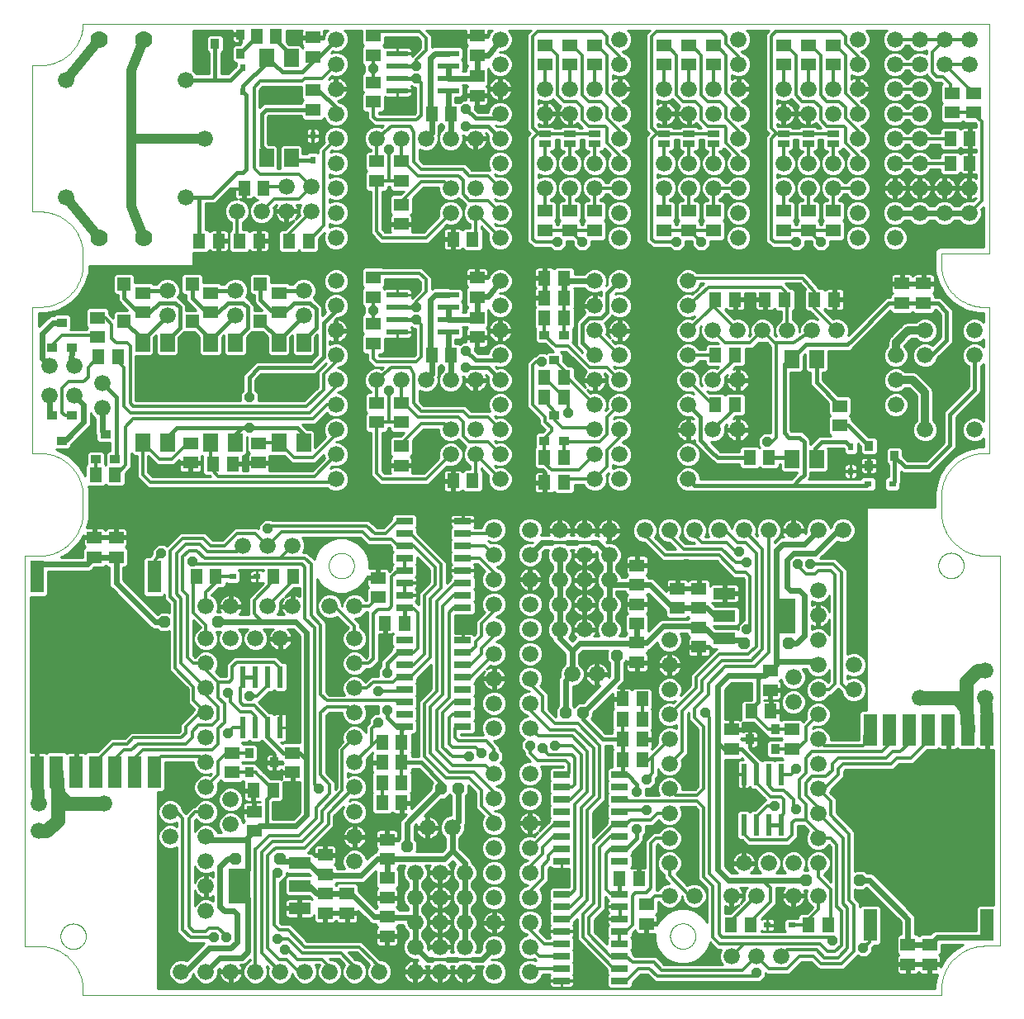
<source format=gtl>
G75*
%MOIN*%
%OFA0B0*%
%FSLAX25Y25*%
%IPPOS*%
%LPD*%
%AMOC8*
5,1,8,0,0,1.08239X$1,22.5*
%
%ADD10C,0.00000*%
%ADD11R,0.05906X0.05118*%
%ADD12R,0.05118X0.05906*%
%ADD13C,0.06600*%
%ADD14R,0.08800X0.04800*%
%ADD15R,0.08661X0.14173*%
%ADD16R,0.03543X0.03937*%
%ADD17R,0.06890X0.02600*%
%ADD18R,0.02362X0.08661*%
%ADD19R,0.05512X0.12795*%
%ADD20R,0.03150X0.02362*%
%ADD21R,0.08661X0.02362*%
%ADD22R,0.05512X0.05512*%
%ADD23R,0.05906X0.07283*%
%ADD24R,0.03937X0.03543*%
%ADD25R,0.02362X0.03150*%
%ADD26C,0.07000*%
%ADD27R,0.05000X0.02500*%
%ADD28C,0.01000*%
%ADD29OC8,0.03900*%
%ADD30C,0.05000*%
%ADD31C,0.01600*%
%ADD32C,0.02400*%
%ADD33C,0.01200*%
%ADD34OC8,0.04762*%
%ADD35C,0.01400*%
%ADD36C,0.05600*%
%ADD37C,0.04000*%
%ADD38C,0.03200*%
D10*
X0008491Y0022031D02*
X0008919Y0022026D01*
X0009347Y0022010D01*
X0009774Y0021984D01*
X0010201Y0021948D01*
X0010627Y0021902D01*
X0011051Y0021845D01*
X0011474Y0021778D01*
X0011895Y0021701D01*
X0012314Y0021614D01*
X0012731Y0021516D01*
X0013145Y0021409D01*
X0013557Y0021291D01*
X0013966Y0021164D01*
X0014371Y0021027D01*
X0014774Y0020880D01*
X0015172Y0020723D01*
X0015567Y0020557D01*
X0015957Y0020381D01*
X0016343Y0020196D01*
X0016725Y0020002D01*
X0017101Y0019798D01*
X0017473Y0019586D01*
X0017839Y0019364D01*
X0018200Y0019134D01*
X0018555Y0018895D01*
X0018905Y0018647D01*
X0019248Y0018392D01*
X0019585Y0018127D01*
X0019916Y0017855D01*
X0020240Y0017575D01*
X0020557Y0017288D01*
X0020867Y0016992D01*
X0021169Y0016690D01*
X0021465Y0016380D01*
X0021752Y0016063D01*
X0022032Y0015739D01*
X0022304Y0015408D01*
X0022569Y0015071D01*
X0022824Y0014728D01*
X0023072Y0014378D01*
X0023311Y0014023D01*
X0023541Y0013662D01*
X0023763Y0013296D01*
X0023975Y0012924D01*
X0024179Y0012548D01*
X0024373Y0012166D01*
X0024558Y0011780D01*
X0024734Y0011390D01*
X0024900Y0010995D01*
X0025057Y0010597D01*
X0025204Y0010194D01*
X0025341Y0009789D01*
X0025468Y0009380D01*
X0025586Y0008968D01*
X0025693Y0008554D01*
X0025791Y0008137D01*
X0025878Y0007718D01*
X0025955Y0007297D01*
X0026022Y0006874D01*
X0026079Y0006450D01*
X0026125Y0006024D01*
X0026161Y0005597D01*
X0026187Y0005170D01*
X0026203Y0004742D01*
X0026208Y0004314D01*
X0026208Y0002375D01*
X0197133Y0002375D01*
X0201739Y0002375D01*
X0372664Y0002375D01*
X0372664Y0004373D01*
X0372669Y0004801D01*
X0372685Y0005229D01*
X0372711Y0005656D01*
X0372747Y0006083D01*
X0372793Y0006509D01*
X0372850Y0006933D01*
X0372917Y0007356D01*
X0372994Y0007777D01*
X0373081Y0008196D01*
X0373179Y0008613D01*
X0373286Y0009027D01*
X0373404Y0009439D01*
X0373531Y0009848D01*
X0373668Y0010253D01*
X0373815Y0010656D01*
X0373972Y0011054D01*
X0374138Y0011449D01*
X0374314Y0011839D01*
X0374499Y0012225D01*
X0374693Y0012607D01*
X0374897Y0012983D01*
X0375109Y0013355D01*
X0375331Y0013721D01*
X0375561Y0014082D01*
X0375800Y0014437D01*
X0376048Y0014787D01*
X0376303Y0015130D01*
X0376568Y0015467D01*
X0376840Y0015798D01*
X0377120Y0016122D01*
X0377407Y0016439D01*
X0377703Y0016749D01*
X0378005Y0017051D01*
X0378315Y0017347D01*
X0378632Y0017634D01*
X0378956Y0017914D01*
X0379287Y0018186D01*
X0379624Y0018451D01*
X0379967Y0018706D01*
X0380317Y0018954D01*
X0380672Y0019193D01*
X0381033Y0019423D01*
X0381399Y0019645D01*
X0381771Y0019857D01*
X0382147Y0020061D01*
X0382529Y0020255D01*
X0382915Y0020440D01*
X0383305Y0020616D01*
X0383700Y0020782D01*
X0384098Y0020939D01*
X0384501Y0021086D01*
X0384906Y0021223D01*
X0385315Y0021350D01*
X0385727Y0021468D01*
X0386141Y0021575D01*
X0386558Y0021673D01*
X0386977Y0021760D01*
X0387398Y0021837D01*
X0387821Y0021904D01*
X0388245Y0021961D01*
X0388671Y0022007D01*
X0389098Y0022043D01*
X0389525Y0022069D01*
X0389953Y0022085D01*
X0390381Y0022090D01*
X0396286Y0022090D01*
X0396286Y0179570D01*
X0390381Y0179570D01*
X0371483Y0175633D02*
X0371485Y0175776D01*
X0371491Y0175919D01*
X0371501Y0176061D01*
X0371515Y0176203D01*
X0371533Y0176345D01*
X0371555Y0176487D01*
X0371580Y0176627D01*
X0371610Y0176767D01*
X0371644Y0176906D01*
X0371681Y0177044D01*
X0371723Y0177181D01*
X0371768Y0177316D01*
X0371817Y0177450D01*
X0371869Y0177583D01*
X0371925Y0177715D01*
X0371985Y0177844D01*
X0372049Y0177972D01*
X0372116Y0178099D01*
X0372187Y0178223D01*
X0372261Y0178345D01*
X0372338Y0178465D01*
X0372419Y0178583D01*
X0372503Y0178699D01*
X0372590Y0178812D01*
X0372680Y0178923D01*
X0372774Y0179031D01*
X0372870Y0179137D01*
X0372969Y0179239D01*
X0373072Y0179339D01*
X0373176Y0179436D01*
X0373284Y0179531D01*
X0373394Y0179622D01*
X0373507Y0179710D01*
X0373622Y0179794D01*
X0373739Y0179876D01*
X0373859Y0179954D01*
X0373980Y0180029D01*
X0374104Y0180101D01*
X0374230Y0180169D01*
X0374357Y0180233D01*
X0374487Y0180294D01*
X0374618Y0180351D01*
X0374750Y0180405D01*
X0374884Y0180454D01*
X0375019Y0180501D01*
X0375156Y0180543D01*
X0375294Y0180581D01*
X0375432Y0180616D01*
X0375572Y0180646D01*
X0375712Y0180673D01*
X0375853Y0180696D01*
X0375995Y0180715D01*
X0376137Y0180730D01*
X0376280Y0180741D01*
X0376422Y0180748D01*
X0376565Y0180751D01*
X0376708Y0180750D01*
X0376851Y0180745D01*
X0376994Y0180736D01*
X0377136Y0180723D01*
X0377278Y0180706D01*
X0377419Y0180685D01*
X0377560Y0180660D01*
X0377700Y0180632D01*
X0377839Y0180599D01*
X0377977Y0180562D01*
X0378114Y0180522D01*
X0378250Y0180478D01*
X0378385Y0180430D01*
X0378518Y0180378D01*
X0378650Y0180323D01*
X0378780Y0180264D01*
X0378909Y0180201D01*
X0379035Y0180135D01*
X0379160Y0180065D01*
X0379283Y0179992D01*
X0379403Y0179916D01*
X0379522Y0179836D01*
X0379638Y0179752D01*
X0379752Y0179666D01*
X0379863Y0179576D01*
X0379972Y0179484D01*
X0380078Y0179388D01*
X0380182Y0179290D01*
X0380283Y0179188D01*
X0380380Y0179084D01*
X0380475Y0178977D01*
X0380567Y0178868D01*
X0380656Y0178756D01*
X0380742Y0178641D01*
X0380824Y0178525D01*
X0380903Y0178405D01*
X0380979Y0178284D01*
X0381051Y0178161D01*
X0381120Y0178036D01*
X0381185Y0177909D01*
X0381247Y0177780D01*
X0381305Y0177649D01*
X0381360Y0177517D01*
X0381410Y0177383D01*
X0381457Y0177248D01*
X0381501Y0177112D01*
X0381540Y0176975D01*
X0381575Y0176836D01*
X0381607Y0176697D01*
X0381635Y0176557D01*
X0381659Y0176416D01*
X0381679Y0176274D01*
X0381695Y0176132D01*
X0381707Y0175990D01*
X0381715Y0175847D01*
X0381719Y0175704D01*
X0381719Y0175562D01*
X0381715Y0175419D01*
X0381707Y0175276D01*
X0381695Y0175134D01*
X0381679Y0174992D01*
X0381659Y0174850D01*
X0381635Y0174709D01*
X0381607Y0174569D01*
X0381575Y0174430D01*
X0381540Y0174291D01*
X0381501Y0174154D01*
X0381457Y0174018D01*
X0381410Y0173883D01*
X0381360Y0173749D01*
X0381305Y0173617D01*
X0381247Y0173486D01*
X0381185Y0173357D01*
X0381120Y0173230D01*
X0381051Y0173105D01*
X0380979Y0172982D01*
X0380903Y0172861D01*
X0380824Y0172741D01*
X0380742Y0172625D01*
X0380656Y0172510D01*
X0380567Y0172398D01*
X0380475Y0172289D01*
X0380380Y0172182D01*
X0380283Y0172078D01*
X0380182Y0171976D01*
X0380078Y0171878D01*
X0379972Y0171782D01*
X0379863Y0171690D01*
X0379752Y0171600D01*
X0379638Y0171514D01*
X0379522Y0171430D01*
X0379403Y0171350D01*
X0379283Y0171274D01*
X0379160Y0171201D01*
X0379035Y0171131D01*
X0378909Y0171065D01*
X0378780Y0171002D01*
X0378650Y0170943D01*
X0378518Y0170888D01*
X0378385Y0170836D01*
X0378250Y0170788D01*
X0378114Y0170744D01*
X0377977Y0170704D01*
X0377839Y0170667D01*
X0377700Y0170634D01*
X0377560Y0170606D01*
X0377419Y0170581D01*
X0377278Y0170560D01*
X0377136Y0170543D01*
X0376994Y0170530D01*
X0376851Y0170521D01*
X0376708Y0170516D01*
X0376565Y0170515D01*
X0376422Y0170518D01*
X0376280Y0170525D01*
X0376137Y0170536D01*
X0375995Y0170551D01*
X0375853Y0170570D01*
X0375712Y0170593D01*
X0375572Y0170620D01*
X0375432Y0170650D01*
X0375294Y0170685D01*
X0375156Y0170723D01*
X0375019Y0170765D01*
X0374884Y0170812D01*
X0374750Y0170861D01*
X0374618Y0170915D01*
X0374487Y0170972D01*
X0374357Y0171033D01*
X0374230Y0171097D01*
X0374104Y0171165D01*
X0373980Y0171237D01*
X0373859Y0171312D01*
X0373739Y0171390D01*
X0373622Y0171472D01*
X0373507Y0171556D01*
X0373394Y0171644D01*
X0373284Y0171735D01*
X0373176Y0171830D01*
X0373072Y0171927D01*
X0372969Y0172027D01*
X0372870Y0172129D01*
X0372774Y0172235D01*
X0372680Y0172343D01*
X0372590Y0172454D01*
X0372503Y0172567D01*
X0372419Y0172683D01*
X0372338Y0172801D01*
X0372261Y0172921D01*
X0372187Y0173043D01*
X0372116Y0173167D01*
X0372049Y0173294D01*
X0371985Y0173422D01*
X0371925Y0173551D01*
X0371869Y0173683D01*
X0371817Y0173816D01*
X0371768Y0173950D01*
X0371723Y0174085D01*
X0371681Y0174222D01*
X0371644Y0174360D01*
X0371610Y0174499D01*
X0371580Y0174639D01*
X0371555Y0174779D01*
X0371533Y0174921D01*
X0371515Y0175063D01*
X0371501Y0175205D01*
X0371491Y0175347D01*
X0371485Y0175490D01*
X0371483Y0175633D01*
X0372664Y0197286D02*
X0372664Y0199225D01*
X0372664Y0204225D01*
X0372665Y0204225D02*
X0372682Y0204641D01*
X0372709Y0205056D01*
X0372747Y0205470D01*
X0372794Y0205884D01*
X0372851Y0206296D01*
X0372919Y0206706D01*
X0372996Y0207115D01*
X0373083Y0207522D01*
X0373180Y0207927D01*
X0373286Y0208329D01*
X0373402Y0208728D01*
X0373528Y0209125D01*
X0373664Y0209518D01*
X0373809Y0209908D01*
X0373963Y0210294D01*
X0374127Y0210677D01*
X0374299Y0211055D01*
X0374481Y0211430D01*
X0374672Y0211799D01*
X0374872Y0212164D01*
X0375080Y0212524D01*
X0375297Y0212879D01*
X0375523Y0213229D01*
X0375757Y0213573D01*
X0375999Y0213911D01*
X0376250Y0214243D01*
X0376508Y0214569D01*
X0376774Y0214889D01*
X0377048Y0215202D01*
X0377329Y0215509D01*
X0377618Y0215808D01*
X0377914Y0216101D01*
X0378216Y0216386D01*
X0378526Y0216664D01*
X0378842Y0216935D01*
X0379165Y0217197D01*
X0379494Y0217452D01*
X0379828Y0217699D01*
X0380169Y0217938D01*
X0380516Y0218168D01*
X0380868Y0218390D01*
X0381225Y0218603D01*
X0381587Y0218808D01*
X0381954Y0219004D01*
X0382326Y0219191D01*
X0382702Y0219368D01*
X0383082Y0219537D01*
X0383466Y0219697D01*
X0383854Y0219847D01*
X0384246Y0219987D01*
X0384641Y0220119D01*
X0385039Y0220240D01*
X0385439Y0220352D01*
X0385843Y0220455D01*
X0386248Y0220547D01*
X0386656Y0220630D01*
X0387066Y0220703D01*
X0387477Y0220765D01*
X0387889Y0220818D01*
X0388303Y0220861D01*
X0388718Y0220894D01*
X0389133Y0220917D01*
X0389549Y0220930D01*
X0389965Y0220933D01*
X0390381Y0220925D01*
X0390381Y0220926D02*
X0392118Y0220926D01*
X0392118Y0280006D01*
X0390381Y0280006D01*
X0390380Y0280006D02*
X0389964Y0279999D01*
X0389548Y0280002D01*
X0389132Y0280015D01*
X0388716Y0280038D01*
X0388301Y0280072D01*
X0387887Y0280115D01*
X0387475Y0280168D01*
X0387063Y0280231D01*
X0386653Y0280304D01*
X0386246Y0280387D01*
X0385840Y0280480D01*
X0385436Y0280583D01*
X0385035Y0280695D01*
X0384638Y0280817D01*
X0384243Y0280948D01*
X0383851Y0281089D01*
X0383463Y0281240D01*
X0383078Y0281400D01*
X0382698Y0281569D01*
X0382322Y0281747D01*
X0381950Y0281934D01*
X0381583Y0282130D01*
X0381221Y0282335D01*
X0380863Y0282549D01*
X0380511Y0282771D01*
X0380165Y0283002D01*
X0379824Y0283240D01*
X0379489Y0283488D01*
X0379160Y0283743D01*
X0378838Y0284006D01*
X0378521Y0284276D01*
X0378212Y0284555D01*
X0377909Y0284840D01*
X0377613Y0285133D01*
X0377325Y0285433D01*
X0377044Y0285740D01*
X0376770Y0286054D01*
X0376504Y0286374D01*
X0376246Y0286700D01*
X0375995Y0287033D01*
X0375753Y0287371D01*
X0375519Y0287716D01*
X0375293Y0288066D01*
X0375076Y0288421D01*
X0374868Y0288781D01*
X0374668Y0289146D01*
X0374478Y0289516D01*
X0374296Y0289891D01*
X0374123Y0290270D01*
X0373960Y0290652D01*
X0373806Y0291039D01*
X0373661Y0291429D01*
X0373526Y0291823D01*
X0373400Y0292220D01*
X0373284Y0292620D01*
X0373177Y0293022D01*
X0373081Y0293427D01*
X0372994Y0293834D01*
X0372917Y0294243D01*
X0372850Y0294654D01*
X0372793Y0295066D01*
X0372746Y0295480D01*
X0372708Y0295894D01*
X0372681Y0296310D01*
X0372664Y0296726D01*
X0372664Y0296725D02*
X0372664Y0301725D01*
X0392118Y0301725D01*
X0392118Y0394225D01*
X0348993Y0394225D01*
X0343993Y0394225D01*
X0300868Y0394225D01*
X0295868Y0394225D01*
X0252743Y0394225D01*
X0247743Y0394225D01*
X0204618Y0394225D01*
X0203993Y0394225D01*
X0199618Y0394225D01*
X0138368Y0394225D01*
X0133368Y0394225D01*
X0026208Y0394225D01*
X0026207Y0394226D02*
X0026190Y0393810D01*
X0026163Y0393395D01*
X0026125Y0392981D01*
X0026078Y0392567D01*
X0026021Y0392155D01*
X0025953Y0391745D01*
X0025876Y0391336D01*
X0025789Y0390929D01*
X0025692Y0390524D01*
X0025586Y0390122D01*
X0025470Y0389723D01*
X0025344Y0389326D01*
X0025208Y0388933D01*
X0025063Y0388543D01*
X0024909Y0388157D01*
X0024745Y0387774D01*
X0024573Y0387396D01*
X0024391Y0387021D01*
X0024200Y0386652D01*
X0024000Y0386287D01*
X0023792Y0385927D01*
X0023575Y0385572D01*
X0023349Y0385222D01*
X0023115Y0384878D01*
X0022873Y0384540D01*
X0022622Y0384208D01*
X0022364Y0383882D01*
X0022098Y0383562D01*
X0021824Y0383249D01*
X0021543Y0382942D01*
X0021254Y0382643D01*
X0020958Y0382350D01*
X0020656Y0382065D01*
X0020346Y0381787D01*
X0020030Y0381516D01*
X0019707Y0381254D01*
X0019378Y0380999D01*
X0019044Y0380752D01*
X0018703Y0380513D01*
X0018356Y0380283D01*
X0018004Y0380061D01*
X0017647Y0379848D01*
X0017285Y0379643D01*
X0016918Y0379447D01*
X0016546Y0379260D01*
X0016170Y0379083D01*
X0015790Y0378914D01*
X0015406Y0378754D01*
X0015018Y0378604D01*
X0014626Y0378464D01*
X0014231Y0378332D01*
X0013833Y0378211D01*
X0013433Y0378099D01*
X0013029Y0377996D01*
X0012624Y0377904D01*
X0012216Y0377821D01*
X0011806Y0377748D01*
X0011395Y0377686D01*
X0010983Y0377633D01*
X0010569Y0377590D01*
X0010154Y0377557D01*
X0009739Y0377534D01*
X0009323Y0377521D01*
X0008907Y0377518D01*
X0008491Y0377526D01*
X0008491Y0377525D02*
X0005868Y0377525D01*
X0005868Y0318445D01*
X0008491Y0318445D01*
X0008492Y0318445D02*
X0008914Y0318452D01*
X0009337Y0318449D01*
X0009759Y0318435D01*
X0010182Y0318411D01*
X0010603Y0318376D01*
X0011023Y0318332D01*
X0011442Y0318277D01*
X0011860Y0318211D01*
X0012276Y0318136D01*
X0012690Y0318050D01*
X0013102Y0317954D01*
X0013511Y0317848D01*
X0013918Y0317732D01*
X0014321Y0317606D01*
X0014722Y0317470D01*
X0015118Y0317325D01*
X0015512Y0317170D01*
X0015901Y0317005D01*
X0016286Y0316830D01*
X0016667Y0316647D01*
X0017043Y0316454D01*
X0017414Y0316251D01*
X0017780Y0316040D01*
X0018141Y0315820D01*
X0018497Y0315591D01*
X0018846Y0315353D01*
X0019190Y0315107D01*
X0019528Y0314853D01*
X0019859Y0314590D01*
X0020183Y0314319D01*
X0020501Y0314041D01*
X0020812Y0313754D01*
X0021116Y0313460D01*
X0021413Y0313159D01*
X0021702Y0312851D01*
X0021983Y0312535D01*
X0022257Y0312213D01*
X0022523Y0311884D01*
X0022780Y0311549D01*
X0023029Y0311207D01*
X0023270Y0310860D01*
X0023502Y0310506D01*
X0023725Y0310147D01*
X0023940Y0309783D01*
X0024145Y0309414D01*
X0024342Y0309039D01*
X0024529Y0308660D01*
X0024706Y0308276D01*
X0024875Y0307889D01*
X0025033Y0307497D01*
X0025182Y0307101D01*
X0025322Y0306702D01*
X0025451Y0306300D01*
X0025571Y0305894D01*
X0025680Y0305486D01*
X0025780Y0305075D01*
X0025869Y0304662D01*
X0025948Y0304246D01*
X0026017Y0303829D01*
X0026076Y0303411D01*
X0026124Y0302991D01*
X0026163Y0302570D01*
X0026190Y0302148D01*
X0026208Y0301725D01*
X0026208Y0296725D01*
X0026207Y0296726D02*
X0026190Y0296310D01*
X0026163Y0295895D01*
X0026125Y0295481D01*
X0026078Y0295067D01*
X0026021Y0294655D01*
X0025953Y0294245D01*
X0025876Y0293836D01*
X0025789Y0293429D01*
X0025692Y0293024D01*
X0025586Y0292622D01*
X0025470Y0292223D01*
X0025344Y0291826D01*
X0025208Y0291433D01*
X0025063Y0291043D01*
X0024909Y0290657D01*
X0024745Y0290274D01*
X0024573Y0289896D01*
X0024391Y0289521D01*
X0024200Y0289152D01*
X0024000Y0288787D01*
X0023792Y0288427D01*
X0023575Y0288072D01*
X0023349Y0287722D01*
X0023115Y0287378D01*
X0022873Y0287040D01*
X0022622Y0286708D01*
X0022364Y0286382D01*
X0022098Y0286062D01*
X0021824Y0285749D01*
X0021543Y0285442D01*
X0021254Y0285143D01*
X0020958Y0284850D01*
X0020656Y0284565D01*
X0020346Y0284287D01*
X0020030Y0284016D01*
X0019707Y0283754D01*
X0019378Y0283499D01*
X0019044Y0283252D01*
X0018703Y0283013D01*
X0018356Y0282783D01*
X0018004Y0282561D01*
X0017647Y0282348D01*
X0017285Y0282143D01*
X0016918Y0281947D01*
X0016546Y0281760D01*
X0016170Y0281583D01*
X0015790Y0281414D01*
X0015406Y0281254D01*
X0015018Y0281104D01*
X0014626Y0280964D01*
X0014231Y0280832D01*
X0013833Y0280711D01*
X0013433Y0280599D01*
X0013029Y0280496D01*
X0012624Y0280404D01*
X0012216Y0280321D01*
X0011806Y0280248D01*
X0011395Y0280186D01*
X0010983Y0280133D01*
X0010569Y0280090D01*
X0010154Y0280057D01*
X0009739Y0280034D01*
X0009323Y0280021D01*
X0008907Y0280018D01*
X0008491Y0280026D01*
X0008491Y0280025D02*
X0005868Y0280025D01*
X0005868Y0220945D01*
X0008491Y0220945D01*
X0026208Y0204225D02*
X0026208Y0199225D01*
X0026208Y0197227D01*
X0026203Y0196799D01*
X0026187Y0196371D01*
X0026161Y0195944D01*
X0026125Y0195517D01*
X0026079Y0195091D01*
X0026022Y0194667D01*
X0025955Y0194244D01*
X0025878Y0193823D01*
X0025791Y0193404D01*
X0025693Y0192987D01*
X0025586Y0192573D01*
X0025468Y0192161D01*
X0025341Y0191752D01*
X0025204Y0191347D01*
X0025057Y0190944D01*
X0024900Y0190546D01*
X0024734Y0190151D01*
X0024558Y0189761D01*
X0024373Y0189375D01*
X0024179Y0188993D01*
X0023975Y0188617D01*
X0023763Y0188245D01*
X0023541Y0187879D01*
X0023311Y0187518D01*
X0023072Y0187163D01*
X0022824Y0186813D01*
X0022569Y0186470D01*
X0022304Y0186133D01*
X0022032Y0185802D01*
X0021752Y0185478D01*
X0021465Y0185161D01*
X0021169Y0184851D01*
X0020867Y0184549D01*
X0020557Y0184253D01*
X0020240Y0183966D01*
X0019916Y0183686D01*
X0019585Y0183414D01*
X0019248Y0183149D01*
X0018905Y0182894D01*
X0018555Y0182646D01*
X0018200Y0182407D01*
X0017839Y0182177D01*
X0017473Y0181955D01*
X0017101Y0181743D01*
X0016725Y0181539D01*
X0016343Y0181345D01*
X0015957Y0181160D01*
X0015567Y0180984D01*
X0015172Y0180818D01*
X0014774Y0180661D01*
X0014371Y0180514D01*
X0013966Y0180377D01*
X0013557Y0180250D01*
X0013145Y0180132D01*
X0012731Y0180025D01*
X0012314Y0179927D01*
X0011895Y0179840D01*
X0011474Y0179763D01*
X0011051Y0179696D01*
X0010627Y0179639D01*
X0010201Y0179593D01*
X0009774Y0179557D01*
X0009347Y0179531D01*
X0008919Y0179515D01*
X0008491Y0179510D01*
X0008491Y0179511D02*
X0002586Y0179511D01*
X0002586Y0022031D01*
X0008491Y0022031D01*
X0017153Y0025968D02*
X0017155Y0026111D01*
X0017161Y0026254D01*
X0017171Y0026396D01*
X0017185Y0026538D01*
X0017203Y0026680D01*
X0017225Y0026822D01*
X0017250Y0026962D01*
X0017280Y0027102D01*
X0017314Y0027241D01*
X0017351Y0027379D01*
X0017393Y0027516D01*
X0017438Y0027651D01*
X0017487Y0027785D01*
X0017539Y0027918D01*
X0017595Y0028050D01*
X0017655Y0028179D01*
X0017719Y0028307D01*
X0017786Y0028434D01*
X0017857Y0028558D01*
X0017931Y0028680D01*
X0018008Y0028800D01*
X0018089Y0028918D01*
X0018173Y0029034D01*
X0018260Y0029147D01*
X0018350Y0029258D01*
X0018444Y0029366D01*
X0018540Y0029472D01*
X0018639Y0029574D01*
X0018742Y0029674D01*
X0018846Y0029771D01*
X0018954Y0029866D01*
X0019064Y0029957D01*
X0019177Y0030045D01*
X0019292Y0030129D01*
X0019409Y0030211D01*
X0019529Y0030289D01*
X0019650Y0030364D01*
X0019774Y0030436D01*
X0019900Y0030504D01*
X0020027Y0030568D01*
X0020157Y0030629D01*
X0020288Y0030686D01*
X0020420Y0030740D01*
X0020554Y0030789D01*
X0020689Y0030836D01*
X0020826Y0030878D01*
X0020964Y0030916D01*
X0021102Y0030951D01*
X0021242Y0030981D01*
X0021382Y0031008D01*
X0021523Y0031031D01*
X0021665Y0031050D01*
X0021807Y0031065D01*
X0021950Y0031076D01*
X0022092Y0031083D01*
X0022235Y0031086D01*
X0022378Y0031085D01*
X0022521Y0031080D01*
X0022664Y0031071D01*
X0022806Y0031058D01*
X0022948Y0031041D01*
X0023089Y0031020D01*
X0023230Y0030995D01*
X0023370Y0030967D01*
X0023509Y0030934D01*
X0023647Y0030897D01*
X0023784Y0030857D01*
X0023920Y0030813D01*
X0024055Y0030765D01*
X0024188Y0030713D01*
X0024320Y0030658D01*
X0024450Y0030599D01*
X0024579Y0030536D01*
X0024705Y0030470D01*
X0024830Y0030400D01*
X0024953Y0030327D01*
X0025073Y0030251D01*
X0025192Y0030171D01*
X0025308Y0030087D01*
X0025422Y0030001D01*
X0025533Y0029911D01*
X0025642Y0029819D01*
X0025748Y0029723D01*
X0025852Y0029625D01*
X0025953Y0029523D01*
X0026050Y0029419D01*
X0026145Y0029312D01*
X0026237Y0029203D01*
X0026326Y0029091D01*
X0026412Y0028976D01*
X0026494Y0028860D01*
X0026573Y0028740D01*
X0026649Y0028619D01*
X0026721Y0028496D01*
X0026790Y0028371D01*
X0026855Y0028244D01*
X0026917Y0028115D01*
X0026975Y0027984D01*
X0027030Y0027852D01*
X0027080Y0027718D01*
X0027127Y0027583D01*
X0027171Y0027447D01*
X0027210Y0027310D01*
X0027245Y0027171D01*
X0027277Y0027032D01*
X0027305Y0026892D01*
X0027329Y0026751D01*
X0027349Y0026609D01*
X0027365Y0026467D01*
X0027377Y0026325D01*
X0027385Y0026182D01*
X0027389Y0026039D01*
X0027389Y0025897D01*
X0027385Y0025754D01*
X0027377Y0025611D01*
X0027365Y0025469D01*
X0027349Y0025327D01*
X0027329Y0025185D01*
X0027305Y0025044D01*
X0027277Y0024904D01*
X0027245Y0024765D01*
X0027210Y0024626D01*
X0027171Y0024489D01*
X0027127Y0024353D01*
X0027080Y0024218D01*
X0027030Y0024084D01*
X0026975Y0023952D01*
X0026917Y0023821D01*
X0026855Y0023692D01*
X0026790Y0023565D01*
X0026721Y0023440D01*
X0026649Y0023317D01*
X0026573Y0023196D01*
X0026494Y0023076D01*
X0026412Y0022960D01*
X0026326Y0022845D01*
X0026237Y0022733D01*
X0026145Y0022624D01*
X0026050Y0022517D01*
X0025953Y0022413D01*
X0025852Y0022311D01*
X0025748Y0022213D01*
X0025642Y0022117D01*
X0025533Y0022025D01*
X0025422Y0021935D01*
X0025308Y0021849D01*
X0025192Y0021765D01*
X0025073Y0021685D01*
X0024953Y0021609D01*
X0024830Y0021536D01*
X0024705Y0021466D01*
X0024579Y0021400D01*
X0024450Y0021337D01*
X0024320Y0021278D01*
X0024188Y0021223D01*
X0024055Y0021171D01*
X0023920Y0021123D01*
X0023784Y0021079D01*
X0023647Y0021039D01*
X0023509Y0021002D01*
X0023370Y0020969D01*
X0023230Y0020941D01*
X0023089Y0020916D01*
X0022948Y0020895D01*
X0022806Y0020878D01*
X0022664Y0020865D01*
X0022521Y0020856D01*
X0022378Y0020851D01*
X0022235Y0020850D01*
X0022092Y0020853D01*
X0021950Y0020860D01*
X0021807Y0020871D01*
X0021665Y0020886D01*
X0021523Y0020905D01*
X0021382Y0020928D01*
X0021242Y0020955D01*
X0021102Y0020985D01*
X0020964Y0021020D01*
X0020826Y0021058D01*
X0020689Y0021100D01*
X0020554Y0021147D01*
X0020420Y0021196D01*
X0020288Y0021250D01*
X0020157Y0021307D01*
X0020027Y0021368D01*
X0019900Y0021432D01*
X0019774Y0021500D01*
X0019650Y0021572D01*
X0019529Y0021647D01*
X0019409Y0021725D01*
X0019292Y0021807D01*
X0019177Y0021891D01*
X0019064Y0021979D01*
X0018954Y0022070D01*
X0018846Y0022165D01*
X0018742Y0022262D01*
X0018639Y0022362D01*
X0018540Y0022464D01*
X0018444Y0022570D01*
X0018350Y0022678D01*
X0018260Y0022789D01*
X0018173Y0022902D01*
X0018089Y0023018D01*
X0018008Y0023136D01*
X0017931Y0023256D01*
X0017857Y0023378D01*
X0017786Y0023502D01*
X0017719Y0023629D01*
X0017655Y0023757D01*
X0017595Y0023886D01*
X0017539Y0024018D01*
X0017487Y0024151D01*
X0017438Y0024285D01*
X0017393Y0024420D01*
X0017351Y0024557D01*
X0017314Y0024695D01*
X0017280Y0024834D01*
X0017250Y0024974D01*
X0017225Y0025114D01*
X0017203Y0025256D01*
X0017185Y0025398D01*
X0017171Y0025540D01*
X0017161Y0025682D01*
X0017155Y0025825D01*
X0017153Y0025968D01*
X0125420Y0175574D02*
X0125422Y0175717D01*
X0125428Y0175860D01*
X0125438Y0176002D01*
X0125452Y0176144D01*
X0125470Y0176286D01*
X0125492Y0176428D01*
X0125517Y0176568D01*
X0125547Y0176708D01*
X0125581Y0176847D01*
X0125618Y0176985D01*
X0125660Y0177122D01*
X0125705Y0177257D01*
X0125754Y0177391D01*
X0125806Y0177524D01*
X0125862Y0177656D01*
X0125922Y0177785D01*
X0125986Y0177913D01*
X0126053Y0178040D01*
X0126124Y0178164D01*
X0126198Y0178286D01*
X0126275Y0178406D01*
X0126356Y0178524D01*
X0126440Y0178640D01*
X0126527Y0178753D01*
X0126617Y0178864D01*
X0126711Y0178972D01*
X0126807Y0179078D01*
X0126906Y0179180D01*
X0127009Y0179280D01*
X0127113Y0179377D01*
X0127221Y0179472D01*
X0127331Y0179563D01*
X0127444Y0179651D01*
X0127559Y0179735D01*
X0127676Y0179817D01*
X0127796Y0179895D01*
X0127917Y0179970D01*
X0128041Y0180042D01*
X0128167Y0180110D01*
X0128294Y0180174D01*
X0128424Y0180235D01*
X0128555Y0180292D01*
X0128687Y0180346D01*
X0128821Y0180395D01*
X0128956Y0180442D01*
X0129093Y0180484D01*
X0129231Y0180522D01*
X0129369Y0180557D01*
X0129509Y0180587D01*
X0129649Y0180614D01*
X0129790Y0180637D01*
X0129932Y0180656D01*
X0130074Y0180671D01*
X0130217Y0180682D01*
X0130359Y0180689D01*
X0130502Y0180692D01*
X0130645Y0180691D01*
X0130788Y0180686D01*
X0130931Y0180677D01*
X0131073Y0180664D01*
X0131215Y0180647D01*
X0131356Y0180626D01*
X0131497Y0180601D01*
X0131637Y0180573D01*
X0131776Y0180540D01*
X0131914Y0180503D01*
X0132051Y0180463D01*
X0132187Y0180419D01*
X0132322Y0180371D01*
X0132455Y0180319D01*
X0132587Y0180264D01*
X0132717Y0180205D01*
X0132846Y0180142D01*
X0132972Y0180076D01*
X0133097Y0180006D01*
X0133220Y0179933D01*
X0133340Y0179857D01*
X0133459Y0179777D01*
X0133575Y0179693D01*
X0133689Y0179607D01*
X0133800Y0179517D01*
X0133909Y0179425D01*
X0134015Y0179329D01*
X0134119Y0179231D01*
X0134220Y0179129D01*
X0134317Y0179025D01*
X0134412Y0178918D01*
X0134504Y0178809D01*
X0134593Y0178697D01*
X0134679Y0178582D01*
X0134761Y0178466D01*
X0134840Y0178346D01*
X0134916Y0178225D01*
X0134988Y0178102D01*
X0135057Y0177977D01*
X0135122Y0177850D01*
X0135184Y0177721D01*
X0135242Y0177590D01*
X0135297Y0177458D01*
X0135347Y0177324D01*
X0135394Y0177189D01*
X0135438Y0177053D01*
X0135477Y0176916D01*
X0135512Y0176777D01*
X0135544Y0176638D01*
X0135572Y0176498D01*
X0135596Y0176357D01*
X0135616Y0176215D01*
X0135632Y0176073D01*
X0135644Y0175931D01*
X0135652Y0175788D01*
X0135656Y0175645D01*
X0135656Y0175503D01*
X0135652Y0175360D01*
X0135644Y0175217D01*
X0135632Y0175075D01*
X0135616Y0174933D01*
X0135596Y0174791D01*
X0135572Y0174650D01*
X0135544Y0174510D01*
X0135512Y0174371D01*
X0135477Y0174232D01*
X0135438Y0174095D01*
X0135394Y0173959D01*
X0135347Y0173824D01*
X0135297Y0173690D01*
X0135242Y0173558D01*
X0135184Y0173427D01*
X0135122Y0173298D01*
X0135057Y0173171D01*
X0134988Y0173046D01*
X0134916Y0172923D01*
X0134840Y0172802D01*
X0134761Y0172682D01*
X0134679Y0172566D01*
X0134593Y0172451D01*
X0134504Y0172339D01*
X0134412Y0172230D01*
X0134317Y0172123D01*
X0134220Y0172019D01*
X0134119Y0171917D01*
X0134015Y0171819D01*
X0133909Y0171723D01*
X0133800Y0171631D01*
X0133689Y0171541D01*
X0133575Y0171455D01*
X0133459Y0171371D01*
X0133340Y0171291D01*
X0133220Y0171215D01*
X0133097Y0171142D01*
X0132972Y0171072D01*
X0132846Y0171006D01*
X0132717Y0170943D01*
X0132587Y0170884D01*
X0132455Y0170829D01*
X0132322Y0170777D01*
X0132187Y0170729D01*
X0132051Y0170685D01*
X0131914Y0170645D01*
X0131776Y0170608D01*
X0131637Y0170575D01*
X0131497Y0170547D01*
X0131356Y0170522D01*
X0131215Y0170501D01*
X0131073Y0170484D01*
X0130931Y0170471D01*
X0130788Y0170462D01*
X0130645Y0170457D01*
X0130502Y0170456D01*
X0130359Y0170459D01*
X0130217Y0170466D01*
X0130074Y0170477D01*
X0129932Y0170492D01*
X0129790Y0170511D01*
X0129649Y0170534D01*
X0129509Y0170561D01*
X0129369Y0170591D01*
X0129231Y0170626D01*
X0129093Y0170664D01*
X0128956Y0170706D01*
X0128821Y0170753D01*
X0128687Y0170802D01*
X0128555Y0170856D01*
X0128424Y0170913D01*
X0128294Y0170974D01*
X0128167Y0171038D01*
X0128041Y0171106D01*
X0127917Y0171178D01*
X0127796Y0171253D01*
X0127676Y0171331D01*
X0127559Y0171413D01*
X0127444Y0171497D01*
X0127331Y0171585D01*
X0127221Y0171676D01*
X0127113Y0171771D01*
X0127009Y0171868D01*
X0126906Y0171968D01*
X0126807Y0172070D01*
X0126711Y0172176D01*
X0126617Y0172284D01*
X0126527Y0172395D01*
X0126440Y0172508D01*
X0126356Y0172624D01*
X0126275Y0172742D01*
X0126198Y0172862D01*
X0126124Y0172984D01*
X0126053Y0173108D01*
X0125986Y0173235D01*
X0125922Y0173363D01*
X0125862Y0173492D01*
X0125806Y0173624D01*
X0125754Y0173757D01*
X0125705Y0173891D01*
X0125660Y0174026D01*
X0125618Y0174163D01*
X0125581Y0174301D01*
X0125547Y0174440D01*
X0125517Y0174580D01*
X0125492Y0174720D01*
X0125470Y0174862D01*
X0125452Y0175004D01*
X0125438Y0175146D01*
X0125428Y0175288D01*
X0125422Y0175431D01*
X0125420Y0175574D01*
X0026208Y0204225D02*
X0026190Y0204648D01*
X0026163Y0205070D01*
X0026124Y0205491D01*
X0026076Y0205911D01*
X0026017Y0206329D01*
X0025948Y0206746D01*
X0025869Y0207162D01*
X0025780Y0207575D01*
X0025680Y0207986D01*
X0025571Y0208394D01*
X0025451Y0208800D01*
X0025322Y0209202D01*
X0025182Y0209601D01*
X0025033Y0209997D01*
X0024875Y0210389D01*
X0024706Y0210776D01*
X0024529Y0211160D01*
X0024342Y0211539D01*
X0024145Y0211914D01*
X0023940Y0212283D01*
X0023725Y0212647D01*
X0023502Y0213006D01*
X0023270Y0213360D01*
X0023029Y0213707D01*
X0022780Y0214049D01*
X0022523Y0214384D01*
X0022257Y0214713D01*
X0021983Y0215035D01*
X0021702Y0215351D01*
X0021413Y0215659D01*
X0021116Y0215960D01*
X0020812Y0216254D01*
X0020501Y0216541D01*
X0020183Y0216819D01*
X0019859Y0217090D01*
X0019528Y0217353D01*
X0019190Y0217607D01*
X0018846Y0217853D01*
X0018497Y0218091D01*
X0018141Y0218320D01*
X0017780Y0218540D01*
X0017414Y0218751D01*
X0017043Y0218954D01*
X0016667Y0219147D01*
X0016286Y0219330D01*
X0015901Y0219505D01*
X0015512Y0219670D01*
X0015118Y0219825D01*
X0014722Y0219970D01*
X0014321Y0220106D01*
X0013918Y0220232D01*
X0013511Y0220348D01*
X0013102Y0220454D01*
X0012690Y0220550D01*
X0012276Y0220636D01*
X0011860Y0220711D01*
X0011442Y0220777D01*
X0011023Y0220832D01*
X0010603Y0220876D01*
X0010182Y0220911D01*
X0009759Y0220935D01*
X0009337Y0220949D01*
X0008914Y0220952D01*
X0008492Y0220945D01*
X0263216Y0026027D02*
X0263218Y0026170D01*
X0263224Y0026313D01*
X0263234Y0026455D01*
X0263248Y0026597D01*
X0263266Y0026739D01*
X0263288Y0026881D01*
X0263313Y0027021D01*
X0263343Y0027161D01*
X0263377Y0027300D01*
X0263414Y0027438D01*
X0263456Y0027575D01*
X0263501Y0027710D01*
X0263550Y0027844D01*
X0263602Y0027977D01*
X0263658Y0028109D01*
X0263718Y0028238D01*
X0263782Y0028366D01*
X0263849Y0028493D01*
X0263920Y0028617D01*
X0263994Y0028739D01*
X0264071Y0028859D01*
X0264152Y0028977D01*
X0264236Y0029093D01*
X0264323Y0029206D01*
X0264413Y0029317D01*
X0264507Y0029425D01*
X0264603Y0029531D01*
X0264702Y0029633D01*
X0264805Y0029733D01*
X0264909Y0029830D01*
X0265017Y0029925D01*
X0265127Y0030016D01*
X0265240Y0030104D01*
X0265355Y0030188D01*
X0265472Y0030270D01*
X0265592Y0030348D01*
X0265713Y0030423D01*
X0265837Y0030495D01*
X0265963Y0030563D01*
X0266090Y0030627D01*
X0266220Y0030688D01*
X0266351Y0030745D01*
X0266483Y0030799D01*
X0266617Y0030848D01*
X0266752Y0030895D01*
X0266889Y0030937D01*
X0267027Y0030975D01*
X0267165Y0031010D01*
X0267305Y0031040D01*
X0267445Y0031067D01*
X0267586Y0031090D01*
X0267728Y0031109D01*
X0267870Y0031124D01*
X0268013Y0031135D01*
X0268155Y0031142D01*
X0268298Y0031145D01*
X0268441Y0031144D01*
X0268584Y0031139D01*
X0268727Y0031130D01*
X0268869Y0031117D01*
X0269011Y0031100D01*
X0269152Y0031079D01*
X0269293Y0031054D01*
X0269433Y0031026D01*
X0269572Y0030993D01*
X0269710Y0030956D01*
X0269847Y0030916D01*
X0269983Y0030872D01*
X0270118Y0030824D01*
X0270251Y0030772D01*
X0270383Y0030717D01*
X0270513Y0030658D01*
X0270642Y0030595D01*
X0270768Y0030529D01*
X0270893Y0030459D01*
X0271016Y0030386D01*
X0271136Y0030310D01*
X0271255Y0030230D01*
X0271371Y0030146D01*
X0271485Y0030060D01*
X0271596Y0029970D01*
X0271705Y0029878D01*
X0271811Y0029782D01*
X0271915Y0029684D01*
X0272016Y0029582D01*
X0272113Y0029478D01*
X0272208Y0029371D01*
X0272300Y0029262D01*
X0272389Y0029150D01*
X0272475Y0029035D01*
X0272557Y0028919D01*
X0272636Y0028799D01*
X0272712Y0028678D01*
X0272784Y0028555D01*
X0272853Y0028430D01*
X0272918Y0028303D01*
X0272980Y0028174D01*
X0273038Y0028043D01*
X0273093Y0027911D01*
X0273143Y0027777D01*
X0273190Y0027642D01*
X0273234Y0027506D01*
X0273273Y0027369D01*
X0273308Y0027230D01*
X0273340Y0027091D01*
X0273368Y0026951D01*
X0273392Y0026810D01*
X0273412Y0026668D01*
X0273428Y0026526D01*
X0273440Y0026384D01*
X0273448Y0026241D01*
X0273452Y0026098D01*
X0273452Y0025956D01*
X0273448Y0025813D01*
X0273440Y0025670D01*
X0273428Y0025528D01*
X0273412Y0025386D01*
X0273392Y0025244D01*
X0273368Y0025103D01*
X0273340Y0024963D01*
X0273308Y0024824D01*
X0273273Y0024685D01*
X0273234Y0024548D01*
X0273190Y0024412D01*
X0273143Y0024277D01*
X0273093Y0024143D01*
X0273038Y0024011D01*
X0272980Y0023880D01*
X0272918Y0023751D01*
X0272853Y0023624D01*
X0272784Y0023499D01*
X0272712Y0023376D01*
X0272636Y0023255D01*
X0272557Y0023135D01*
X0272475Y0023019D01*
X0272389Y0022904D01*
X0272300Y0022792D01*
X0272208Y0022683D01*
X0272113Y0022576D01*
X0272016Y0022472D01*
X0271915Y0022370D01*
X0271811Y0022272D01*
X0271705Y0022176D01*
X0271596Y0022084D01*
X0271485Y0021994D01*
X0271371Y0021908D01*
X0271255Y0021824D01*
X0271136Y0021744D01*
X0271016Y0021668D01*
X0270893Y0021595D01*
X0270768Y0021525D01*
X0270642Y0021459D01*
X0270513Y0021396D01*
X0270383Y0021337D01*
X0270251Y0021282D01*
X0270118Y0021230D01*
X0269983Y0021182D01*
X0269847Y0021138D01*
X0269710Y0021098D01*
X0269572Y0021061D01*
X0269433Y0021028D01*
X0269293Y0021000D01*
X0269152Y0020975D01*
X0269011Y0020954D01*
X0268869Y0020937D01*
X0268727Y0020924D01*
X0268584Y0020915D01*
X0268441Y0020910D01*
X0268298Y0020909D01*
X0268155Y0020912D01*
X0268013Y0020919D01*
X0267870Y0020930D01*
X0267728Y0020945D01*
X0267586Y0020964D01*
X0267445Y0020987D01*
X0267305Y0021014D01*
X0267165Y0021044D01*
X0267027Y0021079D01*
X0266889Y0021117D01*
X0266752Y0021159D01*
X0266617Y0021206D01*
X0266483Y0021255D01*
X0266351Y0021309D01*
X0266220Y0021366D01*
X0266090Y0021427D01*
X0265963Y0021491D01*
X0265837Y0021559D01*
X0265713Y0021631D01*
X0265592Y0021706D01*
X0265472Y0021784D01*
X0265355Y0021866D01*
X0265240Y0021950D01*
X0265127Y0022038D01*
X0265017Y0022129D01*
X0264909Y0022224D01*
X0264805Y0022321D01*
X0264702Y0022421D01*
X0264603Y0022523D01*
X0264507Y0022629D01*
X0264413Y0022737D01*
X0264323Y0022848D01*
X0264236Y0022961D01*
X0264152Y0023077D01*
X0264071Y0023195D01*
X0263994Y0023315D01*
X0263920Y0023437D01*
X0263849Y0023561D01*
X0263782Y0023688D01*
X0263718Y0023816D01*
X0263658Y0023945D01*
X0263602Y0024077D01*
X0263550Y0024210D01*
X0263501Y0024344D01*
X0263456Y0024479D01*
X0263414Y0024616D01*
X0263377Y0024754D01*
X0263343Y0024893D01*
X0263313Y0025033D01*
X0263288Y0025173D01*
X0263266Y0025315D01*
X0263248Y0025457D01*
X0263234Y0025599D01*
X0263224Y0025741D01*
X0263218Y0025884D01*
X0263216Y0026027D01*
X0390381Y0179569D02*
X0389953Y0179574D01*
X0389525Y0179590D01*
X0389098Y0179616D01*
X0388671Y0179652D01*
X0388245Y0179698D01*
X0387821Y0179755D01*
X0387398Y0179822D01*
X0386977Y0179899D01*
X0386558Y0179986D01*
X0386141Y0180084D01*
X0385727Y0180191D01*
X0385315Y0180309D01*
X0384906Y0180436D01*
X0384501Y0180573D01*
X0384098Y0180720D01*
X0383700Y0180877D01*
X0383305Y0181043D01*
X0382915Y0181219D01*
X0382529Y0181404D01*
X0382147Y0181598D01*
X0381771Y0181802D01*
X0381399Y0182014D01*
X0381033Y0182236D01*
X0380672Y0182466D01*
X0380317Y0182705D01*
X0379967Y0182953D01*
X0379624Y0183208D01*
X0379287Y0183473D01*
X0378956Y0183745D01*
X0378632Y0184025D01*
X0378315Y0184312D01*
X0378005Y0184608D01*
X0377703Y0184910D01*
X0377407Y0185220D01*
X0377120Y0185537D01*
X0376840Y0185861D01*
X0376568Y0186192D01*
X0376303Y0186529D01*
X0376048Y0186872D01*
X0375800Y0187222D01*
X0375561Y0187577D01*
X0375331Y0187938D01*
X0375109Y0188304D01*
X0374897Y0188676D01*
X0374693Y0189052D01*
X0374499Y0189434D01*
X0374314Y0189820D01*
X0374138Y0190210D01*
X0373972Y0190605D01*
X0373815Y0191003D01*
X0373668Y0191406D01*
X0373531Y0191811D01*
X0373404Y0192220D01*
X0373286Y0192632D01*
X0373179Y0193046D01*
X0373081Y0193463D01*
X0372994Y0193882D01*
X0372917Y0194303D01*
X0372850Y0194726D01*
X0372793Y0195150D01*
X0372747Y0195576D01*
X0372711Y0196003D01*
X0372685Y0196430D01*
X0372669Y0196858D01*
X0372664Y0197286D01*
D11*
X0331754Y0232163D03*
X0331754Y0240037D03*
X0356754Y0281538D03*
X0356754Y0289412D03*
X0365504Y0289412D03*
X0365504Y0281538D03*
X0328993Y0310913D03*
X0328993Y0318787D03*
X0318993Y0318787D03*
X0318993Y0310913D03*
X0308993Y0310913D03*
X0308993Y0318787D03*
X0280868Y0318787D03*
X0280868Y0310913D03*
X0270868Y0310913D03*
X0270868Y0318787D03*
X0260868Y0318787D03*
X0260868Y0310913D03*
X0232743Y0310913D03*
X0232743Y0318787D03*
X0222743Y0318787D03*
X0222743Y0310913D03*
X0212743Y0310913D03*
X0212743Y0318787D03*
X0185243Y0291912D03*
X0185243Y0284038D03*
X0185243Y0275662D03*
X0185243Y0267788D03*
X0154618Y0241287D03*
X0154618Y0233413D03*
X0154618Y0223787D03*
X0154618Y0215913D03*
X0144618Y0233413D03*
X0144618Y0241287D03*
X0143368Y0265288D03*
X0143368Y0273162D03*
X0143368Y0284038D03*
X0143368Y0291912D03*
X0154618Y0313413D03*
X0154618Y0321287D03*
X0154618Y0330913D03*
X0154618Y0338787D03*
X0144618Y0338787D03*
X0144618Y0330913D03*
X0118993Y0359663D03*
X0118993Y0367537D03*
X0118993Y0380913D03*
X0118993Y0388787D03*
X0143368Y0389412D03*
X0143368Y0381538D03*
X0143368Y0370662D03*
X0143368Y0362788D03*
X0185243Y0365288D03*
X0185243Y0373162D03*
X0185243Y0381538D03*
X0185243Y0389412D03*
X0212743Y0385662D03*
X0212743Y0377788D03*
X0222743Y0377788D03*
X0222743Y0385662D03*
X0232743Y0385662D03*
X0232743Y0377788D03*
X0260868Y0377788D03*
X0260868Y0385662D03*
X0270868Y0385662D03*
X0270868Y0377788D03*
X0280868Y0377788D03*
X0280868Y0385662D03*
X0308993Y0385662D03*
X0308993Y0377788D03*
X0318993Y0377788D03*
X0318993Y0385662D03*
X0328993Y0385662D03*
X0328993Y0377788D03*
X0377118Y0366287D03*
X0377118Y0358413D03*
X0385868Y0358413D03*
X0385868Y0366287D03*
X0249864Y0175687D03*
X0249864Y0167813D03*
X0249864Y0160062D03*
X0249864Y0152188D03*
X0249864Y0144437D03*
X0249864Y0136563D03*
X0266114Y0158438D03*
X0266114Y0166312D03*
X0274864Y0166312D03*
X0274864Y0158438D03*
X0274864Y0150687D03*
X0274864Y0142813D03*
X0303614Y0133187D03*
X0303614Y0125313D03*
X0312364Y0109437D03*
X0312364Y0101563D03*
X0287989Y0101563D03*
X0287989Y0109437D03*
X0253614Y0038812D03*
X0253614Y0030938D03*
X0149008Y0033787D03*
X0149008Y0041538D03*
X0149008Y0049412D03*
X0149008Y0057163D03*
X0149008Y0065037D03*
X0132758Y0043162D03*
X0132758Y0035288D03*
X0124008Y0035288D03*
X0124008Y0043162D03*
X0124008Y0050913D03*
X0124008Y0058787D03*
X0095258Y0068413D03*
X0095258Y0076287D03*
X0086508Y0092163D03*
X0086508Y0100037D03*
X0110883Y0100037D03*
X0110883Y0092163D03*
X0149008Y0025913D03*
X0145258Y0162788D03*
X0145258Y0170662D03*
X0097118Y0217163D03*
X0097118Y0225037D03*
X0069618Y0225037D03*
X0069618Y0217163D03*
X0039633Y0186912D03*
X0039633Y0179038D03*
X0030883Y0179038D03*
X0030883Y0186912D03*
X0032118Y0267788D03*
X0032118Y0275662D03*
X0050243Y0277788D03*
X0050243Y0285662D03*
X0077743Y0285662D03*
X0077743Y0277788D03*
X0105243Y0277788D03*
X0105243Y0285662D03*
X0359239Y0022562D03*
X0359239Y0014688D03*
X0367989Y0014688D03*
X0367989Y0022562D03*
D12*
X0326926Y0030500D03*
X0319052Y0030500D03*
X0295676Y0030500D03*
X0287802Y0030500D03*
X0250676Y0049250D03*
X0242802Y0049250D03*
X0244052Y0097375D03*
X0251926Y0097375D03*
X0251926Y0105500D03*
X0244052Y0105500D03*
X0244052Y0113625D03*
X0251926Y0113625D03*
X0251926Y0121750D03*
X0244052Y0121750D03*
X0295927Y0116750D03*
X0303801Y0116750D03*
X0220430Y0209225D03*
X0212556Y0209225D03*
X0212556Y0219225D03*
X0220430Y0219225D03*
X0220430Y0243600D03*
X0212556Y0243600D03*
X0212556Y0251725D03*
X0220430Y0251725D03*
X0220430Y0275475D03*
X0212556Y0275475D03*
X0212556Y0283600D03*
X0220430Y0283600D03*
X0220430Y0291725D03*
X0212556Y0291725D03*
X0183555Y0307350D03*
X0175681Y0307350D03*
X0174805Y0260475D03*
X0166931Y0260475D03*
X0117305Y0306725D03*
X0109431Y0306725D03*
X0097305Y0306725D03*
X0089431Y0306725D03*
X0081055Y0306725D03*
X0073181Y0306725D03*
X0091306Y0327975D03*
X0099180Y0327975D03*
X0096306Y0389225D03*
X0104180Y0389225D03*
X0166931Y0357975D03*
X0174805Y0357975D03*
X0281567Y0282975D03*
X0289441Y0282975D03*
X0301567Y0282975D03*
X0309441Y0282975D03*
X0321567Y0282975D03*
X0329441Y0282975D03*
X0289441Y0260475D03*
X0281567Y0260475D03*
X0281567Y0240475D03*
X0289441Y0240475D03*
X0295317Y0219225D03*
X0303191Y0219225D03*
X0183555Y0209850D03*
X0175681Y0209850D03*
X0156070Y0152350D03*
X0148196Y0152350D03*
X0111070Y0171100D03*
X0103196Y0171100D03*
X0079820Y0171100D03*
X0071946Y0171100D03*
X0039180Y0212350D03*
X0031306Y0212350D03*
X0032556Y0259850D03*
X0040430Y0259850D03*
X0078806Y0216725D03*
X0086680Y0216725D03*
X0146946Y0104225D03*
X0154820Y0104225D03*
X0154820Y0096100D03*
X0146946Y0096100D03*
X0146946Y0087975D03*
X0154820Y0087975D03*
X0154820Y0079850D03*
X0146946Y0079850D03*
X0102945Y0084850D03*
X0095071Y0084850D03*
X0376306Y0337975D03*
X0384180Y0337975D03*
X0384180Y0347975D03*
X0376306Y0347975D03*
D13*
X0363993Y0347975D03*
X0363993Y0357975D03*
X0353993Y0357975D03*
X0353993Y0347975D03*
X0353993Y0337975D03*
X0353993Y0327975D03*
X0353993Y0317975D03*
X0353993Y0307975D03*
X0363993Y0317975D03*
X0373993Y0317975D03*
X0383993Y0317975D03*
X0383993Y0327975D03*
X0373993Y0327975D03*
X0363993Y0327975D03*
X0363993Y0337975D03*
X0338993Y0337975D03*
X0338993Y0327975D03*
X0338993Y0317975D03*
X0338993Y0307975D03*
X0328993Y0327975D03*
X0318993Y0327975D03*
X0318993Y0337975D03*
X0328993Y0337975D03*
X0338993Y0347975D03*
X0338993Y0357975D03*
X0328993Y0357975D03*
X0318993Y0357975D03*
X0308993Y0357975D03*
X0308993Y0367975D03*
X0318993Y0367975D03*
X0328993Y0367975D03*
X0338993Y0367975D03*
X0338993Y0377975D03*
X0338993Y0387975D03*
X0353993Y0387975D03*
X0353993Y0377975D03*
X0353993Y0367975D03*
X0363993Y0367975D03*
X0363993Y0377975D03*
X0373993Y0377975D03*
X0383993Y0377975D03*
X0383993Y0387975D03*
X0373993Y0387975D03*
X0363993Y0387975D03*
X0308993Y0337975D03*
X0308993Y0327975D03*
X0290868Y0327975D03*
X0290868Y0337975D03*
X0280868Y0337975D03*
X0280868Y0327975D03*
X0270868Y0327975D03*
X0270868Y0337975D03*
X0260868Y0337975D03*
X0260868Y0327975D03*
X0242743Y0327975D03*
X0242743Y0337975D03*
X0232743Y0337975D03*
X0232743Y0327975D03*
X0222743Y0327975D03*
X0222743Y0337975D03*
X0212743Y0337975D03*
X0212743Y0327975D03*
X0194618Y0327975D03*
X0194618Y0337975D03*
X0194618Y0347975D03*
X0194618Y0357975D03*
X0194618Y0367975D03*
X0194618Y0377975D03*
X0194618Y0387975D03*
X0212743Y0367975D03*
X0212743Y0357975D03*
X0222743Y0357975D03*
X0232743Y0357975D03*
X0242743Y0357975D03*
X0242743Y0347975D03*
X0260868Y0357975D03*
X0270868Y0357975D03*
X0280868Y0357975D03*
X0290868Y0357975D03*
X0290868Y0347975D03*
X0290868Y0367975D03*
X0290868Y0377975D03*
X0290868Y0387975D03*
X0280868Y0367975D03*
X0270868Y0367975D03*
X0260868Y0367975D03*
X0242743Y0367975D03*
X0242743Y0377975D03*
X0242743Y0387975D03*
X0232743Y0367975D03*
X0222743Y0367975D03*
X0184618Y0347975D03*
X0174618Y0347975D03*
X0164618Y0347975D03*
X0154618Y0347975D03*
X0144618Y0347975D03*
X0128368Y0347975D03*
X0128368Y0357975D03*
X0128368Y0367975D03*
X0128368Y0377975D03*
X0128368Y0387975D03*
X0128368Y0337975D03*
X0128368Y0327975D03*
X0118368Y0328600D03*
X0118368Y0318600D03*
X0128368Y0317975D03*
X0128368Y0307975D03*
X0128368Y0290475D03*
X0128368Y0280475D03*
X0128368Y0270475D03*
X0128368Y0260475D03*
X0128368Y0250475D03*
X0128368Y0240475D03*
X0128368Y0230475D03*
X0128368Y0220475D03*
X0128368Y0210475D03*
X0110883Y0183600D03*
X0100883Y0183600D03*
X0090883Y0183600D03*
X0085883Y0159225D03*
X0075883Y0159225D03*
X0075883Y0146100D03*
X0075883Y0136100D03*
X0075883Y0126100D03*
X0075883Y0116100D03*
X0075883Y0106100D03*
X0075883Y0096100D03*
X0075883Y0086100D03*
X0075883Y0076100D03*
X0075883Y0066100D03*
X0075883Y0056100D03*
X0075883Y0046100D03*
X0075883Y0036100D03*
X0075883Y0011725D03*
X0065883Y0011725D03*
X0085883Y0011725D03*
X0095883Y0011725D03*
X0105883Y0011725D03*
X0115883Y0011725D03*
X0125883Y0011725D03*
X0135883Y0011725D03*
X0145883Y0011725D03*
X0160258Y0011725D03*
X0170258Y0011725D03*
X0180258Y0011725D03*
X0180258Y0021725D03*
X0170258Y0021725D03*
X0170258Y0031725D03*
X0180258Y0031725D03*
X0180258Y0041725D03*
X0170258Y0041725D03*
X0170258Y0051725D03*
X0180258Y0051725D03*
X0192133Y0051558D03*
X0192133Y0041558D03*
X0192133Y0031558D03*
X0192133Y0021558D03*
X0192133Y0011558D03*
X0206739Y0011617D03*
X0206739Y0021617D03*
X0206739Y0031617D03*
X0206739Y0041617D03*
X0206739Y0051617D03*
X0206739Y0061617D03*
X0206739Y0071617D03*
X0206739Y0081617D03*
X0206739Y0091617D03*
X0192133Y0091558D03*
X0192133Y0081558D03*
X0192133Y0071558D03*
X0192133Y0061558D03*
X0175258Y0069850D03*
X0165258Y0069850D03*
X0160258Y0051725D03*
X0160258Y0041725D03*
X0160258Y0031725D03*
X0160258Y0021725D03*
X0135883Y0056100D03*
X0135883Y0066100D03*
X0135883Y0076100D03*
X0135883Y0086100D03*
X0135883Y0096100D03*
X0135883Y0106100D03*
X0135883Y0116100D03*
X0135883Y0126100D03*
X0135883Y0136100D03*
X0135883Y0146100D03*
X0135883Y0159225D03*
X0125883Y0159225D03*
X0110883Y0159225D03*
X0100883Y0159225D03*
X0105883Y0146100D03*
X0095883Y0146100D03*
X0085883Y0146100D03*
X0085883Y0081100D03*
X0085883Y0071100D03*
X0061508Y0066100D03*
X0061508Y0076100D03*
X0034633Y0079475D03*
X0008383Y0079475D03*
X0008383Y0068475D03*
X0174618Y0220475D03*
X0184618Y0220475D03*
X0184618Y0230475D03*
X0174618Y0230475D03*
X0194618Y0230475D03*
X0194618Y0220475D03*
X0194618Y0210475D03*
X0192133Y0189983D03*
X0192133Y0179983D03*
X0192133Y0169983D03*
X0192133Y0159983D03*
X0192133Y0149983D03*
X0192133Y0139983D03*
X0192133Y0129983D03*
X0192133Y0119983D03*
X0192133Y0109983D03*
X0206739Y0110042D03*
X0206739Y0120042D03*
X0206739Y0130042D03*
X0206739Y0140042D03*
X0206739Y0150042D03*
X0206739Y0160042D03*
X0206739Y0170042D03*
X0206739Y0180042D03*
X0206739Y0190042D03*
X0218614Y0189875D03*
X0218614Y0179875D03*
X0228614Y0179875D03*
X0228614Y0189875D03*
X0238614Y0189875D03*
X0238614Y0179875D03*
X0238614Y0169875D03*
X0228614Y0169875D03*
X0218614Y0169875D03*
X0218614Y0159875D03*
X0218614Y0149875D03*
X0228614Y0149875D03*
X0228614Y0159875D03*
X0238614Y0159875D03*
X0238614Y0149875D03*
X0233614Y0131750D03*
X0223614Y0131750D03*
X0262989Y0135500D03*
X0262989Y0125500D03*
X0262989Y0115500D03*
X0262989Y0105500D03*
X0262989Y0095500D03*
X0262989Y0085500D03*
X0262989Y0075500D03*
X0262989Y0065500D03*
X0262989Y0055500D03*
X0262989Y0042375D03*
X0272989Y0042375D03*
X0287989Y0042375D03*
X0297989Y0042375D03*
X0292989Y0055500D03*
X0302989Y0055500D03*
X0312989Y0055500D03*
X0322989Y0055500D03*
X0322989Y0065500D03*
X0322989Y0075500D03*
X0322989Y0085500D03*
X0322989Y0095500D03*
X0322989Y0105500D03*
X0322989Y0115500D03*
X0322989Y0125500D03*
X0322989Y0135500D03*
X0322989Y0145500D03*
X0322989Y0155500D03*
X0322989Y0165500D03*
X0322989Y0189875D03*
X0332989Y0189875D03*
X0312989Y0189875D03*
X0302989Y0189875D03*
X0292989Y0189875D03*
X0282989Y0189875D03*
X0272989Y0189875D03*
X0262989Y0189875D03*
X0252989Y0189875D03*
X0242743Y0210475D03*
X0232743Y0210475D03*
X0232743Y0220475D03*
X0232743Y0230475D03*
X0242743Y0230475D03*
X0242743Y0220475D03*
X0242743Y0240475D03*
X0242743Y0250475D03*
X0232743Y0250475D03*
X0232743Y0240475D03*
X0232743Y0260475D03*
X0232743Y0270475D03*
X0242743Y0270475D03*
X0242743Y0260475D03*
X0242743Y0280475D03*
X0242743Y0290475D03*
X0232743Y0290475D03*
X0232743Y0280475D03*
X0242743Y0307975D03*
X0242743Y0317975D03*
X0270504Y0290475D03*
X0270504Y0280475D03*
X0270504Y0270475D03*
X0270504Y0260475D03*
X0280504Y0270475D03*
X0290504Y0270475D03*
X0300504Y0270475D03*
X0310504Y0270475D03*
X0320504Y0270475D03*
X0330504Y0270475D03*
X0354254Y0260475D03*
X0366129Y0260475D03*
X0366129Y0270475D03*
X0386129Y0270475D03*
X0386129Y0260475D03*
X0354254Y0250475D03*
X0354254Y0240475D03*
X0366129Y0230475D03*
X0386129Y0230475D03*
X0290504Y0230475D03*
X0280504Y0230475D03*
X0270504Y0230475D03*
X0270504Y0220475D03*
X0270504Y0210475D03*
X0270504Y0240475D03*
X0270504Y0250475D03*
X0280504Y0250475D03*
X0290504Y0250475D03*
X0290868Y0307975D03*
X0290868Y0317975D03*
X0194618Y0317975D03*
X0194618Y0307975D03*
X0184618Y0317975D03*
X0174618Y0317975D03*
X0174618Y0327975D03*
X0184618Y0327975D03*
X0194618Y0290475D03*
X0194618Y0280475D03*
X0194618Y0270475D03*
X0194618Y0260475D03*
X0194618Y0250475D03*
X0194618Y0240475D03*
X0184618Y0250475D03*
X0174618Y0250475D03*
X0164618Y0250475D03*
X0154618Y0250475D03*
X0144618Y0250475D03*
X0115243Y0276725D03*
X0115243Y0286725D03*
X0087743Y0286725D03*
X0087743Y0276725D03*
X0060243Y0276725D03*
X0060243Y0286725D03*
X0088368Y0318600D03*
X0098368Y0318600D03*
X0108368Y0318600D03*
X0108368Y0328600D03*
X0075455Y0347975D03*
X0067581Y0371597D03*
X0067581Y0324353D03*
X0019549Y0324353D03*
X0019549Y0371597D03*
X0022743Y0256100D03*
X0012743Y0256100D03*
X0012743Y0244225D03*
X0022743Y0244225D03*
X0033993Y0239225D03*
X0033993Y0249225D03*
X0262989Y0145500D03*
X0312989Y0130500D03*
X0312989Y0120500D03*
X0337364Y0125500D03*
X0337364Y0135500D03*
X0364239Y0122125D03*
X0390489Y0122125D03*
X0390489Y0133125D03*
X0322989Y0042375D03*
X0312989Y0042375D03*
X0307989Y0018000D03*
X0297989Y0018000D03*
X0287989Y0018000D03*
D14*
X0285164Y0146150D03*
X0285164Y0155250D03*
X0285164Y0164350D03*
X0113708Y0055450D03*
X0113708Y0046350D03*
X0113708Y0037250D03*
D15*
X0089307Y0046350D03*
X0309565Y0155250D03*
D16*
X0305607Y0109437D03*
X0305607Y0101563D03*
X0295371Y0105500D03*
X0343511Y0215913D03*
X0343511Y0223787D03*
X0353747Y0219850D03*
X0103501Y0096100D03*
X0093265Y0092163D03*
X0093265Y0100037D03*
X0089736Y0382163D03*
X0089736Y0390037D03*
X0079500Y0386100D03*
D17*
X0156051Y0193600D03*
X0156051Y0188600D03*
X0156051Y0183600D03*
X0156051Y0178600D03*
X0156051Y0173600D03*
X0156051Y0168600D03*
X0156051Y0163600D03*
X0156051Y0158600D03*
X0156051Y0145475D03*
X0156051Y0140475D03*
X0156051Y0135475D03*
X0156051Y0130475D03*
X0156051Y0125475D03*
X0156051Y0120475D03*
X0156051Y0115475D03*
X0156051Y0110475D03*
X0179464Y0110475D03*
X0179464Y0115475D03*
X0179464Y0120475D03*
X0179464Y0125475D03*
X0179464Y0130475D03*
X0179464Y0135475D03*
X0179464Y0140475D03*
X0179464Y0145475D03*
X0179464Y0158600D03*
X0179464Y0163600D03*
X0179464Y0168600D03*
X0179464Y0173600D03*
X0179464Y0178600D03*
X0179464Y0183600D03*
X0179464Y0188600D03*
X0179464Y0193600D03*
X0219408Y0091125D03*
X0219408Y0086125D03*
X0219408Y0081125D03*
X0219408Y0076125D03*
X0219408Y0071125D03*
X0219408Y0066125D03*
X0219408Y0061125D03*
X0219408Y0056125D03*
X0219408Y0043000D03*
X0219408Y0038000D03*
X0219408Y0033000D03*
X0219408Y0028000D03*
X0219408Y0023000D03*
X0219408Y0018000D03*
X0219408Y0013000D03*
X0219408Y0008000D03*
X0242820Y0008000D03*
X0242820Y0013000D03*
X0242820Y0018000D03*
X0242820Y0023000D03*
X0242820Y0028000D03*
X0242820Y0033000D03*
X0242820Y0038000D03*
X0242820Y0043000D03*
X0242820Y0056125D03*
X0242820Y0061125D03*
X0242820Y0066125D03*
X0242820Y0071125D03*
X0242820Y0076125D03*
X0242820Y0081125D03*
X0242820Y0086125D03*
X0242820Y0091125D03*
D18*
X0292989Y0091361D03*
X0297989Y0091361D03*
X0302989Y0091361D03*
X0307989Y0091361D03*
X0307989Y0070889D03*
X0302989Y0070889D03*
X0297989Y0070889D03*
X0292989Y0070889D03*
X0105883Y0110239D03*
X0100883Y0110239D03*
X0095883Y0110239D03*
X0090883Y0110239D03*
X0090883Y0130712D03*
X0095883Y0130712D03*
X0100883Y0130712D03*
X0105883Y0130712D03*
D19*
X0054943Y0092355D03*
X0047069Y0092355D03*
X0039195Y0092355D03*
X0031321Y0092355D03*
X0023447Y0092355D03*
X0015573Y0092355D03*
X0007699Y0092355D03*
X0007699Y0171095D03*
X0054943Y0171095D03*
X0343929Y0109245D03*
X0351803Y0109245D03*
X0359677Y0109245D03*
X0367551Y0109245D03*
X0375425Y0109245D03*
X0383299Y0109245D03*
X0391173Y0109245D03*
X0391173Y0030505D03*
X0343929Y0030505D03*
D20*
X0312285Y0030500D03*
X0302443Y0030500D03*
X0343083Y0208600D03*
X0352925Y0208600D03*
X0096429Y0171100D03*
X0086587Y0171100D03*
D21*
X0153132Y0269850D03*
X0153132Y0274850D03*
X0153132Y0279850D03*
X0153132Y0284850D03*
X0173604Y0284850D03*
X0173604Y0279850D03*
X0173604Y0274850D03*
X0173604Y0269850D03*
X0173604Y0367350D03*
X0173604Y0372350D03*
X0173604Y0377350D03*
X0173604Y0382350D03*
X0153132Y0382350D03*
X0153132Y0377350D03*
X0153132Y0372350D03*
X0153132Y0367350D03*
D22*
X0097743Y0289206D03*
X0097743Y0274245D03*
X0070243Y0274245D03*
X0070243Y0289206D03*
X0042743Y0289206D03*
X0042743Y0274245D03*
D23*
X0050243Y0265653D03*
X0060243Y0265653D03*
X0077743Y0265653D03*
X0087743Y0265653D03*
X0105243Y0265653D03*
X0115243Y0265653D03*
X0115243Y0225298D03*
X0105243Y0225298D03*
X0087743Y0225298D03*
X0077743Y0225298D03*
X0060243Y0225298D03*
X0050243Y0225298D03*
X0100243Y0340298D03*
X0110243Y0340298D03*
X0110243Y0380653D03*
X0100243Y0380653D03*
X0312379Y0258778D03*
X0322379Y0258778D03*
X0322379Y0218423D03*
X0312379Y0218423D03*
D24*
X0220430Y0225982D03*
X0212556Y0225982D03*
X0216493Y0236219D03*
X0216493Y0258482D03*
X0212556Y0268719D03*
X0220430Y0268719D03*
X0039180Y0218482D03*
X0031306Y0218482D03*
X0035243Y0228719D03*
X0021680Y0236219D03*
X0013806Y0236219D03*
X0017743Y0225982D03*
X0013806Y0263482D03*
X0021680Y0263482D03*
X0017743Y0273719D03*
D25*
X0090868Y0366804D03*
X0090868Y0376647D03*
X0118993Y0349147D03*
X0118993Y0339304D03*
X0336129Y0223522D03*
X0336129Y0213679D03*
D26*
X0050868Y0307975D03*
X0032743Y0307975D03*
X0032743Y0387975D03*
X0050868Y0387975D03*
D27*
X0212743Y0349947D03*
X0212743Y0346004D03*
X0222743Y0346004D03*
X0222743Y0349947D03*
X0232743Y0349947D03*
X0232743Y0346004D03*
X0260868Y0346004D03*
X0260868Y0349947D03*
X0270868Y0349947D03*
X0270868Y0346004D03*
X0280868Y0346004D03*
X0280868Y0349947D03*
X0308993Y0349947D03*
X0308993Y0346004D03*
X0318993Y0346004D03*
X0318993Y0349947D03*
X0328993Y0349947D03*
X0328993Y0346004D03*
D28*
X0331293Y0343054D02*
X0332197Y0343054D01*
X0332992Y0343849D01*
X0333040Y0343800D01*
X0335394Y0341447D01*
X0334754Y0340808D01*
X0333993Y0338970D01*
X0333993Y0336981D01*
X0334754Y0335143D01*
X0336161Y0333737D01*
X0337998Y0332975D01*
X0336161Y0332214D01*
X0334754Y0330808D01*
X0334534Y0330275D01*
X0333452Y0330275D01*
X0333232Y0330808D01*
X0331825Y0332214D01*
X0329988Y0332975D01*
X0327998Y0332975D01*
X0326161Y0332214D01*
X0324754Y0330808D01*
X0323993Y0328970D01*
X0323232Y0330808D01*
X0321825Y0332214D01*
X0319988Y0332975D01*
X0317998Y0332975D01*
X0316161Y0332214D01*
X0314754Y0330808D01*
X0313993Y0328970D01*
X0313232Y0330808D01*
X0311825Y0332214D01*
X0309988Y0332975D01*
X0307998Y0332975D01*
X0306293Y0332269D01*
X0306293Y0333682D01*
X0307998Y0332975D01*
X0309988Y0332975D01*
X0311825Y0333737D01*
X0313232Y0335143D01*
X0313993Y0336981D01*
X0314754Y0335143D01*
X0316161Y0333737D01*
X0317998Y0332975D01*
X0319988Y0332975D01*
X0321825Y0333737D01*
X0323232Y0335143D01*
X0323993Y0336981D01*
X0324754Y0335143D01*
X0326161Y0333737D01*
X0327998Y0332975D01*
X0329988Y0332975D01*
X0331825Y0333737D01*
X0333232Y0335143D01*
X0333993Y0336981D01*
X0333993Y0338970D01*
X0333232Y0340808D01*
X0331825Y0342214D01*
X0331293Y0342435D01*
X0331293Y0343054D01*
X0331293Y0342867D02*
X0333973Y0342867D01*
X0334972Y0341869D02*
X0332171Y0341869D01*
X0333169Y0340870D02*
X0334817Y0340870D01*
X0334367Y0339872D02*
X0333619Y0339872D01*
X0333993Y0338873D02*
X0333993Y0338873D01*
X0333993Y0337875D02*
X0333993Y0337875D01*
X0333950Y0336876D02*
X0334036Y0336876D01*
X0334450Y0335878D02*
X0333536Y0335878D01*
X0332968Y0334879D02*
X0335018Y0334879D01*
X0336017Y0333881D02*
X0331969Y0333881D01*
X0332156Y0331884D02*
X0335830Y0331884D01*
X0334832Y0330885D02*
X0333154Y0330885D01*
X0330212Y0332882D02*
X0337774Y0332882D01*
X0337998Y0332975D02*
X0339988Y0332975D01*
X0341825Y0332214D01*
X0343232Y0330808D01*
X0343993Y0328970D01*
X0343993Y0326981D01*
X0343232Y0325143D01*
X0341825Y0323737D01*
X0339988Y0322975D01*
X0337998Y0322975D01*
X0336161Y0322214D01*
X0334754Y0320808D01*
X0333993Y0318970D01*
X0333993Y0316981D01*
X0334754Y0315143D01*
X0336161Y0313737D01*
X0337998Y0312975D01*
X0336161Y0312214D01*
X0334754Y0310808D01*
X0333993Y0308970D01*
X0333993Y0306981D01*
X0334754Y0305143D01*
X0336161Y0303737D01*
X0337998Y0302975D01*
X0339988Y0302975D01*
X0341825Y0303737D01*
X0343232Y0305143D01*
X0343993Y0306981D01*
X0343993Y0308970D01*
X0343232Y0310808D01*
X0341825Y0312214D01*
X0339988Y0312975D01*
X0337998Y0312975D01*
X0339988Y0312975D01*
X0341825Y0313737D01*
X0343232Y0315143D01*
X0343993Y0316981D01*
X0343993Y0318970D01*
X0343232Y0320808D01*
X0341825Y0322214D01*
X0339988Y0322975D01*
X0337998Y0322975D01*
X0336161Y0323737D01*
X0334754Y0325143D01*
X0334534Y0325675D01*
X0333452Y0325675D01*
X0333232Y0325143D01*
X0331825Y0323737D01*
X0331293Y0323516D01*
X0331293Y0323046D01*
X0332650Y0323046D01*
X0333646Y0322051D01*
X0333646Y0315524D01*
X0332972Y0314850D01*
X0333646Y0314177D01*
X0333646Y0307650D01*
X0332650Y0306654D01*
X0327643Y0306654D01*
X0327643Y0304589D01*
X0325505Y0302450D01*
X0322481Y0302450D01*
X0320343Y0304589D01*
X0320343Y0306498D01*
X0320186Y0306654D01*
X0317643Y0306654D01*
X0317643Y0304589D01*
X0315505Y0302450D01*
X0312481Y0302450D01*
X0311131Y0303800D01*
X0304290Y0303800D01*
X0302943Y0305148D01*
X0301693Y0306398D01*
X0301693Y0348928D01*
X0302928Y0350163D01*
X0301693Y0351398D01*
X0301693Y0390178D01*
X0303040Y0391525D01*
X0303240Y0391725D01*
X0295868Y0391725D01*
X0295868Y0301725D01*
X0343993Y0301725D01*
X0343993Y0391725D01*
X0342314Y0391725D01*
X0343232Y0390808D01*
X0343993Y0388970D01*
X0343993Y0386981D01*
X0343232Y0385143D01*
X0341825Y0383737D01*
X0340258Y0383088D01*
X0340642Y0382704D01*
X0341825Y0382214D01*
X0343232Y0380808D01*
X0343993Y0378970D01*
X0343993Y0376981D01*
X0343232Y0375143D01*
X0341825Y0373737D01*
X0339988Y0372975D01*
X0337998Y0372975D01*
X0336293Y0373682D01*
X0336293Y0371947D01*
X0336477Y0372081D01*
X0337150Y0372424D01*
X0337869Y0372657D01*
X0338493Y0372756D01*
X0338493Y0368475D01*
X0339493Y0368475D01*
X0343774Y0368475D01*
X0343675Y0369099D01*
X0343441Y0369818D01*
X0343098Y0370491D01*
X0342654Y0371102D01*
X0342120Y0371637D01*
X0341509Y0372081D01*
X0340836Y0372424D01*
X0340117Y0372657D01*
X0339493Y0372756D01*
X0339493Y0368475D01*
X0339493Y0367475D01*
X0343774Y0367475D01*
X0343675Y0366851D01*
X0343441Y0366133D01*
X0343098Y0365460D01*
X0342654Y0364848D01*
X0342120Y0364314D01*
X0341509Y0363870D01*
X0340836Y0363527D01*
X0340117Y0363294D01*
X0340061Y0363285D01*
X0340642Y0362704D01*
X0341825Y0362214D01*
X0343232Y0360808D01*
X0343993Y0358970D01*
X0343993Y0356981D01*
X0343232Y0355143D01*
X0341825Y0353737D01*
X0340258Y0353088D01*
X0340642Y0352704D01*
X0341825Y0352214D01*
X0343232Y0350808D01*
X0343993Y0348970D01*
X0343993Y0346981D01*
X0343232Y0345143D01*
X0341825Y0343737D01*
X0340258Y0343088D01*
X0340642Y0342704D01*
X0341825Y0342214D01*
X0343232Y0340808D01*
X0343993Y0338970D01*
X0343993Y0336981D01*
X0343232Y0335143D01*
X0341825Y0333737D01*
X0339988Y0332975D01*
X0337998Y0332975D01*
X0340212Y0332882D02*
X0343993Y0332882D01*
X0386693Y0332882D01*
X0386693Y0333523D02*
X0386693Y0331947D01*
X0386509Y0332081D01*
X0385836Y0332424D01*
X0385117Y0332657D01*
X0384493Y0332756D01*
X0384493Y0328475D01*
X0383493Y0328475D01*
X0383493Y0327475D01*
X0384493Y0327475D01*
X0384493Y0323195D01*
X0385117Y0323294D01*
X0385836Y0323527D01*
X0386509Y0323870D01*
X0386693Y0324004D01*
X0386693Y0323928D01*
X0385520Y0322755D01*
X0384988Y0322975D01*
X0382998Y0322975D01*
X0381161Y0322214D01*
X0379822Y0320875D01*
X0378164Y0320875D01*
X0376825Y0322214D01*
X0374988Y0322975D01*
X0372998Y0322975D01*
X0371161Y0322214D01*
X0369822Y0320875D01*
X0368164Y0320875D01*
X0366825Y0322214D01*
X0364988Y0322975D01*
X0362998Y0322975D01*
X0361161Y0322214D01*
X0359822Y0320875D01*
X0358164Y0320875D01*
X0356825Y0322214D01*
X0354988Y0322975D01*
X0352998Y0322975D01*
X0351161Y0322214D01*
X0349754Y0320808D01*
X0348993Y0318970D01*
X0348993Y0316981D01*
X0349754Y0315143D01*
X0351161Y0313737D01*
X0352998Y0312975D01*
X0351161Y0312214D01*
X0349754Y0310808D01*
X0348993Y0308970D01*
X0348993Y0306981D01*
X0349754Y0305143D01*
X0351161Y0303737D01*
X0352998Y0302975D01*
X0354988Y0302975D01*
X0356825Y0303737D01*
X0358232Y0305143D01*
X0358993Y0306981D01*
X0358993Y0308970D01*
X0358232Y0310808D01*
X0356825Y0312214D01*
X0354988Y0312975D01*
X0352998Y0312975D01*
X0354988Y0312975D01*
X0356825Y0313737D01*
X0358164Y0315075D01*
X0359822Y0315075D01*
X0361161Y0313737D01*
X0362998Y0312975D01*
X0364988Y0312975D01*
X0366825Y0313737D01*
X0368164Y0315075D01*
X0369822Y0315075D01*
X0371161Y0313737D01*
X0372998Y0312975D01*
X0374988Y0312975D01*
X0376825Y0313737D01*
X0378164Y0315075D01*
X0379822Y0315075D01*
X0381161Y0313737D01*
X0382998Y0312975D01*
X0384988Y0312975D01*
X0386825Y0313737D01*
X0388232Y0315143D01*
X0388993Y0316981D01*
X0388993Y0318970D01*
X0388773Y0319502D01*
X0389618Y0320348D01*
X0389618Y0304225D01*
X0372167Y0304225D01*
X0371248Y0303845D01*
X0370545Y0303142D01*
X0370164Y0302223D01*
X0370164Y0301725D01*
X0343993Y0301725D01*
X0343993Y0391725D01*
X0350672Y0391725D01*
X0349754Y0390808D01*
X0348993Y0388970D01*
X0348993Y0386981D01*
X0349754Y0385143D01*
X0351161Y0383737D01*
X0352998Y0382975D01*
X0351161Y0382214D01*
X0349754Y0380808D01*
X0348993Y0378970D01*
X0348993Y0376981D01*
X0349754Y0375143D01*
X0351161Y0373737D01*
X0352998Y0372975D01*
X0351161Y0372214D01*
X0349754Y0370808D01*
X0348993Y0368970D01*
X0348993Y0366981D01*
X0349754Y0365143D01*
X0351161Y0363737D01*
X0352998Y0362975D01*
X0351161Y0362214D01*
X0349754Y0360808D01*
X0348993Y0358970D01*
X0348993Y0356981D01*
X0349754Y0355143D01*
X0351161Y0353737D01*
X0352998Y0352975D01*
X0351161Y0352214D01*
X0349754Y0350808D01*
X0348993Y0348970D01*
X0348993Y0346981D01*
X0349754Y0345143D01*
X0351161Y0343737D01*
X0352998Y0342975D01*
X0351161Y0342214D01*
X0349754Y0340808D01*
X0348993Y0338970D01*
X0348993Y0336981D01*
X0349754Y0335143D01*
X0351161Y0333737D01*
X0352998Y0332975D01*
X0354988Y0332975D01*
X0356825Y0333737D01*
X0358232Y0335143D01*
X0358452Y0335675D01*
X0359534Y0335675D01*
X0359754Y0335143D01*
X0361161Y0333737D01*
X0362998Y0332975D01*
X0364988Y0332975D01*
X0366825Y0333737D01*
X0368232Y0335143D01*
X0368452Y0335675D01*
X0372047Y0335675D01*
X0372047Y0334318D01*
X0373043Y0333323D01*
X0379569Y0333323D01*
X0380394Y0334148D01*
X0380421Y0334102D01*
X0380700Y0333822D01*
X0381042Y0333625D01*
X0381423Y0333523D01*
X0383680Y0333523D01*
X0383680Y0337475D01*
X0384680Y0337475D01*
X0384680Y0333523D01*
X0386693Y0333523D01*
X0384680Y0333881D02*
X0383680Y0333881D01*
X0383680Y0334879D02*
X0384680Y0334879D01*
X0384680Y0335878D02*
X0383680Y0335878D01*
X0383680Y0336876D02*
X0384680Y0336876D01*
X0384680Y0338475D02*
X0383680Y0338475D01*
X0383680Y0342428D01*
X0381423Y0342428D01*
X0381042Y0342326D01*
X0380700Y0342128D01*
X0380421Y0341849D01*
X0380394Y0341803D01*
X0379569Y0342628D01*
X0373043Y0342628D01*
X0372047Y0341632D01*
X0372047Y0340275D01*
X0368452Y0340275D01*
X0368232Y0340808D01*
X0366825Y0342214D01*
X0364988Y0342975D01*
X0362998Y0342975D01*
X0361161Y0342214D01*
X0359754Y0340808D01*
X0359534Y0340275D01*
X0358452Y0340275D01*
X0358232Y0340808D01*
X0356825Y0342214D01*
X0354988Y0342975D01*
X0352998Y0342975D01*
X0354988Y0342975D01*
X0356825Y0343737D01*
X0358232Y0345143D01*
X0358452Y0345675D01*
X0359534Y0345675D01*
X0359754Y0345143D01*
X0361161Y0343737D01*
X0362998Y0342975D01*
X0364988Y0342975D01*
X0366825Y0343737D01*
X0368232Y0345143D01*
X0368452Y0345675D01*
X0372047Y0345675D01*
X0372047Y0344318D01*
X0373043Y0343323D01*
X0379569Y0343323D01*
X0380394Y0344148D01*
X0380421Y0344102D01*
X0380700Y0343822D01*
X0381042Y0343625D01*
X0381423Y0343523D01*
X0383680Y0343523D01*
X0383680Y0347475D01*
X0384680Y0347475D01*
X0384680Y0343523D01*
X0386693Y0343523D01*
X0386693Y0342428D01*
X0384680Y0342428D01*
X0384680Y0338475D01*
X0384680Y0338873D02*
X0383680Y0338873D01*
X0383680Y0339872D02*
X0384680Y0339872D01*
X0384680Y0340870D02*
X0383680Y0340870D01*
X0383680Y0341869D02*
X0384680Y0341869D01*
X0384680Y0343866D02*
X0383680Y0343866D01*
X0383680Y0344864D02*
X0384680Y0344864D01*
X0384680Y0345863D02*
X0383680Y0345863D01*
X0383680Y0346861D02*
X0384680Y0346861D01*
X0384680Y0348475D02*
X0383680Y0348475D01*
X0383680Y0352428D01*
X0381423Y0352428D01*
X0381042Y0352326D01*
X0380700Y0352128D01*
X0380421Y0351849D01*
X0380394Y0351803D01*
X0379569Y0352628D01*
X0373043Y0352628D01*
X0372047Y0351632D01*
X0372047Y0350275D01*
X0368452Y0350275D01*
X0368232Y0350808D01*
X0366825Y0352214D01*
X0364988Y0352975D01*
X0362998Y0352975D01*
X0361161Y0352214D01*
X0359754Y0350808D01*
X0359534Y0350275D01*
X0358452Y0350275D01*
X0358232Y0350808D01*
X0356825Y0352214D01*
X0354988Y0352975D01*
X0352998Y0352975D01*
X0354988Y0352975D01*
X0356825Y0353737D01*
X0358232Y0355143D01*
X0358452Y0355675D01*
X0359534Y0355675D01*
X0359754Y0355143D01*
X0361161Y0353737D01*
X0362998Y0352975D01*
X0364988Y0352975D01*
X0366825Y0353737D01*
X0368232Y0355143D01*
X0368993Y0356981D01*
X0368993Y0358970D01*
X0368232Y0360808D01*
X0366825Y0362214D01*
X0364988Y0362975D01*
X0362998Y0362975D01*
X0361161Y0362214D01*
X0359754Y0360808D01*
X0359534Y0360275D01*
X0358452Y0360275D01*
X0358232Y0360808D01*
X0356825Y0362214D01*
X0354988Y0362975D01*
X0352998Y0362975D01*
X0354988Y0362975D01*
X0356825Y0363737D01*
X0358232Y0365143D01*
X0358452Y0365675D01*
X0359534Y0365675D01*
X0359754Y0365143D01*
X0361161Y0363737D01*
X0362998Y0362975D01*
X0364988Y0362975D01*
X0366825Y0363737D01*
X0368232Y0365143D01*
X0368993Y0366981D01*
X0368993Y0368970D01*
X0368232Y0370808D01*
X0366825Y0372214D01*
X0364988Y0372975D01*
X0362998Y0372975D01*
X0361161Y0372214D01*
X0359754Y0370808D01*
X0359534Y0370275D01*
X0358452Y0370275D01*
X0358232Y0370808D01*
X0356825Y0372214D01*
X0354988Y0372975D01*
X0352998Y0372975D01*
X0354988Y0372975D01*
X0356825Y0373737D01*
X0358232Y0375143D01*
X0358452Y0375675D01*
X0359534Y0375675D01*
X0359754Y0375143D01*
X0361161Y0373737D01*
X0362998Y0372975D01*
X0364988Y0372975D01*
X0366825Y0373737D01*
X0366840Y0373751D01*
X0368568Y0372023D01*
X0369915Y0370675D01*
X0372415Y0370675D01*
X0373003Y0370088D01*
X0372465Y0369551D01*
X0372465Y0363024D01*
X0373139Y0362350D01*
X0372465Y0361677D01*
X0372465Y0355150D01*
X0373461Y0354154D01*
X0380775Y0354154D01*
X0381493Y0354872D01*
X0382211Y0354154D01*
X0386436Y0354154D01*
X0386693Y0353898D01*
X0386693Y0352428D01*
X0384680Y0352428D01*
X0384680Y0348475D01*
X0384680Y0348858D02*
X0383680Y0348858D01*
X0383680Y0349857D02*
X0384680Y0349857D01*
X0384680Y0350855D02*
X0383680Y0350855D01*
X0383680Y0351854D02*
X0384680Y0351854D01*
X0386693Y0352852D02*
X0365284Y0352852D01*
X0366940Y0353851D02*
X0386693Y0353851D01*
X0381516Y0354849D02*
X0381470Y0354849D01*
X0380425Y0351854D02*
X0380343Y0351854D01*
X0380112Y0343866D02*
X0380656Y0343866D01*
X0380440Y0341869D02*
X0380328Y0341869D01*
X0386693Y0342867D02*
X0365248Y0342867D01*
X0366955Y0343866D02*
X0372500Y0343866D01*
X0372047Y0344864D02*
X0367953Y0344864D01*
X0367171Y0341869D02*
X0372283Y0341869D01*
X0372047Y0340870D02*
X0368169Y0340870D01*
X0362738Y0342867D02*
X0355248Y0342867D01*
X0356955Y0343866D02*
X0361031Y0343866D01*
X0360033Y0344864D02*
X0357953Y0344864D01*
X0357171Y0341869D02*
X0360815Y0341869D01*
X0359817Y0340870D02*
X0358169Y0340870D01*
X0352738Y0342867D02*
X0343993Y0342867D01*
X0340479Y0342867D01*
X0341955Y0343866D02*
X0343993Y0343866D01*
X0351031Y0343866D01*
X0350033Y0344864D02*
X0343993Y0344864D01*
X0342953Y0344864D01*
X0343530Y0345863D02*
X0343993Y0345863D01*
X0349456Y0345863D01*
X0349042Y0346861D02*
X0343993Y0346861D01*
X0343944Y0346861D01*
X0343993Y0347860D02*
X0343993Y0347860D01*
X0348993Y0347860D01*
X0348993Y0348858D02*
X0343993Y0348858D01*
X0343993Y0348858D01*
X0343993Y0349857D02*
X0343626Y0349857D01*
X0343993Y0349857D02*
X0349360Y0349857D01*
X0349802Y0350855D02*
X0343993Y0350855D01*
X0343184Y0350855D01*
X0343993Y0351854D02*
X0342185Y0351854D01*
X0343993Y0351854D02*
X0350801Y0351854D01*
X0351046Y0353851D02*
X0343993Y0353851D01*
X0341940Y0353851D01*
X0342938Y0354849D02*
X0343993Y0354849D01*
X0350048Y0354849D01*
X0349462Y0355848D02*
X0343993Y0355848D01*
X0343524Y0355848D01*
X0343937Y0356847D02*
X0343993Y0356847D01*
X0349049Y0356847D01*
X0348993Y0357845D02*
X0343993Y0357845D01*
X0343993Y0357845D01*
X0343993Y0358844D02*
X0343993Y0358844D01*
X0348993Y0358844D01*
X0349354Y0359842D02*
X0343993Y0359842D01*
X0343632Y0359842D01*
X0343993Y0360841D02*
X0343199Y0360841D01*
X0343993Y0360841D02*
X0349787Y0360841D01*
X0350786Y0361839D02*
X0343993Y0361839D01*
X0342200Y0361839D01*
X0340508Y0362838D02*
X0343993Y0362838D01*
X0352666Y0362838D01*
X0351061Y0363836D02*
X0343993Y0363836D01*
X0341442Y0363836D01*
X0342640Y0364835D02*
X0343993Y0364835D01*
X0350063Y0364835D01*
X0349468Y0365833D02*
X0343993Y0365833D01*
X0343289Y0365833D01*
X0343668Y0366832D02*
X0343993Y0366832D01*
X0349055Y0366832D01*
X0348993Y0367830D02*
X0343993Y0367830D01*
X0339493Y0367830D01*
X0339493Y0368829D02*
X0338493Y0368829D01*
X0338493Y0369827D02*
X0339493Y0369827D01*
X0339493Y0370826D02*
X0338493Y0370826D01*
X0338493Y0371824D02*
X0339493Y0371824D01*
X0341862Y0371824D02*
X0343993Y0371824D01*
X0350771Y0371824D01*
X0349772Y0370826D02*
X0343993Y0370826D01*
X0342855Y0370826D01*
X0343437Y0369827D02*
X0343993Y0369827D01*
X0349348Y0369827D01*
X0348993Y0368829D02*
X0343993Y0368829D01*
X0343718Y0368829D01*
X0343993Y0372823D02*
X0336293Y0372823D01*
X0341910Y0373821D02*
X0343993Y0373821D01*
X0351076Y0373821D01*
X0350078Y0374820D02*
X0343993Y0374820D01*
X0342908Y0374820D01*
X0343511Y0375818D02*
X0343993Y0375818D01*
X0349475Y0375818D01*
X0349061Y0376817D02*
X0343993Y0376817D01*
X0343925Y0376817D01*
X0343993Y0377815D02*
X0343993Y0377815D01*
X0348993Y0377815D01*
X0348993Y0378814D02*
X0343993Y0378814D01*
X0343993Y0378814D01*
X0343993Y0379812D02*
X0343644Y0379812D01*
X0343993Y0379812D02*
X0349342Y0379812D01*
X0349757Y0380811D02*
X0343993Y0380811D01*
X0343229Y0380811D01*
X0343993Y0381809D02*
X0342230Y0381809D01*
X0343993Y0381809D02*
X0350756Y0381809D01*
X0351091Y0383806D02*
X0343993Y0383806D01*
X0341895Y0383806D01*
X0342894Y0384805D02*
X0343993Y0384805D01*
X0350092Y0384805D01*
X0349481Y0385803D02*
X0343993Y0385803D01*
X0343505Y0385803D01*
X0343919Y0386802D02*
X0343993Y0386802D01*
X0349067Y0386802D01*
X0348993Y0387800D02*
X0343993Y0387800D01*
X0343993Y0387800D01*
X0343993Y0388799D02*
X0343993Y0388799D01*
X0348993Y0388799D01*
X0349336Y0389797D02*
X0343993Y0389797D01*
X0343650Y0389797D01*
X0343993Y0390796D02*
X0343237Y0390796D01*
X0343993Y0390796D02*
X0349749Y0390796D01*
X0352998Y0382975D02*
X0354988Y0382975D01*
X0352998Y0382975D01*
X0352594Y0382808D02*
X0343993Y0382808D01*
X0340538Y0382808D01*
X0343993Y0372823D02*
X0352630Y0372823D01*
X0355356Y0372823D02*
X0362630Y0372823D01*
X0361076Y0373821D02*
X0356910Y0373821D01*
X0357908Y0374820D02*
X0360078Y0374820D01*
X0360771Y0371824D02*
X0357215Y0371824D01*
X0358214Y0370826D02*
X0359772Y0370826D01*
X0365356Y0372823D02*
X0367768Y0372823D01*
X0367215Y0371824D02*
X0368767Y0371824D01*
X0368214Y0370826D02*
X0369765Y0370826D01*
X0368638Y0369827D02*
X0372742Y0369827D01*
X0372465Y0368829D02*
X0368993Y0368829D01*
X0368993Y0367830D02*
X0372465Y0367830D01*
X0372465Y0366832D02*
X0368931Y0366832D01*
X0368518Y0365833D02*
X0372465Y0365833D01*
X0372465Y0364835D02*
X0367923Y0364835D01*
X0366925Y0363836D02*
X0372465Y0363836D01*
X0372652Y0362838D02*
X0365320Y0362838D01*
X0367200Y0361839D02*
X0372628Y0361839D01*
X0372465Y0360841D02*
X0368199Y0360841D01*
X0368632Y0359842D02*
X0372465Y0359842D01*
X0372465Y0358844D02*
X0368993Y0358844D01*
X0368993Y0357845D02*
X0372465Y0357845D01*
X0372465Y0356847D02*
X0368937Y0356847D01*
X0368524Y0355848D02*
X0372465Y0355848D01*
X0372766Y0354849D02*
X0367938Y0354849D01*
X0367185Y0351854D02*
X0372269Y0351854D01*
X0372047Y0350855D02*
X0368184Y0350855D01*
X0362702Y0352852D02*
X0355284Y0352852D01*
X0356940Y0353851D02*
X0361046Y0353851D01*
X0360048Y0354849D02*
X0357938Y0354849D01*
X0357185Y0351854D02*
X0360801Y0351854D01*
X0359802Y0350855D02*
X0358184Y0350855D01*
X0352702Y0352852D02*
X0343993Y0352852D01*
X0340494Y0352852D01*
X0342171Y0341869D02*
X0343993Y0341869D01*
X0350815Y0341869D01*
X0349817Y0340870D02*
X0343993Y0340870D01*
X0343169Y0340870D01*
X0343619Y0339872D02*
X0343993Y0339872D01*
X0349367Y0339872D01*
X0348993Y0338873D02*
X0343993Y0338873D01*
X0343993Y0338873D01*
X0343993Y0337875D02*
X0343993Y0337875D01*
X0348993Y0337875D01*
X0349036Y0336876D02*
X0343993Y0336876D01*
X0343950Y0336876D01*
X0343993Y0335878D02*
X0343536Y0335878D01*
X0343993Y0335878D02*
X0349450Y0335878D01*
X0350018Y0334879D02*
X0343993Y0334879D01*
X0342968Y0334879D01*
X0341969Y0333881D02*
X0343993Y0333881D01*
X0351017Y0333881D01*
X0352150Y0332424D02*
X0351477Y0332081D01*
X0350866Y0331637D01*
X0350332Y0331102D01*
X0349888Y0330491D01*
X0349545Y0329818D01*
X0349311Y0329099D01*
X0349212Y0328475D01*
X0353493Y0328475D01*
X0353493Y0327475D01*
X0354493Y0327475D01*
X0354493Y0323195D01*
X0355117Y0323294D01*
X0355836Y0323527D01*
X0356509Y0323870D01*
X0357120Y0324314D01*
X0357654Y0324848D01*
X0358098Y0325460D01*
X0358441Y0326133D01*
X0358675Y0326851D01*
X0358774Y0327475D01*
X0354493Y0327475D01*
X0354493Y0328475D01*
X0358774Y0328475D01*
X0358675Y0329099D01*
X0358441Y0329818D01*
X0358098Y0330491D01*
X0357654Y0331102D01*
X0357120Y0331637D01*
X0356509Y0332081D01*
X0355836Y0332424D01*
X0355117Y0332657D01*
X0354493Y0332756D01*
X0354493Y0328475D01*
X0353493Y0328475D01*
X0353493Y0332756D01*
X0352869Y0332657D01*
X0352150Y0332424D01*
X0351206Y0331884D02*
X0343993Y0331884D01*
X0342156Y0331884D01*
X0343154Y0330885D02*
X0343993Y0330885D01*
X0350174Y0330885D01*
X0349580Y0329887D02*
X0343993Y0329887D01*
X0343613Y0329887D01*
X0343993Y0328888D02*
X0343993Y0328888D01*
X0349278Y0328888D01*
X0349212Y0327475D02*
X0349311Y0326851D01*
X0349545Y0326133D01*
X0349888Y0325460D01*
X0350332Y0324848D01*
X0350866Y0324314D01*
X0351477Y0323870D01*
X0352150Y0323527D01*
X0352869Y0323294D01*
X0353493Y0323195D01*
X0353493Y0327475D01*
X0349212Y0327475D01*
X0349305Y0326891D02*
X0343993Y0326891D01*
X0343956Y0326891D01*
X0343993Y0325893D02*
X0343542Y0325893D01*
X0343993Y0325893D02*
X0349667Y0325893D01*
X0350299Y0324894D02*
X0343993Y0324894D01*
X0342983Y0324894D01*
X0341984Y0323896D02*
X0343993Y0323896D01*
X0351442Y0323896D01*
X0352810Y0322897D02*
X0343993Y0322897D01*
X0340176Y0322897D01*
X0342141Y0321899D02*
X0343993Y0321899D01*
X0350845Y0321899D01*
X0349847Y0320900D02*
X0343993Y0320900D01*
X0343139Y0320900D01*
X0343607Y0319902D02*
X0343993Y0319902D01*
X0349379Y0319902D01*
X0348993Y0318903D02*
X0343993Y0318903D01*
X0343993Y0318903D01*
X0343993Y0317905D02*
X0343993Y0317905D01*
X0348993Y0317905D01*
X0349024Y0316906D02*
X0343993Y0316906D01*
X0343962Y0316906D01*
X0343993Y0315908D02*
X0343548Y0315908D01*
X0343993Y0315908D02*
X0349438Y0315908D01*
X0349988Y0314909D02*
X0343993Y0314909D01*
X0342998Y0314909D01*
X0343993Y0313911D02*
X0341999Y0313911D01*
X0343993Y0313911D02*
X0350987Y0313911D01*
X0350860Y0311914D02*
X0343993Y0311914D01*
X0342126Y0311914D01*
X0343124Y0310915D02*
X0343993Y0310915D01*
X0349862Y0310915D01*
X0349385Y0309916D02*
X0343993Y0309916D01*
X0343601Y0309916D01*
X0343993Y0308918D02*
X0343993Y0308918D01*
X0348993Y0308918D01*
X0348993Y0307919D02*
X0343993Y0307919D01*
X0343993Y0307919D01*
X0343968Y0306921D02*
X0343993Y0306921D01*
X0349018Y0306921D01*
X0349431Y0305922D02*
X0343993Y0305922D01*
X0343555Y0305922D01*
X0343993Y0304924D02*
X0343013Y0304924D01*
X0343993Y0304924D02*
X0349973Y0304924D01*
X0350972Y0303925D02*
X0343993Y0303925D01*
X0342014Y0303925D01*
X0343993Y0302927D02*
X0325981Y0302927D01*
X0326980Y0303925D02*
X0335972Y0303925D01*
X0334973Y0304924D02*
X0327643Y0304924D01*
X0327643Y0305922D02*
X0334431Y0305922D01*
X0334018Y0306921D02*
X0332917Y0306921D01*
X0333646Y0307919D02*
X0333993Y0307919D01*
X0333993Y0308918D02*
X0333646Y0308918D01*
X0333646Y0309916D02*
X0334385Y0309916D01*
X0334862Y0310915D02*
X0333646Y0310915D01*
X0333646Y0311914D02*
X0335860Y0311914D01*
X0335987Y0313911D02*
X0333646Y0313911D01*
X0333646Y0312912D02*
X0337845Y0312912D01*
X0340141Y0312912D02*
X0343993Y0312912D01*
X0352845Y0312912D01*
X0355141Y0312912D02*
X0389618Y0312912D01*
X0389618Y0311914D02*
X0357126Y0311914D01*
X0358124Y0310915D02*
X0389618Y0310915D01*
X0389618Y0309916D02*
X0358601Y0309916D01*
X0358993Y0308918D02*
X0389618Y0308918D01*
X0389618Y0307919D02*
X0358993Y0307919D01*
X0358968Y0306921D02*
X0389618Y0306921D01*
X0389618Y0305922D02*
X0358555Y0305922D01*
X0358013Y0304924D02*
X0389618Y0304924D01*
X0389618Y0313911D02*
X0386999Y0313911D01*
X0387998Y0314909D02*
X0389618Y0314909D01*
X0389618Y0315908D02*
X0388548Y0315908D01*
X0388962Y0316906D02*
X0389618Y0316906D01*
X0389618Y0317905D02*
X0388993Y0317905D01*
X0388993Y0318903D02*
X0389618Y0318903D01*
X0389618Y0319902D02*
X0389172Y0319902D01*
X0385662Y0322897D02*
X0385176Y0322897D01*
X0384493Y0323896D02*
X0383493Y0323896D01*
X0383493Y0323195D02*
X0383493Y0327475D01*
X0379212Y0327475D01*
X0379311Y0326851D01*
X0379545Y0326133D01*
X0379888Y0325460D01*
X0380332Y0324848D01*
X0380866Y0324314D01*
X0381477Y0323870D01*
X0382150Y0323527D01*
X0382869Y0323294D01*
X0383493Y0323195D01*
X0382810Y0322897D02*
X0375176Y0322897D01*
X0375117Y0323294D02*
X0375836Y0323527D01*
X0376509Y0323870D01*
X0377120Y0324314D01*
X0377654Y0324848D01*
X0378098Y0325460D01*
X0378441Y0326133D01*
X0378675Y0326851D01*
X0378774Y0327475D01*
X0374493Y0327475D01*
X0374493Y0323195D01*
X0375117Y0323294D01*
X0374493Y0323896D02*
X0373493Y0323896D01*
X0373493Y0323195D02*
X0373493Y0327475D01*
X0374493Y0327475D01*
X0374493Y0328475D01*
X0378774Y0328475D01*
X0378675Y0329099D01*
X0378441Y0329818D01*
X0378098Y0330491D01*
X0377654Y0331102D01*
X0377120Y0331637D01*
X0376509Y0332081D01*
X0375836Y0332424D01*
X0375117Y0332657D01*
X0374493Y0332756D01*
X0374493Y0328475D01*
X0373493Y0328475D01*
X0373493Y0327475D01*
X0369212Y0327475D01*
X0369311Y0326851D01*
X0369545Y0326133D01*
X0369888Y0325460D01*
X0370332Y0324848D01*
X0370866Y0324314D01*
X0371477Y0323870D01*
X0372150Y0323527D01*
X0372869Y0323294D01*
X0373493Y0323195D01*
X0372810Y0322897D02*
X0365176Y0322897D01*
X0365117Y0323294D02*
X0365836Y0323527D01*
X0366509Y0323870D01*
X0367120Y0324314D01*
X0367654Y0324848D01*
X0368098Y0325460D01*
X0368441Y0326133D01*
X0368675Y0326851D01*
X0368774Y0327475D01*
X0364493Y0327475D01*
X0364493Y0323195D01*
X0365117Y0323294D01*
X0364493Y0323896D02*
X0363493Y0323896D01*
X0363493Y0323195D02*
X0363493Y0327475D01*
X0364493Y0327475D01*
X0364493Y0328475D01*
X0368774Y0328475D01*
X0368675Y0329099D01*
X0368441Y0329818D01*
X0368098Y0330491D01*
X0367654Y0331102D01*
X0367120Y0331637D01*
X0366509Y0332081D01*
X0365836Y0332424D01*
X0365117Y0332657D01*
X0364493Y0332756D01*
X0364493Y0328475D01*
X0363493Y0328475D01*
X0363493Y0327475D01*
X0359212Y0327475D01*
X0359311Y0326851D01*
X0359545Y0326133D01*
X0359888Y0325460D01*
X0360332Y0324848D01*
X0360866Y0324314D01*
X0361477Y0323870D01*
X0362150Y0323527D01*
X0362869Y0323294D01*
X0363493Y0323195D01*
X0362810Y0322897D02*
X0355176Y0322897D01*
X0354493Y0323896D02*
X0353493Y0323896D01*
X0353493Y0324894D02*
X0354493Y0324894D01*
X0354493Y0325893D02*
X0353493Y0325893D01*
X0353493Y0326891D02*
X0354493Y0326891D01*
X0354493Y0327890D02*
X0363493Y0327890D01*
X0363493Y0328475D02*
X0359212Y0328475D01*
X0359311Y0329099D01*
X0359545Y0329818D01*
X0359888Y0330491D01*
X0360332Y0331102D01*
X0360866Y0331637D01*
X0361477Y0332081D01*
X0362150Y0332424D01*
X0362869Y0332657D01*
X0363493Y0332756D01*
X0363493Y0328475D01*
X0363493Y0328888D02*
X0364493Y0328888D01*
X0364493Y0327890D02*
X0373493Y0327890D01*
X0373493Y0328475D02*
X0369212Y0328475D01*
X0369311Y0329099D01*
X0369545Y0329818D01*
X0369888Y0330491D01*
X0370332Y0331102D01*
X0370866Y0331637D01*
X0371477Y0332081D01*
X0372150Y0332424D01*
X0372869Y0332657D01*
X0373493Y0332756D01*
X0373493Y0328475D01*
X0373493Y0328888D02*
X0374493Y0328888D01*
X0374493Y0327890D02*
X0383493Y0327890D01*
X0383493Y0328475D02*
X0379212Y0328475D01*
X0379311Y0329099D01*
X0379545Y0329818D01*
X0379888Y0330491D01*
X0380332Y0331102D01*
X0380866Y0331637D01*
X0381477Y0332081D01*
X0382150Y0332424D01*
X0382869Y0332657D01*
X0383493Y0332756D01*
X0383493Y0328475D01*
X0383493Y0328888D02*
X0384493Y0328888D01*
X0384493Y0329887D02*
X0383493Y0329887D01*
X0383493Y0330885D02*
X0384493Y0330885D01*
X0384493Y0331884D02*
X0383493Y0331884D01*
X0381206Y0331884D02*
X0376780Y0331884D01*
X0377812Y0330885D02*
X0380174Y0330885D01*
X0379580Y0329887D02*
X0378406Y0329887D01*
X0378708Y0328888D02*
X0379278Y0328888D01*
X0379305Y0326891D02*
X0378681Y0326891D01*
X0378319Y0325893D02*
X0379667Y0325893D01*
X0380299Y0324894D02*
X0377687Y0324894D01*
X0376544Y0323896D02*
X0381442Y0323896D01*
X0380845Y0321899D02*
X0377141Y0321899D01*
X0378139Y0320900D02*
X0379847Y0320900D01*
X0383493Y0324894D02*
X0384493Y0324894D01*
X0384493Y0325893D02*
X0383493Y0325893D01*
X0383493Y0326891D02*
X0384493Y0326891D01*
X0386544Y0323896D02*
X0386661Y0323896D01*
X0380642Y0333881D02*
X0380127Y0333881D01*
X0374493Y0331884D02*
X0373493Y0331884D01*
X0373493Y0330885D02*
X0374493Y0330885D01*
X0374493Y0329887D02*
X0373493Y0329887D01*
X0373493Y0326891D02*
X0374493Y0326891D01*
X0374493Y0325893D02*
X0373493Y0325893D01*
X0373493Y0324894D02*
X0374493Y0324894D01*
X0371442Y0323896D02*
X0366544Y0323896D01*
X0367687Y0324894D02*
X0370299Y0324894D01*
X0369667Y0325893D02*
X0368319Y0325893D01*
X0368681Y0326891D02*
X0369305Y0326891D01*
X0369278Y0328888D02*
X0368708Y0328888D01*
X0368406Y0329887D02*
X0369580Y0329887D01*
X0370174Y0330885D02*
X0367812Y0330885D01*
X0366780Y0331884D02*
X0371206Y0331884D01*
X0372485Y0333881D02*
X0366969Y0333881D01*
X0367968Y0334879D02*
X0372047Y0334879D01*
X0364493Y0331884D02*
X0363493Y0331884D01*
X0363493Y0330885D02*
X0364493Y0330885D01*
X0364493Y0329887D02*
X0363493Y0329887D01*
X0363493Y0326891D02*
X0364493Y0326891D01*
X0364493Y0325893D02*
X0363493Y0325893D01*
X0363493Y0324894D02*
X0364493Y0324894D01*
X0361442Y0323896D02*
X0356544Y0323896D01*
X0357687Y0324894D02*
X0360299Y0324894D01*
X0359667Y0325893D02*
X0358319Y0325893D01*
X0358681Y0326891D02*
X0359305Y0326891D01*
X0359278Y0328888D02*
X0358708Y0328888D01*
X0358406Y0329887D02*
X0359580Y0329887D01*
X0360174Y0330885D02*
X0357812Y0330885D01*
X0356780Y0331884D02*
X0361206Y0331884D01*
X0361017Y0333881D02*
X0356969Y0333881D01*
X0357968Y0334879D02*
X0360018Y0334879D01*
X0354493Y0331884D02*
X0353493Y0331884D01*
X0353493Y0330885D02*
X0354493Y0330885D01*
X0354493Y0329887D02*
X0353493Y0329887D01*
X0353493Y0328888D02*
X0354493Y0328888D01*
X0353493Y0327890D02*
X0343993Y0327890D01*
X0343993Y0327890D01*
X0337810Y0322897D02*
X0332799Y0322897D01*
X0331984Y0323896D02*
X0336002Y0323896D01*
X0335003Y0324894D02*
X0332983Y0324894D01*
X0333646Y0321899D02*
X0335845Y0321899D01*
X0334847Y0320900D02*
X0333646Y0320900D01*
X0333646Y0319902D02*
X0334379Y0319902D01*
X0333993Y0318903D02*
X0333646Y0318903D01*
X0333646Y0317905D02*
X0333993Y0317905D01*
X0334024Y0316906D02*
X0333646Y0316906D01*
X0333646Y0315908D02*
X0334438Y0315908D01*
X0334988Y0314909D02*
X0333031Y0314909D01*
X0325014Y0314850D02*
X0324340Y0314177D01*
X0324340Y0313213D01*
X0323646Y0313213D01*
X0323646Y0314177D01*
X0322972Y0314850D01*
X0323646Y0315524D01*
X0323646Y0322051D01*
X0322650Y0323046D01*
X0321293Y0323046D01*
X0321293Y0323516D01*
X0321825Y0323737D01*
X0323232Y0325143D01*
X0323993Y0326981D01*
X0323993Y0328970D01*
X0323993Y0326981D01*
X0324754Y0325143D01*
X0326161Y0323737D01*
X0326693Y0323516D01*
X0326693Y0323046D01*
X0325336Y0323046D01*
X0324340Y0322051D01*
X0324340Y0315524D01*
X0325014Y0314850D01*
X0324955Y0314909D02*
X0323031Y0314909D01*
X0323646Y0313911D02*
X0324340Y0313911D01*
X0324340Y0315908D02*
X0323646Y0315908D01*
X0323646Y0316906D02*
X0324340Y0316906D01*
X0324340Y0317905D02*
X0323646Y0317905D01*
X0323646Y0318903D02*
X0324340Y0318903D01*
X0324340Y0319902D02*
X0323646Y0319902D01*
X0323646Y0320900D02*
X0324340Y0320900D01*
X0324340Y0321899D02*
X0323646Y0321899D01*
X0322799Y0322897D02*
X0325187Y0322897D01*
X0326002Y0323896D02*
X0321984Y0323896D01*
X0322983Y0324894D02*
X0325003Y0324894D01*
X0324444Y0325893D02*
X0323542Y0325893D01*
X0323956Y0326891D02*
X0324030Y0326891D01*
X0323993Y0327890D02*
X0323993Y0327890D01*
X0323993Y0328888D02*
X0323993Y0328888D01*
X0323613Y0329887D02*
X0324373Y0329887D01*
X0324832Y0330885D02*
X0323154Y0330885D01*
X0322156Y0331884D02*
X0325830Y0331884D01*
X0326017Y0333881D02*
X0321969Y0333881D01*
X0322968Y0334879D02*
X0325018Y0334879D01*
X0324450Y0335878D02*
X0323536Y0335878D01*
X0323950Y0336876D02*
X0324036Y0336876D01*
X0323993Y0336981D02*
X0323993Y0338970D01*
X0324754Y0340808D01*
X0326161Y0342214D01*
X0326693Y0342435D01*
X0326693Y0343054D01*
X0325789Y0343054D01*
X0324793Y0344050D01*
X0324793Y0347647D01*
X0323193Y0347647D01*
X0323193Y0344050D01*
X0322197Y0343054D01*
X0321293Y0343054D01*
X0321293Y0342435D01*
X0321825Y0342214D01*
X0323232Y0340808D01*
X0323993Y0338970D01*
X0323993Y0336981D01*
X0323993Y0337875D02*
X0323993Y0337875D01*
X0323993Y0338873D02*
X0323993Y0338873D01*
X0323619Y0339872D02*
X0324367Y0339872D01*
X0324817Y0340870D02*
X0323169Y0340870D01*
X0322171Y0341869D02*
X0325815Y0341869D01*
X0326693Y0342867D02*
X0321293Y0342867D01*
X0323009Y0343866D02*
X0324977Y0343866D01*
X0324793Y0344864D02*
X0323193Y0344864D01*
X0323193Y0345863D02*
X0324793Y0345863D01*
X0324793Y0346861D02*
X0323193Y0346861D01*
X0322847Y0352247D02*
X0322197Y0352897D01*
X0315789Y0352897D01*
X0315139Y0352247D01*
X0312974Y0352247D01*
X0312847Y0352247D01*
X0312197Y0352897D01*
X0306699Y0352897D01*
X0306293Y0353303D01*
X0306293Y0354004D01*
X0306477Y0353870D01*
X0307150Y0353527D01*
X0307869Y0353294D01*
X0308493Y0353195D01*
X0308493Y0357475D01*
X0309493Y0357475D01*
X0309493Y0353195D01*
X0310117Y0353294D01*
X0310836Y0353527D01*
X0311509Y0353870D01*
X0312120Y0354314D01*
X0312654Y0354848D01*
X0313098Y0355460D01*
X0313441Y0356133D01*
X0313675Y0356851D01*
X0313774Y0357475D01*
X0309493Y0357475D01*
X0309493Y0358475D01*
X0313774Y0358475D01*
X0313675Y0359099D01*
X0313441Y0359818D01*
X0313098Y0360491D01*
X0312654Y0361102D01*
X0312120Y0361637D01*
X0311509Y0362081D01*
X0310836Y0362424D01*
X0310117Y0362657D01*
X0309493Y0362756D01*
X0309493Y0358475D01*
X0308493Y0358475D01*
X0308493Y0362756D01*
X0307869Y0362657D01*
X0307150Y0362424D01*
X0306477Y0362081D01*
X0306293Y0361947D01*
X0306293Y0363682D01*
X0307998Y0362975D01*
X0309988Y0362975D01*
X0311825Y0363737D01*
X0312152Y0364064D01*
X0315240Y0360976D01*
X0314888Y0360491D01*
X0314545Y0359818D01*
X0314311Y0359099D01*
X0314212Y0358475D01*
X0318493Y0358475D01*
X0318493Y0357475D01*
X0319493Y0357475D01*
X0319493Y0353195D01*
X0320117Y0353294D01*
X0320836Y0353527D01*
X0321509Y0353870D01*
X0321993Y0354222D01*
X0323969Y0352247D01*
X0322847Y0352247D01*
X0323363Y0352852D02*
X0322242Y0352852D01*
X0322365Y0353851D02*
X0321471Y0353851D01*
X0319493Y0353851D02*
X0318493Y0353851D01*
X0318493Y0353195D02*
X0318493Y0357475D01*
X0314212Y0357475D01*
X0314311Y0356851D01*
X0314545Y0356133D01*
X0314888Y0355460D01*
X0315332Y0354848D01*
X0315866Y0354314D01*
X0316477Y0353870D01*
X0317150Y0353527D01*
X0317869Y0353294D01*
X0318493Y0353195D01*
X0318493Y0354849D02*
X0319493Y0354849D01*
X0319493Y0355848D02*
X0318493Y0355848D01*
X0318493Y0356847D02*
X0319493Y0356847D01*
X0318493Y0357845D02*
X0309493Y0357845D01*
X0309493Y0356847D02*
X0308493Y0356847D01*
X0308493Y0355848D02*
X0309493Y0355848D01*
X0309493Y0354849D02*
X0308493Y0354849D01*
X0308493Y0353851D02*
X0309493Y0353851D01*
X0311471Y0353851D02*
X0316515Y0353851D01*
X0315744Y0352852D02*
X0312242Y0352852D01*
X0312655Y0354849D02*
X0315331Y0354849D01*
X0314690Y0355848D02*
X0313296Y0355848D01*
X0313673Y0356847D02*
X0314313Y0356847D01*
X0314271Y0358844D02*
X0313715Y0358844D01*
X0313429Y0359842D02*
X0314557Y0359842D01*
X0315142Y0360841D02*
X0312844Y0360841D01*
X0311841Y0361839D02*
X0314377Y0361839D01*
X0313378Y0362838D02*
X0306293Y0362838D01*
X0308493Y0361839D02*
X0309493Y0361839D01*
X0309493Y0360841D02*
X0308493Y0360841D01*
X0308493Y0359842D02*
X0309493Y0359842D01*
X0309493Y0358844D02*
X0308493Y0358844D01*
X0306515Y0353851D02*
X0306293Y0353851D01*
X0302235Y0350855D02*
X0295868Y0350855D01*
X0295059Y0350855D01*
X0295107Y0350808D02*
X0293700Y0352214D01*
X0292517Y0352704D01*
X0292133Y0353088D01*
X0293700Y0353737D01*
X0295107Y0355143D01*
X0295868Y0356981D01*
X0295868Y0358970D01*
X0295107Y0360808D01*
X0293700Y0362214D01*
X0292517Y0362704D01*
X0291936Y0363285D01*
X0291992Y0363294D01*
X0292711Y0363527D01*
X0293384Y0363870D01*
X0293995Y0364314D01*
X0294529Y0364848D01*
X0294973Y0365460D01*
X0295316Y0366133D01*
X0295550Y0366851D01*
X0295649Y0367475D01*
X0291368Y0367475D01*
X0291368Y0368475D01*
X0295649Y0368475D01*
X0295550Y0369099D01*
X0295316Y0369818D01*
X0294973Y0370491D01*
X0294529Y0371102D01*
X0293995Y0371637D01*
X0293384Y0372081D01*
X0292711Y0372424D01*
X0291992Y0372657D01*
X0291368Y0372756D01*
X0291368Y0368475D01*
X0290368Y0368475D01*
X0290368Y0372756D01*
X0289744Y0372657D01*
X0289025Y0372424D01*
X0288352Y0372081D01*
X0288168Y0371947D01*
X0288168Y0373682D01*
X0289873Y0372975D01*
X0291863Y0372975D01*
X0293700Y0373737D01*
X0295107Y0375143D01*
X0295868Y0376981D01*
X0295868Y0378970D01*
X0295107Y0380808D01*
X0293700Y0382214D01*
X0292517Y0382704D01*
X0292133Y0383088D01*
X0293700Y0383737D01*
X0295107Y0385143D01*
X0295868Y0386981D01*
X0295868Y0388970D01*
X0295107Y0390808D01*
X0294189Y0391725D01*
X0295868Y0391725D01*
X0295868Y0296725D01*
X0247743Y0296725D01*
X0247743Y0391725D01*
X0255115Y0391725D01*
X0254915Y0391525D01*
X0253568Y0390178D01*
X0253568Y0351398D01*
X0254803Y0350163D01*
X0253568Y0348928D01*
X0253568Y0306398D01*
X0254818Y0305148D01*
X0256165Y0303800D01*
X0263006Y0303800D01*
X0264356Y0302450D01*
X0267380Y0302450D01*
X0269518Y0304589D01*
X0269518Y0306654D01*
X0272061Y0306654D01*
X0272218Y0306498D01*
X0272218Y0304589D01*
X0274356Y0302450D01*
X0277380Y0302450D01*
X0279518Y0304589D01*
X0279518Y0306654D01*
X0284525Y0306654D01*
X0285521Y0307650D01*
X0285521Y0314177D01*
X0284847Y0314850D01*
X0285521Y0315524D01*
X0285521Y0322051D01*
X0284525Y0323046D01*
X0283168Y0323046D01*
X0283168Y0323516D01*
X0283700Y0323737D01*
X0285107Y0325143D01*
X0285327Y0325675D01*
X0286409Y0325675D01*
X0286629Y0325143D01*
X0288036Y0323737D01*
X0289873Y0322975D01*
X0288036Y0322214D01*
X0286629Y0320808D01*
X0285868Y0318970D01*
X0285868Y0316981D01*
X0286629Y0315143D01*
X0288036Y0313737D01*
X0289873Y0312975D01*
X0288036Y0312214D01*
X0286629Y0310808D01*
X0285868Y0308970D01*
X0285868Y0306981D01*
X0286629Y0305143D01*
X0288036Y0303737D01*
X0289873Y0302975D01*
X0291863Y0302975D01*
X0293700Y0303737D01*
X0295107Y0305143D01*
X0295868Y0306981D01*
X0295868Y0308970D01*
X0295107Y0310808D01*
X0293700Y0312214D01*
X0291863Y0312975D01*
X0289873Y0312975D01*
X0291863Y0312975D01*
X0293700Y0313737D01*
X0295107Y0315143D01*
X0295868Y0316981D01*
X0295868Y0318970D01*
X0295107Y0320808D01*
X0293700Y0322214D01*
X0291863Y0322975D01*
X0289873Y0322975D01*
X0291863Y0322975D01*
X0293700Y0323737D01*
X0295107Y0325143D01*
X0295868Y0326981D01*
X0295868Y0328970D01*
X0295107Y0330808D01*
X0293700Y0332214D01*
X0291863Y0332975D01*
X0289873Y0332975D01*
X0288036Y0332214D01*
X0286629Y0330808D01*
X0286409Y0330275D01*
X0285327Y0330275D01*
X0285107Y0330808D01*
X0283700Y0332214D01*
X0281863Y0332975D01*
X0279873Y0332975D01*
X0278036Y0332214D01*
X0276629Y0330808D01*
X0275868Y0328970D01*
X0275107Y0330808D01*
X0273700Y0332214D01*
X0271863Y0332975D01*
X0269873Y0332975D01*
X0268036Y0332214D01*
X0266629Y0330808D01*
X0265868Y0328970D01*
X0265107Y0330808D01*
X0263700Y0332214D01*
X0261863Y0332975D01*
X0259873Y0332975D01*
X0258168Y0332269D01*
X0258168Y0333682D01*
X0259873Y0332975D01*
X0261863Y0332975D01*
X0263700Y0333737D01*
X0265107Y0335143D01*
X0265868Y0336981D01*
X0266629Y0335143D01*
X0268036Y0333737D01*
X0269873Y0332975D01*
X0271863Y0332975D01*
X0273700Y0333737D01*
X0275107Y0335143D01*
X0275868Y0336981D01*
X0276629Y0335143D01*
X0278036Y0333737D01*
X0279873Y0332975D01*
X0281863Y0332975D01*
X0283700Y0333737D01*
X0285107Y0335143D01*
X0285868Y0336981D01*
X0286629Y0335143D01*
X0288036Y0333737D01*
X0289873Y0332975D01*
X0291863Y0332975D01*
X0293700Y0333737D01*
X0295107Y0335143D01*
X0295868Y0336981D01*
X0295868Y0338970D01*
X0295107Y0340808D01*
X0293700Y0342214D01*
X0292517Y0342704D01*
X0292133Y0343088D01*
X0293700Y0343737D01*
X0295107Y0345143D01*
X0295868Y0346981D01*
X0295868Y0348970D01*
X0295107Y0350808D01*
X0295501Y0349857D02*
X0295868Y0349857D01*
X0302622Y0349857D01*
X0301693Y0348858D02*
X0295868Y0348858D01*
X0295868Y0348858D01*
X0295868Y0347860D02*
X0301693Y0347860D01*
X0301693Y0346861D02*
X0295868Y0346861D01*
X0295819Y0346861D01*
X0295868Y0345863D02*
X0301693Y0345863D01*
X0301693Y0344864D02*
X0295868Y0344864D01*
X0294828Y0344864D01*
X0295405Y0345863D02*
X0295868Y0345863D01*
X0295868Y0347860D02*
X0295868Y0347860D01*
X0295868Y0351854D02*
X0301693Y0351854D01*
X0301693Y0352852D02*
X0295868Y0352852D01*
X0292369Y0352852D01*
X0293815Y0353851D02*
X0295868Y0353851D01*
X0301693Y0353851D01*
X0301693Y0354849D02*
X0295868Y0354849D01*
X0294813Y0354849D01*
X0295399Y0355848D02*
X0295868Y0355848D01*
X0301693Y0355848D01*
X0301693Y0356847D02*
X0295868Y0356847D01*
X0295812Y0356847D01*
X0295868Y0357845D02*
X0301693Y0357845D01*
X0301693Y0358844D02*
X0295868Y0358844D01*
X0295868Y0358844D01*
X0295868Y0359842D02*
X0301693Y0359842D01*
X0301693Y0360841D02*
X0295868Y0360841D01*
X0295074Y0360841D01*
X0295507Y0359842D02*
X0295868Y0359842D01*
X0295868Y0357845D02*
X0295868Y0357845D01*
X0295868Y0361839D02*
X0301693Y0361839D01*
X0301693Y0362838D02*
X0295868Y0362838D01*
X0292383Y0362838D01*
X0293317Y0363836D02*
X0295868Y0363836D01*
X0301693Y0363836D01*
X0301693Y0364835D02*
X0295868Y0364835D01*
X0294515Y0364835D01*
X0295164Y0365833D02*
X0295868Y0365833D01*
X0301693Y0365833D01*
X0301693Y0366832D02*
X0295868Y0366832D01*
X0295543Y0366832D01*
X0295868Y0367830D02*
X0291368Y0367830D01*
X0291368Y0368829D02*
X0290368Y0368829D01*
X0290368Y0369827D02*
X0291368Y0369827D01*
X0291368Y0370826D02*
X0290368Y0370826D01*
X0290368Y0371824D02*
X0291368Y0371824D01*
X0293737Y0371824D02*
X0295868Y0371824D01*
X0301693Y0371824D01*
X0301693Y0370826D02*
X0295868Y0370826D01*
X0294730Y0370826D01*
X0295312Y0369827D02*
X0295868Y0369827D01*
X0301693Y0369827D01*
X0301693Y0368829D02*
X0295868Y0368829D01*
X0295593Y0368829D01*
X0295868Y0367830D02*
X0301693Y0367830D01*
X0301693Y0372823D02*
X0295868Y0372823D01*
X0288168Y0372823D01*
X0293785Y0373821D02*
X0295868Y0373821D01*
X0301693Y0373821D01*
X0301693Y0374820D02*
X0295868Y0374820D01*
X0294783Y0374820D01*
X0295386Y0375818D02*
X0295868Y0375818D01*
X0301693Y0375818D01*
X0301693Y0376817D02*
X0295868Y0376817D01*
X0295800Y0376817D01*
X0295868Y0377815D02*
X0295868Y0377815D01*
X0301693Y0377815D01*
X0301693Y0378814D02*
X0295868Y0378814D01*
X0295868Y0378814D01*
X0295868Y0379812D02*
X0301693Y0379812D01*
X0301693Y0380811D02*
X0295868Y0380811D01*
X0295104Y0380811D01*
X0295519Y0379812D02*
X0295868Y0379812D01*
X0295868Y0381809D02*
X0301693Y0381809D01*
X0301693Y0382808D02*
X0295868Y0382808D01*
X0292413Y0382808D01*
X0293770Y0383806D02*
X0295868Y0383806D01*
X0301693Y0383806D01*
X0301693Y0384805D02*
X0295868Y0384805D01*
X0294769Y0384805D01*
X0295380Y0385803D02*
X0295868Y0385803D01*
X0301693Y0385803D01*
X0301693Y0386802D02*
X0295868Y0386802D01*
X0295794Y0386802D01*
X0295868Y0387800D02*
X0301693Y0387800D01*
X0301693Y0388799D02*
X0295868Y0388799D01*
X0295868Y0388799D01*
X0295868Y0389797D02*
X0301693Y0389797D01*
X0302311Y0390796D02*
X0295868Y0390796D01*
X0295112Y0390796D01*
X0295525Y0389797D02*
X0295868Y0389797D01*
X0295868Y0387800D02*
X0295868Y0387800D01*
X0295868Y0381809D02*
X0294105Y0381809D01*
X0311925Y0363836D02*
X0312380Y0363836D01*
X0295868Y0361839D02*
X0294075Y0361839D01*
X0294060Y0351854D02*
X0295868Y0351854D01*
X0295868Y0343866D02*
X0293830Y0343866D01*
X0292354Y0342867D02*
X0295868Y0342867D01*
X0301693Y0342867D01*
X0301693Y0341869D02*
X0295868Y0341869D01*
X0294046Y0341869D01*
X0295044Y0340870D02*
X0295868Y0340870D01*
X0301693Y0340870D01*
X0301693Y0339872D02*
X0295868Y0339872D01*
X0295494Y0339872D01*
X0295868Y0338873D02*
X0301693Y0338873D01*
X0301693Y0337875D02*
X0295868Y0337875D01*
X0295868Y0337875D01*
X0295868Y0338873D02*
X0295868Y0338873D01*
X0295868Y0336876D02*
X0301693Y0336876D01*
X0301693Y0335878D02*
X0295868Y0335878D01*
X0295411Y0335878D01*
X0295825Y0336876D02*
X0295868Y0336876D01*
X0295868Y0334879D02*
X0301693Y0334879D01*
X0301693Y0333881D02*
X0295868Y0333881D01*
X0293844Y0333881D01*
X0294843Y0334879D02*
X0295868Y0334879D01*
X0295868Y0332882D02*
X0301693Y0332882D01*
X0301693Y0331884D02*
X0295868Y0331884D01*
X0294031Y0331884D01*
X0295029Y0330885D02*
X0295868Y0330885D01*
X0301693Y0330885D01*
X0301693Y0329887D02*
X0295868Y0329887D01*
X0295488Y0329887D01*
X0295868Y0328888D02*
X0301693Y0328888D01*
X0301693Y0327890D02*
X0295868Y0327890D01*
X0295868Y0327890D01*
X0295868Y0328888D02*
X0295868Y0328888D01*
X0295868Y0326891D02*
X0301693Y0326891D01*
X0301693Y0325893D02*
X0295868Y0325893D01*
X0295417Y0325893D01*
X0295831Y0326891D02*
X0295868Y0326891D01*
X0295868Y0324894D02*
X0301693Y0324894D01*
X0301693Y0323896D02*
X0295868Y0323896D01*
X0293859Y0323896D01*
X0294858Y0324894D02*
X0295868Y0324894D01*
X0295868Y0322897D02*
X0292051Y0322897D01*
X0294016Y0321899D02*
X0295868Y0321899D01*
X0301693Y0321899D01*
X0301693Y0322897D02*
X0295868Y0322897D01*
X0295868Y0320900D02*
X0301693Y0320900D01*
X0301693Y0319902D02*
X0295868Y0319902D01*
X0295482Y0319902D01*
X0295868Y0320900D02*
X0295014Y0320900D01*
X0295868Y0318903D02*
X0301693Y0318903D01*
X0301693Y0317905D02*
X0295868Y0317905D01*
X0295868Y0317905D01*
X0295868Y0318903D02*
X0295868Y0318903D01*
X0295868Y0316906D02*
X0301693Y0316906D01*
X0301693Y0315908D02*
X0295868Y0315908D01*
X0295423Y0315908D01*
X0295837Y0316906D02*
X0295868Y0316906D01*
X0295868Y0314909D02*
X0301693Y0314909D01*
X0301693Y0313911D02*
X0295868Y0313911D01*
X0293874Y0313911D01*
X0294873Y0314909D02*
X0295868Y0314909D01*
X0295868Y0312912D02*
X0301693Y0312912D01*
X0301693Y0311914D02*
X0295868Y0311914D01*
X0294001Y0311914D01*
X0294999Y0310915D02*
X0295868Y0310915D01*
X0301693Y0310915D01*
X0301693Y0309916D02*
X0295868Y0309916D01*
X0295476Y0309916D01*
X0295868Y0308918D02*
X0295868Y0308918D01*
X0301693Y0308918D01*
X0301693Y0307919D02*
X0295868Y0307919D01*
X0295868Y0307919D01*
X0295868Y0306921D02*
X0301693Y0306921D01*
X0302168Y0305922D02*
X0295868Y0305922D01*
X0295430Y0305922D01*
X0295843Y0306921D02*
X0295868Y0306921D01*
X0295868Y0304924D02*
X0303167Y0304924D01*
X0304165Y0303925D02*
X0295868Y0303925D01*
X0293889Y0303925D01*
X0294888Y0304924D02*
X0295868Y0304924D01*
X0295868Y0302927D02*
X0312005Y0302927D01*
X0315981Y0302927D02*
X0322005Y0302927D01*
X0321006Y0303925D02*
X0316980Y0303925D01*
X0317643Y0304924D02*
X0320343Y0304924D01*
X0320343Y0305922D02*
X0317643Y0305922D01*
X0314340Y0313213D02*
X0313646Y0313213D01*
X0313646Y0314177D01*
X0312972Y0314850D01*
X0313646Y0315524D01*
X0313646Y0322051D01*
X0312650Y0323046D01*
X0311293Y0323046D01*
X0311293Y0323516D01*
X0311825Y0323737D01*
X0313232Y0325143D01*
X0313993Y0326981D01*
X0313993Y0328970D01*
X0313993Y0326981D01*
X0314754Y0325143D01*
X0316161Y0323737D01*
X0316693Y0323516D01*
X0316693Y0323046D01*
X0315336Y0323046D01*
X0314340Y0322051D01*
X0314340Y0315524D01*
X0315014Y0314850D01*
X0314340Y0314177D01*
X0314340Y0313213D01*
X0314340Y0313911D02*
X0313646Y0313911D01*
X0313031Y0314909D02*
X0314955Y0314909D01*
X0314340Y0315908D02*
X0313646Y0315908D01*
X0313646Y0316906D02*
X0314340Y0316906D01*
X0314340Y0317905D02*
X0313646Y0317905D01*
X0313646Y0318903D02*
X0314340Y0318903D01*
X0314340Y0319902D02*
X0313646Y0319902D01*
X0313646Y0320900D02*
X0314340Y0320900D01*
X0314340Y0321899D02*
X0313646Y0321899D01*
X0312799Y0322897D02*
X0315187Y0322897D01*
X0316002Y0323896D02*
X0311984Y0323896D01*
X0312983Y0324894D02*
X0315003Y0324894D01*
X0314444Y0325893D02*
X0313542Y0325893D01*
X0313956Y0326891D02*
X0314030Y0326891D01*
X0313993Y0327890D02*
X0313993Y0327890D01*
X0313993Y0328888D02*
X0313993Y0328888D01*
X0313613Y0329887D02*
X0314373Y0329887D01*
X0314832Y0330885D02*
X0313154Y0330885D01*
X0312156Y0331884D02*
X0315830Y0331884D01*
X0316017Y0333881D02*
X0311969Y0333881D01*
X0312968Y0334879D02*
X0315018Y0334879D01*
X0314450Y0335878D02*
X0313536Y0335878D01*
X0313950Y0336876D02*
X0314036Y0336876D01*
X0313993Y0336981D02*
X0313993Y0338970D01*
X0314754Y0340808D01*
X0316161Y0342214D01*
X0316693Y0342435D01*
X0316693Y0343054D01*
X0315789Y0343054D01*
X0314793Y0344050D01*
X0314793Y0347647D01*
X0313193Y0347647D01*
X0313193Y0344050D01*
X0312197Y0343054D01*
X0311293Y0343054D01*
X0311293Y0342435D01*
X0311825Y0342214D01*
X0313232Y0340808D01*
X0313993Y0338970D01*
X0313993Y0336981D01*
X0313993Y0337875D02*
X0313993Y0337875D01*
X0313993Y0338873D02*
X0313993Y0338873D01*
X0313619Y0339872D02*
X0314367Y0339872D01*
X0314817Y0340870D02*
X0313169Y0340870D01*
X0312171Y0341869D02*
X0315815Y0341869D01*
X0316693Y0342867D02*
X0311293Y0342867D01*
X0313009Y0343866D02*
X0314977Y0343866D01*
X0314793Y0344864D02*
X0313193Y0344864D01*
X0313193Y0345863D02*
X0314793Y0345863D01*
X0314793Y0346861D02*
X0313193Y0346861D01*
X0301693Y0343866D02*
X0295868Y0343866D01*
X0287269Y0341447D02*
X0286629Y0340808D01*
X0285868Y0338970D01*
X0285868Y0336981D01*
X0285868Y0338970D01*
X0285107Y0340808D01*
X0283700Y0342214D01*
X0283168Y0342435D01*
X0283168Y0343054D01*
X0284072Y0343054D01*
X0284867Y0343849D01*
X0284915Y0343800D01*
X0287269Y0341447D01*
X0286847Y0341869D02*
X0284046Y0341869D01*
X0283168Y0342867D02*
X0285848Y0342867D01*
X0285044Y0340870D02*
X0286692Y0340870D01*
X0286242Y0339872D02*
X0285494Y0339872D01*
X0285868Y0338873D02*
X0285868Y0338873D01*
X0285868Y0337875D02*
X0285868Y0337875D01*
X0285825Y0336876D02*
X0285911Y0336876D01*
X0286325Y0335878D02*
X0285411Y0335878D01*
X0284843Y0334879D02*
X0286893Y0334879D01*
X0287892Y0333881D02*
X0283844Y0333881D01*
X0284031Y0331884D02*
X0287705Y0331884D01*
X0286707Y0330885D02*
X0285029Y0330885D01*
X0282087Y0332882D02*
X0289649Y0332882D01*
X0292087Y0332882D02*
X0295868Y0332882D01*
X0287877Y0323896D02*
X0283859Y0323896D01*
X0284674Y0322897D02*
X0289685Y0322897D01*
X0287720Y0321899D02*
X0285521Y0321899D01*
X0285521Y0320900D02*
X0286722Y0320900D01*
X0286254Y0319902D02*
X0285521Y0319902D01*
X0285521Y0318903D02*
X0285868Y0318903D01*
X0285868Y0317905D02*
X0285521Y0317905D01*
X0285521Y0316906D02*
X0285899Y0316906D01*
X0285521Y0315908D02*
X0286313Y0315908D01*
X0286863Y0314909D02*
X0284906Y0314909D01*
X0285521Y0313911D02*
X0287862Y0313911D01*
X0287735Y0311914D02*
X0285521Y0311914D01*
X0285521Y0312912D02*
X0289720Y0312912D01*
X0292016Y0312912D02*
X0295868Y0312912D01*
X0286737Y0310915D02*
X0285521Y0310915D01*
X0285521Y0309916D02*
X0286260Y0309916D01*
X0285868Y0308918D02*
X0285521Y0308918D01*
X0285521Y0307919D02*
X0285868Y0307919D01*
X0285893Y0306921D02*
X0284792Y0306921D01*
X0286306Y0305922D02*
X0279518Y0305922D01*
X0279518Y0304924D02*
X0286848Y0304924D01*
X0287847Y0303925D02*
X0278855Y0303925D01*
X0277856Y0302927D02*
X0295868Y0302927D01*
X0295868Y0301928D02*
X0343993Y0301928D01*
X0370164Y0301928D01*
X0370164Y0301725D02*
X0370164Y0297185D01*
X0370151Y0297150D01*
X0370164Y0296689D01*
X0370164Y0296228D01*
X0370179Y0296193D01*
X0370240Y0294057D01*
X0371729Y0289081D01*
X0374455Y0284661D01*
X0378233Y0281096D01*
X0382804Y0278630D01*
X0387857Y0277432D01*
X0387857Y0277432D01*
X0389618Y0277483D01*
X0389618Y0274057D01*
X0388961Y0274714D01*
X0387123Y0275475D01*
X0385134Y0275475D01*
X0383297Y0274714D01*
X0381890Y0273308D01*
X0381129Y0271470D01*
X0381129Y0269481D01*
X0381890Y0267643D01*
X0383297Y0266237D01*
X0385134Y0265475D01*
X0383297Y0264714D01*
X0381890Y0263308D01*
X0381129Y0261470D01*
X0381129Y0259481D01*
X0381890Y0257643D01*
X0383297Y0256237D01*
X0383629Y0256099D01*
X0383629Y0247761D01*
X0374713Y0238845D01*
X0374009Y0238142D01*
X0373629Y0237223D01*
X0373629Y0225261D01*
X0366343Y0217975D01*
X0359039Y0217975D01*
X0357219Y0219796D01*
X0357219Y0222523D01*
X0356223Y0223519D01*
X0351271Y0223519D01*
X0350275Y0222523D01*
X0350275Y0217178D01*
X0351247Y0216206D01*
X0351247Y0211481D01*
X0350646Y0211481D01*
X0349650Y0210486D01*
X0349650Y0206715D01*
X0350646Y0205719D01*
X0355204Y0205719D01*
X0356200Y0206715D01*
X0356200Y0208811D01*
X0356247Y0208925D01*
X0356247Y0213697D01*
X0356588Y0213356D01*
X0357507Y0212975D01*
X0367876Y0212975D01*
X0368795Y0213356D01*
X0369498Y0214059D01*
X0378248Y0222809D01*
X0378629Y0223728D01*
X0378629Y0235690D01*
X0388248Y0245309D01*
X0388629Y0246228D01*
X0388629Y0256099D01*
X0388961Y0256237D01*
X0389618Y0256894D01*
X0389618Y0234057D01*
X0388961Y0234714D01*
X0387123Y0235475D01*
X0385134Y0235475D01*
X0383297Y0234714D01*
X0381890Y0233308D01*
X0381129Y0231470D01*
X0381129Y0229481D01*
X0381890Y0227643D01*
X0383297Y0226237D01*
X0385134Y0225475D01*
X0387123Y0225475D01*
X0388961Y0226237D01*
X0389618Y0226894D01*
X0389618Y0223449D01*
X0387860Y0223501D01*
X0382808Y0222306D01*
X0378238Y0219844D01*
X0378238Y0219844D01*
X0374460Y0216283D01*
X0371733Y0211866D01*
X0370242Y0206894D01*
X0370179Y0204758D01*
X0370164Y0204723D01*
X0370164Y0204262D01*
X0370151Y0203802D01*
X0370164Y0203766D01*
X0370164Y0199225D01*
X0265504Y0199225D01*
X0265504Y0301725D01*
X0370164Y0301725D01*
X0370164Y0300930D02*
X0265504Y0300930D01*
X0265504Y0299931D02*
X0370164Y0299931D01*
X0370164Y0298933D02*
X0265504Y0298933D01*
X0265504Y0297934D02*
X0370164Y0297934D01*
X0370157Y0296936D02*
X0265504Y0296936D01*
X0265243Y0296725D02*
X0265243Y0199225D01*
X0204618Y0199225D01*
X0204618Y0296725D01*
X0265243Y0296725D01*
X0265243Y0295937D02*
X0224134Y0295937D01*
X0223693Y0296378D02*
X0217167Y0296378D01*
X0216342Y0295553D01*
X0216315Y0295599D01*
X0216036Y0295878D01*
X0215694Y0296076D01*
X0215313Y0296178D01*
X0213056Y0296178D01*
X0213056Y0292225D01*
X0212056Y0292225D01*
X0212056Y0291225D01*
X0213056Y0291225D01*
X0213056Y0284100D01*
X0212056Y0284100D01*
X0212056Y0283100D01*
X0208497Y0283100D01*
X0208497Y0280450D01*
X0208599Y0280069D01*
X0208797Y0279727D01*
X0208844Y0279679D01*
X0208297Y0279132D01*
X0208297Y0271818D01*
X0208904Y0271211D01*
X0208887Y0271194D01*
X0208887Y0266243D01*
X0209883Y0265247D01*
X0212775Y0265247D01*
X0216068Y0261954D01*
X0213820Y0261954D01*
X0213248Y0261382D01*
X0213005Y0261625D01*
X0209981Y0261625D01*
X0208631Y0260275D01*
X0208040Y0260275D01*
X0206693Y0258928D01*
X0205443Y0257678D01*
X0205443Y0239523D01*
X0210443Y0234523D01*
X0210443Y0232648D01*
X0211790Y0231300D01*
X0212615Y0230475D01*
X0211594Y0229454D01*
X0209883Y0229454D01*
X0208887Y0228458D01*
X0208887Y0223506D01*
X0208904Y0223490D01*
X0208297Y0222882D01*
X0208297Y0215568D01*
X0209293Y0214573D01*
X0211643Y0214573D01*
X0211790Y0214425D01*
X0213056Y0213160D01*
X0213056Y0209725D01*
X0212056Y0209725D01*
X0212056Y0208725D01*
X0213056Y0208725D01*
X0213056Y0204773D01*
X0215313Y0204773D01*
X0215694Y0204875D01*
X0216036Y0205072D01*
X0216315Y0205352D01*
X0216342Y0205398D01*
X0217167Y0204573D01*
X0223693Y0204573D01*
X0224689Y0205568D01*
X0224689Y0208175D01*
X0228284Y0208175D01*
X0228504Y0207643D01*
X0229911Y0206237D01*
X0231748Y0205475D01*
X0233738Y0205475D01*
X0235575Y0206237D01*
X0236982Y0207643D01*
X0237743Y0209481D01*
X0238504Y0207643D01*
X0239911Y0206237D01*
X0241748Y0205475D01*
X0243738Y0205475D01*
X0245575Y0206237D01*
X0246982Y0207643D01*
X0247743Y0209481D01*
X0247743Y0211470D01*
X0246982Y0213308D01*
X0245575Y0214714D01*
X0243738Y0215475D01*
X0241748Y0215475D01*
X0240043Y0214769D01*
X0240043Y0216182D01*
X0241748Y0215475D01*
X0243738Y0215475D01*
X0245575Y0216237D01*
X0246982Y0217643D01*
X0247743Y0219481D01*
X0247743Y0221470D01*
X0246982Y0223308D01*
X0245575Y0224714D01*
X0244008Y0225363D01*
X0244392Y0225746D01*
X0245575Y0226237D01*
X0246982Y0227643D01*
X0247743Y0229481D01*
X0247743Y0231470D01*
X0246982Y0233308D01*
X0245575Y0234714D01*
X0243738Y0235475D01*
X0241748Y0235475D01*
X0240463Y0234943D01*
X0241216Y0235696D01*
X0241748Y0235475D01*
X0243738Y0235475D01*
X0245575Y0236237D01*
X0246982Y0237643D01*
X0247743Y0239481D01*
X0247743Y0241470D01*
X0246982Y0243308D01*
X0245575Y0244714D01*
X0243738Y0245475D01*
X0241748Y0245475D01*
X0239911Y0244714D01*
X0238504Y0243308D01*
X0237743Y0241470D01*
X0236982Y0243308D01*
X0235575Y0244714D01*
X0233738Y0245475D01*
X0231748Y0245475D01*
X0231216Y0245255D01*
X0229765Y0246706D01*
X0230227Y0246370D01*
X0230900Y0246027D01*
X0231619Y0245794D01*
X0232243Y0245695D01*
X0232243Y0249975D01*
X0233243Y0249975D01*
X0233243Y0245695D01*
X0233867Y0245794D01*
X0234586Y0246027D01*
X0235259Y0246370D01*
X0235870Y0246814D01*
X0236404Y0247348D01*
X0236848Y0247960D01*
X0237191Y0248633D01*
X0237425Y0249351D01*
X0237524Y0249975D01*
X0233243Y0249975D01*
X0233243Y0250975D01*
X0237524Y0250975D01*
X0237425Y0251599D01*
X0237191Y0252318D01*
X0236848Y0252991D01*
X0236714Y0253175D01*
X0236790Y0253175D01*
X0237963Y0252002D01*
X0237743Y0251470D01*
X0237743Y0249481D01*
X0238504Y0247643D01*
X0239911Y0246237D01*
X0241748Y0245475D01*
X0243738Y0245475D01*
X0245575Y0246237D01*
X0246982Y0247643D01*
X0247743Y0249481D01*
X0247743Y0251470D01*
X0246982Y0253308D01*
X0245575Y0254714D01*
X0243738Y0255475D01*
X0241748Y0255475D01*
X0241216Y0255255D01*
X0240463Y0256008D01*
X0241748Y0255475D01*
X0243738Y0255475D01*
X0245575Y0256237D01*
X0246982Y0257643D01*
X0247743Y0259481D01*
X0247743Y0261470D01*
X0246982Y0263308D01*
X0245575Y0264714D01*
X0243738Y0265475D01*
X0241748Y0265475D01*
X0241216Y0265255D01*
X0239766Y0266706D01*
X0240227Y0266370D01*
X0240900Y0266027D01*
X0241619Y0265794D01*
X0242243Y0265695D01*
X0242243Y0269975D01*
X0243243Y0269975D01*
X0243243Y0265695D01*
X0243867Y0265794D01*
X0244586Y0266027D01*
X0245259Y0266370D01*
X0245870Y0266814D01*
X0246404Y0267348D01*
X0246848Y0267960D01*
X0247191Y0268633D01*
X0247425Y0269351D01*
X0247524Y0269975D01*
X0243243Y0269975D01*
X0243243Y0270975D01*
X0247524Y0270975D01*
X0247425Y0271599D01*
X0247191Y0272318D01*
X0246848Y0272991D01*
X0246404Y0273602D01*
X0245870Y0274137D01*
X0245259Y0274581D01*
X0244586Y0274924D01*
X0243867Y0275157D01*
X0243243Y0275256D01*
X0243243Y0270975D01*
X0242243Y0270975D01*
X0242243Y0269975D01*
X0237962Y0269975D01*
X0238061Y0269351D01*
X0238295Y0268633D01*
X0238638Y0267960D01*
X0238973Y0267498D01*
X0238696Y0267775D01*
X0237523Y0268949D01*
X0237743Y0269481D01*
X0237743Y0271470D01*
X0236982Y0273308D01*
X0236796Y0273493D01*
X0237362Y0274059D01*
X0239725Y0276422D01*
X0239911Y0276237D01*
X0241748Y0275475D01*
X0243738Y0275475D01*
X0245575Y0276237D01*
X0246982Y0277643D01*
X0247743Y0279481D01*
X0247743Y0281470D01*
X0246982Y0283308D01*
X0245575Y0284714D01*
X0243738Y0285475D01*
X0241748Y0285475D01*
X0240946Y0285143D01*
X0241416Y0285613D01*
X0241748Y0285475D01*
X0243738Y0285475D01*
X0245575Y0286237D01*
X0246982Y0287643D01*
X0247743Y0289481D01*
X0247743Y0291470D01*
X0246982Y0293308D01*
X0245575Y0294714D01*
X0243738Y0295475D01*
X0241748Y0295475D01*
X0239911Y0294714D01*
X0238504Y0293308D01*
X0237743Y0291470D01*
X0236982Y0293308D01*
X0235575Y0294714D01*
X0233738Y0295475D01*
X0231748Y0295475D01*
X0229911Y0294714D01*
X0228572Y0293375D01*
X0224689Y0293375D01*
X0224689Y0295382D01*
X0223693Y0296378D01*
X0224689Y0294939D02*
X0230453Y0294939D01*
X0229137Y0293940D02*
X0224689Y0293940D01*
X0224371Y0287575D02*
X0228572Y0287575D01*
X0229911Y0286237D01*
X0231748Y0285475D01*
X0233738Y0285475D01*
X0235306Y0286125D01*
X0235243Y0285973D01*
X0235243Y0284589D01*
X0234586Y0284924D01*
X0233867Y0285157D01*
X0233243Y0285256D01*
X0233243Y0280975D01*
X0232243Y0280975D01*
X0232243Y0279975D01*
X0227962Y0279975D01*
X0228061Y0279351D01*
X0228295Y0278633D01*
X0228638Y0277960D01*
X0228885Y0277619D01*
X0228827Y0277595D01*
X0226327Y0275095D01*
X0225624Y0274392D01*
X0225243Y0273473D01*
X0225243Y0264978D01*
X0225624Y0264059D01*
X0227881Y0261802D01*
X0227855Y0261741D01*
X0226918Y0262678D01*
X0224418Y0265178D01*
X0223726Y0265870D01*
X0224098Y0266243D01*
X0224098Y0271194D01*
X0224082Y0271211D01*
X0224689Y0271818D01*
X0224689Y0279132D01*
X0224283Y0279538D01*
X0224689Y0279943D01*
X0224689Y0287257D01*
X0224371Y0287575D01*
X0224689Y0286951D02*
X0229197Y0286951D01*
X0230597Y0285952D02*
X0224689Y0285952D01*
X0224689Y0284954D02*
X0230993Y0284954D01*
X0230900Y0284924D02*
X0230227Y0284581D01*
X0229616Y0284137D01*
X0229082Y0283602D01*
X0228638Y0282991D01*
X0228295Y0282318D01*
X0228061Y0281599D01*
X0227962Y0280975D01*
X0232243Y0280975D01*
X0232243Y0285256D01*
X0231619Y0285157D01*
X0230900Y0284924D01*
X0232243Y0284954D02*
X0233243Y0284954D01*
X0233243Y0283955D02*
X0232243Y0283955D01*
X0232243Y0282957D02*
X0233243Y0282957D01*
X0233243Y0281958D02*
X0232243Y0281958D01*
X0232243Y0280960D02*
X0224689Y0280960D01*
X0224689Y0281958D02*
X0228178Y0281958D01*
X0228620Y0282957D02*
X0224689Y0282957D01*
X0224689Y0283955D02*
X0229435Y0283955D01*
X0227965Y0279961D02*
X0224689Y0279961D01*
X0224689Y0278963D02*
X0228187Y0278963D01*
X0228635Y0277964D02*
X0224689Y0277964D01*
X0224689Y0276966D02*
X0228198Y0276966D01*
X0227199Y0275967D02*
X0224689Y0275967D01*
X0224689Y0274969D02*
X0226201Y0274969D01*
X0225449Y0273970D02*
X0224689Y0273970D01*
X0224689Y0272972D02*
X0225243Y0272972D01*
X0225243Y0271973D02*
X0224689Y0271973D01*
X0225243Y0270975D02*
X0224098Y0270975D01*
X0224098Y0269976D02*
X0225243Y0269976D01*
X0225243Y0268978D02*
X0224098Y0268978D01*
X0224098Y0267979D02*
X0225243Y0267979D01*
X0225243Y0266980D02*
X0224098Y0266980D01*
X0223838Y0265982D02*
X0225243Y0265982D01*
X0225243Y0264983D02*
X0224613Y0264983D01*
X0225611Y0263985D02*
X0225698Y0263985D01*
X0226610Y0262986D02*
X0226696Y0262986D01*
X0227608Y0261988D02*
X0227695Y0261988D01*
X0224098Y0258992D02*
X0220161Y0258992D01*
X0220161Y0258066D02*
X0220161Y0260958D01*
X0219194Y0261925D01*
X0221165Y0261925D01*
X0223665Y0259425D01*
X0229285Y0253806D01*
X0229082Y0253602D01*
X0228638Y0252991D01*
X0228295Y0252318D01*
X0228061Y0251599D01*
X0227962Y0250975D01*
X0232243Y0250975D01*
X0232243Y0249975D01*
X0227962Y0249975D01*
X0228061Y0249351D01*
X0228295Y0248633D01*
X0228638Y0247960D01*
X0228973Y0247498D01*
X0225043Y0251428D01*
X0224689Y0251782D01*
X0224689Y0255382D01*
X0223693Y0256378D01*
X0221850Y0256378D01*
X0221383Y0256845D01*
X0221383Y0256845D01*
X0220161Y0258066D01*
X0220234Y0257994D02*
X0225097Y0257994D01*
X0226095Y0256995D02*
X0221233Y0256995D01*
X0224074Y0255997D02*
X0227094Y0255997D01*
X0228092Y0254998D02*
X0224689Y0254998D01*
X0224689Y0254000D02*
X0229091Y0254000D01*
X0228645Y0253001D02*
X0224689Y0253001D01*
X0224689Y0252003D02*
X0228192Y0252003D01*
X0227967Y0251004D02*
X0225467Y0251004D01*
X0226465Y0250006D02*
X0232243Y0250006D01*
X0232243Y0249007D02*
X0233243Y0249007D01*
X0233243Y0248009D02*
X0232243Y0248009D01*
X0232243Y0247010D02*
X0233243Y0247010D01*
X0233243Y0246012D02*
X0232243Y0246012D01*
X0230947Y0246012D02*
X0230459Y0246012D01*
X0228613Y0248009D02*
X0228462Y0248009D01*
X0228173Y0249007D02*
X0227464Y0249007D01*
X0233243Y0250006D02*
X0237743Y0250006D01*
X0237743Y0251004D02*
X0237519Y0251004D01*
X0237294Y0252003D02*
X0237963Y0252003D01*
X0236964Y0253001D02*
X0236841Y0253001D01*
X0237313Y0249007D02*
X0237939Y0249007D01*
X0238353Y0248009D02*
X0236873Y0248009D01*
X0236066Y0247010D02*
X0239137Y0247010D01*
X0240454Y0246012D02*
X0234538Y0246012D01*
X0234853Y0245013D02*
X0240633Y0245013D01*
X0239211Y0244015D02*
X0236275Y0244015D01*
X0237102Y0243016D02*
X0238384Y0243016D01*
X0237970Y0242018D02*
X0237516Y0242018D01*
X0237743Y0241470D02*
X0237743Y0239481D01*
X0237211Y0238196D01*
X0237963Y0238949D01*
X0237743Y0239481D01*
X0237743Y0241470D01*
X0237743Y0241019D02*
X0237743Y0241019D01*
X0237743Y0240021D02*
X0237743Y0240021D01*
X0237553Y0239022D02*
X0237933Y0239022D01*
X0240548Y0235028D02*
X0240669Y0235028D01*
X0244817Y0235028D02*
X0265243Y0235028D01*
X0265504Y0235028D02*
X0268983Y0235028D01*
X0268661Y0234924D02*
X0267988Y0234581D01*
X0267377Y0234137D01*
X0266843Y0233602D01*
X0266398Y0232991D01*
X0266055Y0232318D01*
X0265822Y0231599D01*
X0265723Y0230975D01*
X0270004Y0230975D01*
X0270004Y0229975D01*
X0271004Y0229975D01*
X0271004Y0225695D01*
X0271628Y0225794D01*
X0272346Y0226027D01*
X0273004Y0226362D01*
X0273004Y0225603D01*
X0273384Y0224684D01*
X0277759Y0220309D01*
X0280259Y0217809D01*
X0280963Y0217106D01*
X0281882Y0216725D01*
X0291058Y0216725D01*
X0291058Y0215568D01*
X0292054Y0214573D01*
X0298580Y0214573D01*
X0299254Y0215246D01*
X0299928Y0214573D01*
X0306454Y0214573D01*
X0307450Y0215568D01*
X0307450Y0216725D01*
X0307726Y0216725D01*
X0307726Y0214077D01*
X0308722Y0213081D01*
X0314574Y0213081D01*
X0314088Y0212595D01*
X0314088Y0212595D01*
X0311968Y0210475D01*
X0275504Y0210475D01*
X0275504Y0211470D01*
X0274743Y0213308D01*
X0273336Y0214714D01*
X0271498Y0215475D01*
X0269509Y0215475D01*
X0267672Y0214714D01*
X0266265Y0213308D01*
X0265504Y0211470D01*
X0265504Y0209481D01*
X0266265Y0207643D01*
X0267672Y0206237D01*
X0269509Y0205475D01*
X0271498Y0205475D01*
X0272002Y0205684D01*
X0272507Y0205475D01*
X0342955Y0205475D01*
X0343544Y0205719D01*
X0345362Y0205719D01*
X0346357Y0206715D01*
X0346357Y0210486D01*
X0345362Y0211481D01*
X0340804Y0211481D01*
X0339808Y0210486D01*
X0339808Y0210475D01*
X0319039Y0210475D01*
X0319498Y0210934D01*
X0319879Y0211853D01*
X0319879Y0213081D01*
X0326036Y0213081D01*
X0327032Y0214077D01*
X0327032Y0222769D01*
X0326825Y0222975D01*
X0333140Y0222975D01*
X0333248Y0222867D01*
X0333248Y0221243D01*
X0334244Y0220247D01*
X0338014Y0220247D01*
X0339010Y0221243D01*
X0339010Y0224753D01*
X0340039Y0223724D01*
X0340039Y0221115D01*
X0341035Y0220119D01*
X0345987Y0220119D01*
X0346982Y0221115D01*
X0346982Y0226460D01*
X0345987Y0227456D01*
X0343378Y0227456D01*
X0336407Y0234427D01*
X0336407Y0235427D01*
X0335733Y0236100D01*
X0336407Y0236774D01*
X0336407Y0243301D01*
X0335411Y0244296D01*
X0331030Y0244296D01*
X0324879Y0250448D01*
X0324879Y0253436D01*
X0326036Y0253436D01*
X0327032Y0254432D01*
X0327032Y0262350D01*
X0335376Y0262350D01*
X0336295Y0262731D01*
X0336998Y0263434D01*
X0338873Y0265309D01*
X0352101Y0278537D01*
X0352101Y0278275D01*
X0353097Y0277279D01*
X0360411Y0277279D01*
X0361129Y0277997D01*
X0361847Y0277279D01*
X0369161Y0277279D01*
X0370157Y0278275D01*
X0370157Y0279038D01*
X0370280Y0279038D01*
X0372379Y0276940D01*
X0372379Y0267761D01*
X0369147Y0264529D01*
X0368961Y0264714D01*
X0367123Y0265475D01*
X0365134Y0265475D01*
X0363297Y0264714D01*
X0361890Y0263308D01*
X0361129Y0261470D01*
X0361129Y0259481D01*
X0361890Y0257643D01*
X0363297Y0256237D01*
X0365134Y0255475D01*
X0367123Y0255475D01*
X0368961Y0256237D01*
X0370368Y0257643D01*
X0371100Y0259411D01*
X0376998Y0265309D01*
X0377379Y0266228D01*
X0377379Y0278473D01*
X0376998Y0279392D01*
X0373435Y0282955D01*
X0372732Y0283658D01*
X0371813Y0284038D01*
X0370157Y0284038D01*
X0370157Y0284802D01*
X0369332Y0285627D01*
X0369378Y0285653D01*
X0369657Y0285932D01*
X0369854Y0286274D01*
X0369957Y0286656D01*
X0369957Y0288912D01*
X0366004Y0288912D01*
X0366004Y0289912D01*
X0369957Y0289912D01*
X0369957Y0292169D01*
X0369854Y0292550D01*
X0369657Y0292892D01*
X0369378Y0293172D01*
X0369036Y0293369D01*
X0368654Y0293471D01*
X0366004Y0293471D01*
X0366004Y0289912D01*
X0365004Y0289912D01*
X0365004Y0288912D01*
X0361051Y0288912D01*
X0357254Y0288912D01*
X0357254Y0289912D01*
X0365004Y0289912D01*
X0365004Y0293471D01*
X0362354Y0293471D01*
X0361972Y0293369D01*
X0361630Y0293172D01*
X0361351Y0292892D01*
X0361153Y0292550D01*
X0361129Y0292459D01*
X0361104Y0292550D01*
X0360907Y0292892D01*
X0360628Y0293172D01*
X0360286Y0293369D01*
X0359904Y0293471D01*
X0357254Y0293471D01*
X0357254Y0289912D01*
X0356254Y0289912D01*
X0356254Y0288912D01*
X0352301Y0288912D01*
X0352301Y0286656D01*
X0352403Y0286274D01*
X0352601Y0285932D01*
X0352880Y0285653D01*
X0352926Y0285627D01*
X0352101Y0284802D01*
X0352101Y0284038D01*
X0351070Y0284038D01*
X0350151Y0283658D01*
X0349447Y0282955D01*
X0335338Y0268845D01*
X0335172Y0268679D01*
X0335504Y0269481D01*
X0335504Y0271470D01*
X0334743Y0273308D01*
X0333336Y0274714D01*
X0331498Y0275475D01*
X0329509Y0275475D01*
X0328977Y0275255D01*
X0325370Y0278862D01*
X0325655Y0279148D01*
X0325681Y0279102D01*
X0325961Y0278822D01*
X0326303Y0278625D01*
X0326684Y0278523D01*
X0328941Y0278523D01*
X0328941Y0282475D01*
X0329941Y0282475D01*
X0329941Y0278523D01*
X0332197Y0278523D01*
X0332579Y0278625D01*
X0332921Y0278822D01*
X0333200Y0279102D01*
X0333398Y0279444D01*
X0333500Y0279825D01*
X0333500Y0282475D01*
X0329941Y0282475D01*
X0329941Y0283475D01*
X0333500Y0283475D01*
X0333500Y0286126D01*
X0333398Y0286507D01*
X0333200Y0286849D01*
X0332921Y0287128D01*
X0332579Y0287326D01*
X0332197Y0287428D01*
X0329941Y0287428D01*
X0329941Y0283475D01*
X0328941Y0283475D01*
X0328941Y0287428D01*
X0326684Y0287428D01*
X0326303Y0287326D01*
X0325961Y0287128D01*
X0325681Y0286849D01*
X0325655Y0286803D01*
X0324830Y0287628D01*
X0323479Y0287628D01*
X0322809Y0288298D01*
X0319054Y0292590D01*
X0319054Y0292678D01*
X0318434Y0293298D01*
X0317857Y0293957D01*
X0317769Y0293963D01*
X0317707Y0294025D01*
X0316830Y0294025D01*
X0315956Y0294084D01*
X0315890Y0294025D01*
X0274025Y0294025D01*
X0273336Y0294714D01*
X0271498Y0295475D01*
X0269509Y0295475D01*
X0267672Y0294714D01*
X0266265Y0293308D01*
X0265504Y0291470D01*
X0265504Y0289481D01*
X0266265Y0287643D01*
X0267672Y0286237D01*
X0269509Y0285475D01*
X0267672Y0284714D01*
X0266265Y0283308D01*
X0265504Y0281470D01*
X0265504Y0279481D01*
X0266265Y0277643D01*
X0267672Y0276237D01*
X0269509Y0275475D01*
X0267672Y0274714D01*
X0266265Y0273308D01*
X0265504Y0271470D01*
X0265504Y0269481D01*
X0266265Y0267643D01*
X0267672Y0266237D01*
X0269509Y0265475D01*
X0267672Y0264714D01*
X0266265Y0263308D01*
X0265504Y0261470D01*
X0265504Y0259481D01*
X0266265Y0257643D01*
X0267672Y0256237D01*
X0269509Y0255475D01*
X0267672Y0254714D01*
X0266265Y0253308D01*
X0265504Y0251470D01*
X0265504Y0249481D01*
X0266265Y0247643D01*
X0267672Y0246237D01*
X0269509Y0245475D01*
X0267672Y0244714D01*
X0266265Y0243308D01*
X0265504Y0241470D01*
X0265504Y0239481D01*
X0266265Y0237643D01*
X0267672Y0236237D01*
X0269509Y0235475D01*
X0271498Y0235475D01*
X0271831Y0235613D01*
X0272700Y0234743D01*
X0272346Y0234924D01*
X0271628Y0235157D01*
X0271004Y0235256D01*
X0271004Y0230975D01*
X0270004Y0230975D01*
X0270004Y0235256D01*
X0269380Y0235157D01*
X0268661Y0234924D01*
X0268178Y0236027D02*
X0265504Y0236027D01*
X0265243Y0236027D02*
X0245068Y0236027D01*
X0246364Y0237025D02*
X0265243Y0237025D01*
X0265504Y0237025D02*
X0266883Y0237025D01*
X0266107Y0238024D02*
X0265504Y0238024D01*
X0265243Y0238024D02*
X0247139Y0238024D01*
X0247553Y0239022D02*
X0265243Y0239022D01*
X0265504Y0239022D02*
X0265694Y0239022D01*
X0265243Y0240021D02*
X0247743Y0240021D01*
X0247743Y0241019D02*
X0265243Y0241019D01*
X0265243Y0242018D02*
X0247516Y0242018D01*
X0247102Y0243016D02*
X0265243Y0243016D01*
X0265504Y0243016D02*
X0266144Y0243016D01*
X0265731Y0242018D02*
X0265504Y0242018D01*
X0265504Y0244015D02*
X0266972Y0244015D01*
X0265243Y0244015D02*
X0246275Y0244015D01*
X0244853Y0245013D02*
X0265243Y0245013D01*
X0265504Y0245013D02*
X0268394Y0245013D01*
X0268214Y0246012D02*
X0265504Y0246012D01*
X0265243Y0246012D02*
X0245032Y0246012D01*
X0246349Y0247010D02*
X0265243Y0247010D01*
X0265504Y0247010D02*
X0266898Y0247010D01*
X0266114Y0248009D02*
X0265504Y0248009D01*
X0265243Y0248009D02*
X0247133Y0248009D01*
X0247547Y0249007D02*
X0265243Y0249007D01*
X0265504Y0249007D02*
X0265700Y0249007D01*
X0265243Y0250006D02*
X0247743Y0250006D01*
X0247743Y0251004D02*
X0265243Y0251004D01*
X0265243Y0252003D02*
X0247522Y0252003D01*
X0247109Y0253001D02*
X0265243Y0253001D01*
X0265504Y0253001D02*
X0266138Y0253001D01*
X0265725Y0252003D02*
X0265504Y0252003D01*
X0265504Y0254000D02*
X0266957Y0254000D01*
X0265243Y0254000D02*
X0246290Y0254000D01*
X0244889Y0254998D02*
X0265243Y0254998D01*
X0265504Y0254998D02*
X0268358Y0254998D01*
X0268250Y0255997D02*
X0265504Y0255997D01*
X0265243Y0255997D02*
X0244997Y0255997D01*
X0246334Y0256995D02*
X0265243Y0256995D01*
X0265504Y0256995D02*
X0266913Y0256995D01*
X0266120Y0257994D02*
X0265504Y0257994D01*
X0265243Y0257994D02*
X0247127Y0257994D01*
X0247541Y0258992D02*
X0265243Y0258992D01*
X0265504Y0258992D02*
X0265706Y0258992D01*
X0265243Y0259991D02*
X0247743Y0259991D01*
X0247743Y0260989D02*
X0265243Y0260989D01*
X0265243Y0261988D02*
X0247528Y0261988D01*
X0247115Y0262986D02*
X0265243Y0262986D01*
X0265504Y0262986D02*
X0266132Y0262986D01*
X0265718Y0261988D02*
X0265504Y0261988D01*
X0265504Y0263985D02*
X0266942Y0263985D01*
X0265243Y0263985D02*
X0246304Y0263985D01*
X0244925Y0264983D02*
X0265243Y0264983D01*
X0265504Y0264983D02*
X0268322Y0264983D01*
X0268286Y0265982D02*
X0265504Y0265982D01*
X0265243Y0265982D02*
X0244447Y0265982D01*
X0243243Y0265982D02*
X0242243Y0265982D01*
X0242243Y0266980D02*
X0243243Y0266980D01*
X0243243Y0267979D02*
X0242243Y0267979D01*
X0242243Y0268978D02*
X0243243Y0268978D01*
X0243243Y0269976D02*
X0265243Y0269976D01*
X0265243Y0268978D02*
X0247303Y0268978D01*
X0246858Y0267979D02*
X0265243Y0267979D01*
X0265504Y0267979D02*
X0266126Y0267979D01*
X0265712Y0268978D02*
X0265504Y0268978D01*
X0265504Y0266980D02*
X0266928Y0266980D01*
X0265243Y0266980D02*
X0246036Y0266980D01*
X0242243Y0269976D02*
X0237743Y0269976D01*
X0237743Y0270975D02*
X0242243Y0270975D01*
X0237962Y0270975D01*
X0238061Y0271599D01*
X0238295Y0272318D01*
X0238638Y0272991D01*
X0239082Y0273602D01*
X0239616Y0274137D01*
X0240227Y0274581D01*
X0240900Y0274924D01*
X0241619Y0275157D01*
X0242243Y0275256D01*
X0242243Y0270975D01*
X0242243Y0271973D02*
X0243243Y0271973D01*
X0243243Y0270975D02*
X0265243Y0270975D01*
X0265243Y0271973D02*
X0247303Y0271973D01*
X0246858Y0272972D02*
X0265243Y0272972D01*
X0265504Y0272972D02*
X0266126Y0272972D01*
X0265712Y0271973D02*
X0265504Y0271973D01*
X0265504Y0273970D02*
X0266927Y0273970D01*
X0265243Y0273970D02*
X0246037Y0273970D01*
X0244447Y0274969D02*
X0265243Y0274969D01*
X0265504Y0274969D02*
X0268286Y0274969D01*
X0268322Y0275967D02*
X0265504Y0275967D01*
X0265243Y0275967D02*
X0244925Y0275967D01*
X0246304Y0276966D02*
X0265243Y0276966D01*
X0265504Y0276966D02*
X0266943Y0276966D01*
X0266132Y0277964D02*
X0265504Y0277964D01*
X0265243Y0277964D02*
X0247115Y0277964D01*
X0247528Y0278963D02*
X0265243Y0278963D01*
X0265504Y0278963D02*
X0265718Y0278963D01*
X0265243Y0279961D02*
X0247743Y0279961D01*
X0247743Y0280960D02*
X0265243Y0280960D01*
X0265243Y0281958D02*
X0247541Y0281958D01*
X0247127Y0282957D02*
X0265243Y0282957D01*
X0265504Y0282957D02*
X0266120Y0282957D01*
X0265706Y0281958D02*
X0265504Y0281958D01*
X0265504Y0283955D02*
X0266913Y0283955D01*
X0268250Y0284954D02*
X0265504Y0284954D01*
X0265243Y0284954D02*
X0244997Y0284954D01*
X0244889Y0285952D02*
X0265243Y0285952D01*
X0265504Y0285952D02*
X0268358Y0285952D01*
X0269509Y0285475D02*
X0271498Y0285475D01*
X0269509Y0285475D01*
X0271498Y0285475D02*
X0272210Y0285181D01*
X0276809Y0289425D01*
X0275481Y0289425D01*
X0274743Y0287643D01*
X0273336Y0286237D01*
X0271498Y0285475D01*
X0272650Y0285952D02*
X0273046Y0285952D01*
X0274050Y0286951D02*
X0274128Y0286951D01*
X0274869Y0287949D02*
X0275210Y0287949D01*
X0275283Y0288948D02*
X0276291Y0288948D01*
X0272794Y0294939D02*
X0370215Y0294939D01*
X0370240Y0294057D02*
X0370240Y0294057D01*
X0370275Y0293940D02*
X0317872Y0293940D01*
X0318790Y0292942D02*
X0352650Y0292942D01*
X0352601Y0292892D02*
X0352403Y0292550D01*
X0352301Y0292169D01*
X0352301Y0289912D01*
X0356254Y0289912D01*
X0356254Y0293471D01*
X0353604Y0293471D01*
X0353222Y0293369D01*
X0352880Y0293172D01*
X0352601Y0292892D01*
X0352301Y0291943D02*
X0319619Y0291943D01*
X0320493Y0290945D02*
X0352301Y0290945D01*
X0352301Y0289946D02*
X0321367Y0289946D01*
X0322240Y0288948D02*
X0356254Y0288948D01*
X0356254Y0289946D02*
X0357254Y0289946D01*
X0357254Y0288948D02*
X0365004Y0288948D01*
X0365004Y0289946D02*
X0366004Y0289946D01*
X0366004Y0288948D02*
X0371812Y0288948D01*
X0371729Y0289081D02*
X0371729Y0289081D01*
X0371471Y0289946D02*
X0369957Y0289946D01*
X0369957Y0290945D02*
X0371172Y0290945D01*
X0370873Y0291943D02*
X0369957Y0291943D01*
X0369608Y0292942D02*
X0370574Y0292942D01*
X0370186Y0295937D02*
X0265504Y0295937D01*
X0265504Y0294939D02*
X0268214Y0294939D01*
X0266898Y0293940D02*
X0265504Y0293940D01*
X0265243Y0293940D02*
X0246349Y0293940D01*
X0247133Y0292942D02*
X0265243Y0292942D01*
X0265504Y0292942D02*
X0266113Y0292942D01*
X0265700Y0291943D02*
X0265504Y0291943D01*
X0265243Y0291943D02*
X0247547Y0291943D01*
X0247743Y0290945D02*
X0265243Y0290945D01*
X0265243Y0289946D02*
X0247743Y0289946D01*
X0247522Y0288948D02*
X0265243Y0288948D01*
X0265504Y0288948D02*
X0265725Y0288948D01*
X0265504Y0287949D02*
X0266138Y0287949D01*
X0265243Y0287949D02*
X0247109Y0287949D01*
X0246289Y0286951D02*
X0265243Y0286951D01*
X0265504Y0286951D02*
X0266957Y0286951D01*
X0265243Y0283955D02*
X0246334Y0283955D01*
X0240561Y0275967D02*
X0239270Y0275967D01*
X0238272Y0274969D02*
X0241039Y0274969D01*
X0242243Y0274969D02*
X0243243Y0274969D01*
X0243243Y0273970D02*
X0242243Y0273970D01*
X0242243Y0272972D02*
X0243243Y0272972D01*
X0239449Y0273970D02*
X0237273Y0273970D01*
X0237121Y0272972D02*
X0238628Y0272972D01*
X0238183Y0271973D02*
X0237535Y0271973D01*
X0237534Y0268978D02*
X0238183Y0268978D01*
X0238492Y0267979D02*
X0238628Y0267979D01*
X0240489Y0265982D02*
X0241039Y0265982D01*
X0240474Y0255997D02*
X0240489Y0255997D01*
X0223100Y0259991D02*
X0220161Y0259991D01*
X0220130Y0260989D02*
X0222101Y0260989D01*
X0216034Y0261988D02*
X0204618Y0261988D01*
X0199403Y0261988D01*
X0199618Y0261470D02*
X0198857Y0263308D01*
X0197450Y0264714D01*
X0195613Y0265475D01*
X0193623Y0265475D01*
X0191786Y0264714D01*
X0190379Y0263308D01*
X0189618Y0261470D01*
X0189618Y0261100D01*
X0185654Y0261100D01*
X0184518Y0262236D01*
X0184518Y0263729D01*
X0184743Y0263729D01*
X0184743Y0267288D01*
X0185743Y0267288D01*
X0185743Y0263729D01*
X0188393Y0263729D01*
X0188775Y0263832D01*
X0189117Y0264029D01*
X0189396Y0264308D01*
X0189594Y0264650D01*
X0189696Y0265032D01*
X0189696Y0267288D01*
X0185743Y0267288D01*
X0185743Y0268288D01*
X0189696Y0268288D01*
X0189696Y0270545D01*
X0189594Y0270926D01*
X0189396Y0271268D01*
X0189117Y0271548D01*
X0189071Y0271574D01*
X0189896Y0272399D01*
X0189896Y0278810D01*
X0190379Y0277643D01*
X0191786Y0276237D01*
X0193623Y0275475D01*
X0195613Y0275475D01*
X0197450Y0276237D01*
X0198857Y0277643D01*
X0199618Y0279481D01*
X0199618Y0281470D01*
X0198857Y0283308D01*
X0197450Y0284714D01*
X0195613Y0285475D01*
X0194332Y0285475D01*
X0195613Y0285475D01*
X0197450Y0286237D01*
X0198857Y0287643D01*
X0199618Y0289481D01*
X0199618Y0291470D01*
X0198857Y0293308D01*
X0197450Y0294714D01*
X0195613Y0295475D01*
X0193623Y0295475D01*
X0191786Y0294714D01*
X0190379Y0293308D01*
X0189618Y0291470D01*
X0189618Y0291412D01*
X0185743Y0291412D01*
X0185743Y0292412D01*
X0189696Y0292412D01*
X0189696Y0294669D01*
X0189594Y0295050D01*
X0189396Y0295392D01*
X0189117Y0295672D01*
X0188775Y0295869D01*
X0188393Y0295971D01*
X0185743Y0295971D01*
X0185743Y0292412D01*
X0184743Y0292412D01*
X0184743Y0291412D01*
X0180790Y0291412D01*
X0180790Y0289156D01*
X0180892Y0288774D01*
X0181090Y0288432D01*
X0181369Y0288153D01*
X0181415Y0288127D01*
X0180590Y0287302D01*
X0180590Y0280775D01*
X0181515Y0279850D01*
X0180590Y0278926D01*
X0180590Y0277750D01*
X0179420Y0277750D01*
X0179635Y0277965D01*
X0179635Y0281736D01*
X0179020Y0282350D01*
X0179635Y0282965D01*
X0179635Y0286736D01*
X0178639Y0287731D01*
X0174227Y0287731D01*
X0174181Y0287750D01*
X0167791Y0287750D01*
X0166918Y0287389D01*
X0166918Y0292053D01*
X0164418Y0294553D01*
X0163071Y0295900D01*
X0147296Y0295900D01*
X0147025Y0296171D01*
X0139711Y0296171D01*
X0138715Y0295176D01*
X0138715Y0288649D01*
X0139389Y0287975D01*
X0138715Y0287302D01*
X0138715Y0280775D01*
X0139711Y0279779D01*
X0139718Y0279779D01*
X0139718Y0277421D01*
X0139711Y0277421D01*
X0138715Y0276426D01*
X0138715Y0269899D01*
X0139389Y0269225D01*
X0138715Y0268552D01*
X0138715Y0262025D01*
X0139711Y0261029D01*
X0141068Y0261029D01*
X0141068Y0258273D01*
X0142415Y0256925D01*
X0143665Y0255675D01*
X0147436Y0255675D01*
X0146649Y0255046D01*
X0145613Y0255475D01*
X0143623Y0255475D01*
X0141786Y0254714D01*
X0140379Y0253308D01*
X0139618Y0251470D01*
X0139618Y0249481D01*
X0140379Y0247643D01*
X0141786Y0246237D01*
X0142318Y0246016D01*
X0142318Y0245546D01*
X0140961Y0245546D01*
X0139965Y0244551D01*
X0139965Y0238024D01*
X0140639Y0237350D01*
X0139965Y0236677D01*
X0139965Y0230150D01*
X0140961Y0229154D01*
X0142318Y0229154D01*
X0142318Y0212023D01*
X0143665Y0210675D01*
X0146165Y0208175D01*
X0165571Y0208175D01*
X0166918Y0209523D01*
X0173091Y0215696D01*
X0173623Y0215475D01*
X0175613Y0215475D01*
X0177450Y0216237D01*
X0178857Y0217643D01*
X0179618Y0219481D01*
X0180379Y0217643D01*
X0181786Y0216237D01*
X0182318Y0216016D01*
X0182318Y0214503D01*
X0180292Y0214503D01*
X0179467Y0213678D01*
X0179440Y0213724D01*
X0179161Y0214003D01*
X0178819Y0214201D01*
X0178438Y0214303D01*
X0176181Y0214303D01*
X0176181Y0210350D01*
X0175181Y0210350D01*
X0175181Y0209350D01*
X0176181Y0209350D01*
X0176181Y0205398D01*
X0178438Y0205398D01*
X0178819Y0205500D01*
X0179161Y0205697D01*
X0179440Y0205977D01*
X0179467Y0206023D01*
X0180292Y0205198D01*
X0186818Y0205198D01*
X0187814Y0206193D01*
X0187814Y0213507D01*
X0186918Y0214403D01*
X0186918Y0214923D01*
X0189838Y0212002D01*
X0189618Y0211470D01*
X0189618Y0209481D01*
X0190379Y0207643D01*
X0191786Y0206237D01*
X0193623Y0205475D01*
X0195613Y0205475D01*
X0197450Y0206237D01*
X0198857Y0207643D01*
X0199618Y0209481D01*
X0199618Y0211470D01*
X0198857Y0213308D01*
X0197450Y0214714D01*
X0195613Y0215475D01*
X0193623Y0215475D01*
X0193091Y0215255D01*
X0192338Y0216008D01*
X0193623Y0215475D01*
X0195613Y0215475D01*
X0197450Y0216237D01*
X0198857Y0217643D01*
X0199618Y0219481D01*
X0199618Y0221470D01*
X0198857Y0223308D01*
X0197450Y0224714D01*
X0195613Y0225475D01*
X0193623Y0225475D01*
X0193091Y0225255D01*
X0192338Y0226008D01*
X0193623Y0225475D01*
X0195613Y0225475D01*
X0197450Y0226237D01*
X0198857Y0227643D01*
X0199618Y0229481D01*
X0199618Y0231470D01*
X0198857Y0233308D01*
X0197450Y0234714D01*
X0195613Y0235475D01*
X0193623Y0235475D01*
X0193091Y0235255D01*
X0192338Y0236008D01*
X0193623Y0235475D01*
X0195613Y0235475D01*
X0197450Y0236237D01*
X0198857Y0237643D01*
X0199618Y0239481D01*
X0199618Y0241470D01*
X0198857Y0243308D01*
X0197450Y0244714D01*
X0195613Y0245475D01*
X0193623Y0245475D01*
X0191786Y0244714D01*
X0190379Y0243308D01*
X0189618Y0241470D01*
X0189618Y0239481D01*
X0190324Y0237775D01*
X0183071Y0237775D01*
X0181918Y0238928D01*
X0180571Y0240275D01*
X0163696Y0240275D01*
X0161918Y0242053D01*
X0161918Y0246182D01*
X0163623Y0245475D01*
X0165613Y0245475D01*
X0167450Y0246237D01*
X0168857Y0247643D01*
X0169618Y0249481D01*
X0170379Y0247643D01*
X0171786Y0246237D01*
X0173623Y0245475D01*
X0175613Y0245475D01*
X0177450Y0246237D01*
X0178857Y0247643D01*
X0179618Y0249481D01*
X0179618Y0251470D01*
X0179471Y0251825D01*
X0180010Y0251825D01*
X0179936Y0251599D01*
X0179837Y0250975D01*
X0184118Y0250975D01*
X0184118Y0249975D01*
X0185118Y0249975D01*
X0185118Y0245695D01*
X0185742Y0245794D01*
X0186461Y0246027D01*
X0187134Y0246370D01*
X0187745Y0246814D01*
X0188279Y0247348D01*
X0188723Y0247960D01*
X0189066Y0248633D01*
X0189300Y0249351D01*
X0189399Y0249975D01*
X0185118Y0249975D01*
X0185118Y0250975D01*
X0189399Y0250975D01*
X0189300Y0251599D01*
X0189066Y0252318D01*
X0188886Y0252672D01*
X0189756Y0251802D01*
X0189618Y0251470D01*
X0189618Y0249481D01*
X0190379Y0247643D01*
X0191786Y0246237D01*
X0193623Y0245475D01*
X0195613Y0245475D01*
X0197450Y0246237D01*
X0198857Y0247643D01*
X0199618Y0249481D01*
X0199618Y0251470D01*
X0198857Y0253308D01*
X0197450Y0254714D01*
X0195613Y0255475D01*
X0193623Y0255475D01*
X0193291Y0255338D01*
X0192821Y0255808D01*
X0193623Y0255475D01*
X0195613Y0255475D01*
X0197450Y0256237D01*
X0198857Y0257643D01*
X0199618Y0259481D01*
X0199618Y0261470D01*
X0199618Y0260989D02*
X0204618Y0260989D01*
X0209345Y0260989D01*
X0207756Y0259991D02*
X0204618Y0259991D01*
X0199618Y0259991D01*
X0199416Y0258992D02*
X0204618Y0258992D01*
X0206757Y0258992D01*
X0206693Y0258928D02*
X0206693Y0258928D01*
X0205759Y0257994D02*
X0204618Y0257994D01*
X0199002Y0257994D01*
X0198209Y0256995D02*
X0204618Y0256995D01*
X0205443Y0256995D01*
X0205443Y0255997D02*
X0204618Y0255997D01*
X0196872Y0255997D01*
X0196764Y0254998D02*
X0204618Y0254998D01*
X0205443Y0254998D01*
X0205443Y0254000D02*
X0204618Y0254000D01*
X0198165Y0254000D01*
X0198984Y0253001D02*
X0204618Y0253001D01*
X0205443Y0253001D01*
X0205443Y0252003D02*
X0204618Y0252003D01*
X0199397Y0252003D01*
X0199618Y0251004D02*
X0204618Y0251004D01*
X0205443Y0251004D01*
X0205443Y0250006D02*
X0204618Y0250006D01*
X0199618Y0250006D01*
X0199422Y0249007D02*
X0204618Y0249007D01*
X0205443Y0249007D01*
X0205443Y0248009D02*
X0204618Y0248009D01*
X0199008Y0248009D01*
X0198224Y0247010D02*
X0204618Y0247010D01*
X0205443Y0247010D01*
X0205443Y0246012D02*
X0204618Y0246012D01*
X0196907Y0246012D01*
X0196728Y0245013D02*
X0204618Y0245013D01*
X0205443Y0245013D01*
X0205443Y0244015D02*
X0204618Y0244015D01*
X0198150Y0244015D01*
X0198977Y0243016D02*
X0204618Y0243016D01*
X0205443Y0243016D01*
X0205443Y0242018D02*
X0204618Y0242018D01*
X0199391Y0242018D01*
X0199618Y0241019D02*
X0204618Y0241019D01*
X0205443Y0241019D01*
X0205443Y0240021D02*
X0204618Y0240021D01*
X0199618Y0240021D01*
X0199428Y0239022D02*
X0204618Y0239022D01*
X0205944Y0239022D01*
X0206942Y0238024D02*
X0204618Y0238024D01*
X0199014Y0238024D01*
X0198239Y0237025D02*
X0204618Y0237025D01*
X0207941Y0237025D01*
X0208939Y0236027D02*
X0204618Y0236027D01*
X0196943Y0236027D01*
X0196692Y0235028D02*
X0204618Y0235028D01*
X0209938Y0235028D01*
X0210443Y0234030D02*
X0204618Y0234030D01*
X0198135Y0234030D01*
X0198971Y0233031D02*
X0204618Y0233031D01*
X0210443Y0233031D01*
X0211058Y0232033D02*
X0204618Y0232033D01*
X0199385Y0232033D01*
X0199618Y0231034D02*
X0204618Y0231034D01*
X0212057Y0231034D01*
X0212176Y0230036D02*
X0204618Y0230036D01*
X0199618Y0230036D01*
X0199434Y0229037D02*
X0204618Y0229037D01*
X0209466Y0229037D01*
X0208887Y0228039D02*
X0204618Y0228039D01*
X0199021Y0228039D01*
X0198254Y0227040D02*
X0204618Y0227040D01*
X0208887Y0227040D01*
X0208887Y0226042D02*
X0204618Y0226042D01*
X0196979Y0226042D01*
X0196656Y0225043D02*
X0204618Y0225043D01*
X0208887Y0225043D01*
X0208887Y0224045D02*
X0204618Y0224045D01*
X0198120Y0224045D01*
X0198965Y0223046D02*
X0204618Y0223046D01*
X0208461Y0223046D01*
X0208297Y0222047D02*
X0204618Y0222047D01*
X0199379Y0222047D01*
X0199618Y0221049D02*
X0204618Y0221049D01*
X0208297Y0221049D01*
X0208297Y0220050D02*
X0204618Y0220050D01*
X0199618Y0220050D01*
X0199440Y0219052D02*
X0204618Y0219052D01*
X0208297Y0219052D01*
X0208297Y0218053D02*
X0204618Y0218053D01*
X0199027Y0218053D01*
X0198269Y0217055D02*
X0204618Y0217055D01*
X0208297Y0217055D01*
X0208297Y0216056D02*
X0204618Y0216056D01*
X0197015Y0216056D01*
X0196620Y0215058D02*
X0204618Y0215058D01*
X0208807Y0215058D01*
X0209418Y0213576D02*
X0209076Y0213378D01*
X0208797Y0213099D01*
X0208599Y0212757D01*
X0208497Y0212376D01*
X0208497Y0209725D01*
X0212056Y0209725D01*
X0212056Y0213678D01*
X0209799Y0213678D01*
X0209418Y0213576D01*
X0208775Y0213061D02*
X0204618Y0213061D01*
X0198959Y0213061D01*
X0199373Y0212062D02*
X0204618Y0212062D01*
X0208497Y0212062D01*
X0208497Y0211064D02*
X0204618Y0211064D01*
X0199618Y0211064D01*
X0199618Y0210065D02*
X0204618Y0210065D01*
X0208497Y0210065D01*
X0208497Y0208725D02*
X0208497Y0206075D01*
X0208599Y0205694D01*
X0208797Y0205352D01*
X0209076Y0205072D01*
X0209418Y0204875D01*
X0209799Y0204773D01*
X0212056Y0204773D01*
X0212056Y0208725D01*
X0208497Y0208725D01*
X0208497Y0208068D02*
X0204618Y0208068D01*
X0199033Y0208068D01*
X0199447Y0209067D02*
X0204618Y0209067D01*
X0212056Y0209067D01*
X0212056Y0210065D02*
X0213056Y0210065D01*
X0213056Y0211064D02*
X0212056Y0211064D01*
X0212056Y0212062D02*
X0213056Y0212062D01*
X0213056Y0213061D02*
X0212056Y0213061D01*
X0212156Y0214059D02*
X0204618Y0214059D01*
X0198105Y0214059D01*
X0198283Y0207070D02*
X0204618Y0207070D01*
X0208497Y0207070D01*
X0208498Y0206071D02*
X0204618Y0206071D01*
X0197051Y0206071D01*
X0192185Y0206071D02*
X0187692Y0206071D01*
X0187814Y0207070D02*
X0190952Y0207070D01*
X0190203Y0208068D02*
X0187814Y0208068D01*
X0187814Y0209067D02*
X0189789Y0209067D01*
X0189618Y0210065D02*
X0187814Y0210065D01*
X0187814Y0211064D02*
X0189618Y0211064D01*
X0189778Y0212062D02*
X0187814Y0212062D01*
X0187814Y0213061D02*
X0188780Y0213061D01*
X0187781Y0214059D02*
X0187262Y0214059D01*
X0182318Y0215058D02*
X0172453Y0215058D01*
X0172543Y0214201D02*
X0172201Y0214003D01*
X0171922Y0213724D01*
X0171724Y0213382D01*
X0171622Y0213001D01*
X0171622Y0210350D01*
X0175181Y0210350D01*
X0175181Y0214303D01*
X0172924Y0214303D01*
X0172543Y0214201D01*
X0172298Y0214059D02*
X0171455Y0214059D01*
X0171638Y0213061D02*
X0170456Y0213061D01*
X0169458Y0212062D02*
X0171622Y0212062D01*
X0171622Y0211064D02*
X0168459Y0211064D01*
X0167461Y0210065D02*
X0175181Y0210065D01*
X0175181Y0209350D02*
X0171622Y0209350D01*
X0171622Y0206700D01*
X0171724Y0206319D01*
X0171922Y0205977D01*
X0172201Y0205697D01*
X0172543Y0205500D01*
X0172924Y0205398D01*
X0175181Y0205398D01*
X0175181Y0209350D01*
X0175181Y0209067D02*
X0176181Y0209067D01*
X0176181Y0208068D02*
X0175181Y0208068D01*
X0175181Y0207070D02*
X0176181Y0207070D01*
X0176181Y0206071D02*
X0175181Y0206071D01*
X0171867Y0206071D02*
X0138368Y0206071D01*
X0130801Y0206071D01*
X0131200Y0206237D02*
X0132607Y0207643D01*
X0133368Y0209481D01*
X0133368Y0211470D01*
X0132607Y0213308D01*
X0131200Y0214714D01*
X0129363Y0215475D01*
X0127373Y0215475D01*
X0126088Y0214943D01*
X0126841Y0215696D01*
X0127373Y0215475D01*
X0129363Y0215475D01*
X0131200Y0216237D01*
X0132607Y0217643D01*
X0133368Y0219481D01*
X0133368Y0221470D01*
X0132607Y0223308D01*
X0131200Y0224714D01*
X0129363Y0225475D01*
X0128496Y0225475D01*
X0129363Y0225475D01*
X0131200Y0226237D01*
X0132607Y0227643D01*
X0133368Y0229481D01*
X0133368Y0231470D01*
X0132607Y0233308D01*
X0131200Y0234714D01*
X0129363Y0235475D01*
X0127373Y0235475D01*
X0125536Y0234714D01*
X0124129Y0233308D01*
X0123368Y0231470D01*
X0123368Y0229481D01*
X0124129Y0227643D01*
X0124144Y0227629D01*
X0119896Y0223381D01*
X0119896Y0229644D01*
X0118900Y0230640D01*
X0116739Y0230640D01*
X0114862Y0232517D01*
X0114829Y0232550D01*
X0119946Y0232550D01*
X0124584Y0237189D01*
X0125536Y0236237D01*
X0127373Y0235475D01*
X0129363Y0235475D01*
X0131200Y0236237D01*
X0132607Y0237643D01*
X0133368Y0239481D01*
X0133368Y0241470D01*
X0132607Y0243308D01*
X0131200Y0244714D01*
X0129363Y0245475D01*
X0129121Y0245475D01*
X0129363Y0245475D01*
X0131200Y0246237D01*
X0132607Y0247643D01*
X0133368Y0249481D01*
X0133368Y0251470D01*
X0132607Y0253308D01*
X0131200Y0254714D01*
X0129363Y0255475D01*
X0129121Y0255475D01*
X0129363Y0255475D01*
X0131200Y0256237D01*
X0132607Y0257643D01*
X0133368Y0259481D01*
X0133368Y0261470D01*
X0132607Y0263308D01*
X0131200Y0264714D01*
X0129363Y0265475D01*
X0127373Y0265475D01*
X0125868Y0264852D01*
X0125868Y0266362D01*
X0126525Y0266027D01*
X0127244Y0265794D01*
X0127868Y0265695D01*
X0127868Y0269975D01*
X0128868Y0269975D01*
X0128868Y0265695D01*
X0129492Y0265794D01*
X0130211Y0266027D01*
X0130884Y0266370D01*
X0131495Y0266814D01*
X0132029Y0267348D01*
X0132473Y0267960D01*
X0132816Y0268633D01*
X0133050Y0269351D01*
X0133149Y0269975D01*
X0128868Y0269975D01*
X0128868Y0270975D01*
X0133149Y0270975D01*
X0133050Y0271599D01*
X0132816Y0272318D01*
X0132473Y0272991D01*
X0132029Y0273602D01*
X0131495Y0274137D01*
X0130884Y0274581D01*
X0130211Y0274924D01*
X0129492Y0275157D01*
X0128868Y0275256D01*
X0128868Y0270975D01*
X0127868Y0270975D01*
X0127868Y0274565D01*
X0128779Y0275475D01*
X0129363Y0275475D01*
X0131200Y0276237D01*
X0132607Y0277643D01*
X0133368Y0279481D01*
X0133368Y0281470D01*
X0132607Y0283308D01*
X0131200Y0284714D01*
X0129363Y0285475D01*
X0127373Y0285475D01*
X0125536Y0284714D01*
X0124129Y0283308D01*
X0123368Y0281470D01*
X0123368Y0279481D01*
X0124055Y0277823D01*
X0122743Y0276511D01*
X0122743Y0279723D01*
X0122362Y0280642D01*
X0121659Y0281345D01*
X0119296Y0283708D01*
X0119482Y0283893D01*
X0120243Y0285731D01*
X0120243Y0287720D01*
X0119482Y0289558D01*
X0118075Y0290964D01*
X0116238Y0291725D01*
X0114248Y0291725D01*
X0112411Y0290964D01*
X0111004Y0289558D01*
X0110867Y0289225D01*
X0109596Y0289225D01*
X0108900Y0289921D01*
X0102199Y0289921D01*
X0102199Y0292666D01*
X0101203Y0293662D01*
X0094283Y0293662D01*
X0093287Y0292666D01*
X0093287Y0285746D01*
X0094283Y0284750D01*
X0095243Y0284750D01*
X0095243Y0282478D01*
X0095624Y0281559D01*
X0098482Y0278701D01*
X0095243Y0278701D01*
X0095243Y0280348D01*
X0094862Y0281267D01*
X0094159Y0281970D01*
X0092284Y0283845D01*
X0092009Y0283959D01*
X0092743Y0285731D01*
X0092743Y0287720D01*
X0091982Y0289558D01*
X0090575Y0290964D01*
X0088738Y0291725D01*
X0086748Y0291725D01*
X0084911Y0290964D01*
X0083504Y0289558D01*
X0083367Y0289225D01*
X0082096Y0289225D01*
X0081400Y0289921D01*
X0074699Y0289921D01*
X0074699Y0292666D01*
X0073703Y0293662D01*
X0066783Y0293662D01*
X0065787Y0292666D01*
X0065787Y0285746D01*
X0066783Y0284750D01*
X0067743Y0284750D01*
X0067743Y0283103D01*
X0068124Y0282184D01*
X0071607Y0278701D01*
X0067743Y0278701D01*
X0067743Y0280348D01*
X0067362Y0281267D01*
X0066659Y0281970D01*
X0064784Y0283845D01*
X0064509Y0283959D01*
X0065243Y0285731D01*
X0065243Y0287720D01*
X0064482Y0289558D01*
X0063075Y0290964D01*
X0061238Y0291725D01*
X0059248Y0291725D01*
X0057411Y0290964D01*
X0056004Y0289558D01*
X0055867Y0289225D01*
X0054596Y0289225D01*
X0053900Y0289921D01*
X0047199Y0289921D01*
X0047199Y0292666D01*
X0046203Y0293662D01*
X0039283Y0293662D01*
X0038287Y0292666D01*
X0038287Y0285746D01*
X0039283Y0284750D01*
X0040243Y0284750D01*
X0040243Y0283103D01*
X0040624Y0282184D01*
X0041327Y0281481D01*
X0044107Y0278701D01*
X0039283Y0278701D01*
X0038287Y0277705D01*
X0038287Y0275684D01*
X0037543Y0276428D01*
X0036771Y0277200D01*
X0036771Y0278926D01*
X0035775Y0279921D01*
X0028461Y0279921D01*
X0027465Y0278926D01*
X0027465Y0272399D01*
X0028139Y0271725D01*
X0027465Y0271052D01*
X0027465Y0270900D01*
X0021069Y0270900D01*
X0021411Y0271243D01*
X0021411Y0276194D01*
X0020416Y0277190D01*
X0015070Y0277190D01*
X0014381Y0276500D01*
X0013416Y0276500D01*
X0012350Y0276059D01*
X0008368Y0272077D01*
X0008368Y0277525D01*
X0008454Y0277525D01*
X0011012Y0277450D01*
X0016064Y0278645D01*
X0020634Y0281107D01*
X0024412Y0284667D01*
X0027139Y0289085D01*
X0028630Y0294057D01*
X0028693Y0296193D01*
X0028708Y0296228D01*
X0028708Y0296689D01*
X0028709Y0296725D01*
X0138368Y0296725D01*
X0138368Y0199225D01*
X0028708Y0199225D01*
X0028708Y0203766D01*
X0028721Y0203801D01*
X0028708Y0204262D01*
X0028708Y0204723D01*
X0028693Y0204757D01*
X0028631Y0206894D01*
X0028391Y0207698D01*
X0034569Y0207698D01*
X0035243Y0208371D01*
X0035917Y0207698D01*
X0042443Y0207698D01*
X0043439Y0208693D01*
X0043439Y0212919D01*
X0044321Y0213800D01*
X0045668Y0215148D01*
X0045668Y0220875D01*
X0046586Y0219956D01*
X0047943Y0219956D01*
X0047943Y0211398D01*
X0049290Y0210050D01*
X0052415Y0206925D01*
X0124847Y0206925D01*
X0125536Y0206237D01*
X0127373Y0205475D01*
X0129363Y0205475D01*
X0131200Y0206237D01*
X0132033Y0207070D02*
X0138368Y0207070D01*
X0171622Y0207070D01*
X0171622Y0208068D02*
X0138368Y0208068D01*
X0132783Y0208068D01*
X0133197Y0209067D02*
X0138368Y0209067D01*
X0145274Y0209067D01*
X0144275Y0210065D02*
X0138368Y0210065D01*
X0133368Y0210065D01*
X0133368Y0211064D02*
X0138368Y0211064D01*
X0143277Y0211064D01*
X0142318Y0212062D02*
X0138368Y0212062D01*
X0133123Y0212062D01*
X0132709Y0213061D02*
X0138368Y0213061D01*
X0142318Y0213061D01*
X0142318Y0214059D02*
X0138368Y0214059D01*
X0131855Y0214059D01*
X0130370Y0215058D02*
X0138368Y0215058D01*
X0142318Y0215058D01*
X0142318Y0216056D02*
X0138368Y0216056D01*
X0130765Y0216056D01*
X0132019Y0217055D02*
X0138368Y0217055D01*
X0142318Y0217055D01*
X0142318Y0218053D02*
X0138368Y0218053D01*
X0132777Y0218053D01*
X0133190Y0219052D02*
X0138368Y0219052D01*
X0142318Y0219052D01*
X0142318Y0220050D02*
X0138368Y0220050D01*
X0133368Y0220050D01*
X0133368Y0221049D02*
X0138368Y0221049D01*
X0142318Y0221049D01*
X0142318Y0222047D02*
X0138368Y0222047D01*
X0133129Y0222047D01*
X0132715Y0223046D02*
X0138368Y0223046D01*
X0142318Y0223046D01*
X0142318Y0224045D02*
X0138368Y0224045D01*
X0131870Y0224045D01*
X0130406Y0225043D02*
X0138368Y0225043D01*
X0142318Y0225043D01*
X0142318Y0226042D02*
X0138368Y0226042D01*
X0130729Y0226042D01*
X0132004Y0227040D02*
X0138368Y0227040D01*
X0142318Y0227040D01*
X0142318Y0228039D02*
X0138368Y0228039D01*
X0132771Y0228039D01*
X0133184Y0229037D02*
X0138368Y0229037D01*
X0142318Y0229037D01*
X0140080Y0230036D02*
X0138368Y0230036D01*
X0133368Y0230036D01*
X0133368Y0231034D02*
X0138368Y0231034D01*
X0139965Y0231034D01*
X0139965Y0232033D02*
X0138368Y0232033D01*
X0133135Y0232033D01*
X0132721Y0233031D02*
X0138368Y0233031D01*
X0139965Y0233031D01*
X0139965Y0234030D02*
X0138368Y0234030D01*
X0131885Y0234030D01*
X0130442Y0235028D02*
X0138368Y0235028D01*
X0139965Y0235028D01*
X0139965Y0236027D02*
X0138368Y0236027D01*
X0130693Y0236027D01*
X0131989Y0237025D02*
X0138368Y0237025D01*
X0140314Y0237025D01*
X0139966Y0238024D02*
X0138368Y0238024D01*
X0132764Y0238024D01*
X0133178Y0239022D02*
X0138368Y0239022D01*
X0139965Y0239022D01*
X0139965Y0240021D02*
X0138368Y0240021D01*
X0133368Y0240021D01*
X0133368Y0241019D02*
X0138368Y0241019D01*
X0139965Y0241019D01*
X0139965Y0242018D02*
X0138368Y0242018D01*
X0133141Y0242018D01*
X0132727Y0243016D02*
X0138368Y0243016D01*
X0139965Y0243016D01*
X0139965Y0244015D02*
X0138368Y0244015D01*
X0131900Y0244015D01*
X0130478Y0245013D02*
X0138368Y0245013D01*
X0140428Y0245013D01*
X0141012Y0247010D02*
X0138368Y0247010D01*
X0131974Y0247010D01*
X0132758Y0248009D02*
X0138368Y0248009D01*
X0140228Y0248009D01*
X0139814Y0249007D02*
X0138368Y0249007D01*
X0133172Y0249007D01*
X0133368Y0250006D02*
X0138368Y0250006D01*
X0139618Y0250006D01*
X0139618Y0251004D02*
X0138368Y0251004D01*
X0133368Y0251004D01*
X0133147Y0252003D02*
X0138368Y0252003D01*
X0139839Y0252003D01*
X0140252Y0253001D02*
X0138368Y0253001D01*
X0132734Y0253001D01*
X0131915Y0254000D02*
X0138368Y0254000D01*
X0141071Y0254000D01*
X0142472Y0254998D02*
X0138368Y0254998D01*
X0130514Y0254998D01*
X0130622Y0255997D02*
X0138368Y0255997D01*
X0143344Y0255997D01*
X0142345Y0256995D02*
X0138368Y0256995D01*
X0131959Y0256995D01*
X0132752Y0257994D02*
X0138368Y0257994D01*
X0141347Y0257994D01*
X0141068Y0258992D02*
X0138368Y0258992D01*
X0133166Y0258992D01*
X0133368Y0259991D02*
X0138368Y0259991D01*
X0141068Y0259991D01*
X0141068Y0260989D02*
X0138368Y0260989D01*
X0133368Y0260989D01*
X0133153Y0261988D02*
X0138368Y0261988D01*
X0138752Y0261988D01*
X0138715Y0262986D02*
X0138368Y0262986D01*
X0132740Y0262986D01*
X0131929Y0263985D02*
X0138368Y0263985D01*
X0138715Y0263985D01*
X0138715Y0264983D02*
X0138368Y0264983D01*
X0130550Y0264983D01*
X0130072Y0265982D02*
X0138368Y0265982D01*
X0138715Y0265982D01*
X0138715Y0266980D02*
X0138368Y0266980D01*
X0131661Y0266980D01*
X0132483Y0267979D02*
X0138368Y0267979D01*
X0138715Y0267979D01*
X0138368Y0268978D02*
X0132928Y0268978D01*
X0132928Y0271973D02*
X0138368Y0271973D01*
X0138715Y0271973D01*
X0138715Y0270975D02*
X0138368Y0270975D01*
X0128868Y0270975D01*
X0128868Y0271973D02*
X0127868Y0271973D01*
X0127868Y0272972D02*
X0128868Y0272972D01*
X0128868Y0273970D02*
X0127868Y0273970D01*
X0128272Y0274969D02*
X0128868Y0274969D01*
X0130072Y0274969D02*
X0138368Y0274969D01*
X0138715Y0274969D01*
X0138715Y0275967D02*
X0138368Y0275967D01*
X0130550Y0275967D01*
X0131929Y0276966D02*
X0138368Y0276966D01*
X0139255Y0276966D01*
X0139718Y0277964D02*
X0138368Y0277964D01*
X0132740Y0277964D01*
X0133153Y0278963D02*
X0138368Y0278963D01*
X0139718Y0278963D01*
X0139529Y0279961D02*
X0138368Y0279961D01*
X0133368Y0279961D01*
X0133368Y0280960D02*
X0138368Y0280960D01*
X0138715Y0280960D01*
X0138715Y0281958D02*
X0138368Y0281958D01*
X0133166Y0281958D01*
X0132752Y0282957D02*
X0138368Y0282957D01*
X0138715Y0282957D01*
X0138715Y0283955D02*
X0138368Y0283955D01*
X0131959Y0283955D01*
X0130622Y0284954D02*
X0138368Y0284954D01*
X0138715Y0284954D01*
X0138715Y0285952D02*
X0138368Y0285952D01*
X0130514Y0285952D01*
X0131200Y0286237D02*
X0132607Y0287643D01*
X0133368Y0289481D01*
X0133368Y0291470D01*
X0132607Y0293308D01*
X0131200Y0294714D01*
X0129363Y0295475D01*
X0127373Y0295475D01*
X0125536Y0294714D01*
X0124129Y0293308D01*
X0123368Y0291470D01*
X0123368Y0289481D01*
X0124129Y0287643D01*
X0125536Y0286237D01*
X0127373Y0285475D01*
X0129363Y0285475D01*
X0131200Y0286237D01*
X0131914Y0286951D02*
X0138368Y0286951D01*
X0138715Y0286951D01*
X0138368Y0287949D02*
X0132734Y0287949D01*
X0133147Y0288948D02*
X0138368Y0288948D01*
X0138715Y0288948D01*
X0138715Y0289946D02*
X0138368Y0289946D01*
X0133368Y0289946D01*
X0133368Y0290945D02*
X0138368Y0290945D01*
X0138715Y0290945D01*
X0138715Y0291943D02*
X0138368Y0291943D01*
X0133172Y0291943D01*
X0132758Y0292942D02*
X0138368Y0292942D01*
X0138715Y0292942D01*
X0138715Y0293940D02*
X0138368Y0293940D01*
X0131974Y0293940D01*
X0130658Y0294939D02*
X0138368Y0294939D01*
X0138715Y0294939D01*
X0138368Y0295937D02*
X0028685Y0295937D01*
X0028656Y0294939D02*
X0126078Y0294939D01*
X0124762Y0293940D02*
X0028595Y0293940D01*
X0028630Y0294057D02*
X0028630Y0294057D01*
X0028295Y0292942D02*
X0038563Y0292942D01*
X0038287Y0291943D02*
X0027996Y0291943D01*
X0027697Y0290945D02*
X0038287Y0290945D01*
X0038287Y0289946D02*
X0027397Y0289946D01*
X0027139Y0289085D02*
X0027139Y0289085D01*
X0027054Y0288948D02*
X0038287Y0288948D01*
X0038287Y0287949D02*
X0026438Y0287949D01*
X0025821Y0286951D02*
X0038287Y0286951D01*
X0038287Y0285952D02*
X0025205Y0285952D01*
X0024588Y0284954D02*
X0039079Y0284954D01*
X0040243Y0283955D02*
X0023656Y0283955D01*
X0024412Y0284667D02*
X0024412Y0284667D01*
X0022597Y0282957D02*
X0040304Y0282957D01*
X0040850Y0281958D02*
X0021538Y0281958D01*
X0020634Y0281107D02*
X0020634Y0281107D01*
X0020361Y0280960D02*
X0041848Y0280960D01*
X0042847Y0279961D02*
X0018508Y0279961D01*
X0016654Y0278963D02*
X0027502Y0278963D01*
X0027465Y0277964D02*
X0013186Y0277964D01*
X0014846Y0276966D02*
X0008368Y0276966D01*
X0008368Y0275967D02*
X0012259Y0275967D01*
X0011260Y0274969D02*
X0008368Y0274969D01*
X0008368Y0273970D02*
X0010261Y0273970D01*
X0009263Y0272972D02*
X0008368Y0272972D01*
X0011012Y0277450D02*
X0011012Y0277450D01*
X0016064Y0278645D02*
X0016064Y0278645D01*
X0020640Y0276966D02*
X0027465Y0276966D01*
X0027465Y0275967D02*
X0021411Y0275967D01*
X0021411Y0274969D02*
X0027465Y0274969D01*
X0027465Y0273970D02*
X0021411Y0273970D01*
X0021411Y0272972D02*
X0027465Y0272972D01*
X0027891Y0271973D02*
X0021411Y0271973D01*
X0021143Y0270975D02*
X0027465Y0270975D01*
X0037005Y0276966D02*
X0038287Y0276966D01*
X0038287Y0275967D02*
X0038004Y0275967D01*
X0038546Y0277964D02*
X0036771Y0277964D01*
X0036734Y0278963D02*
X0043845Y0278963D01*
X0047199Y0289946D02*
X0056393Y0289946D01*
X0057391Y0290945D02*
X0047199Y0290945D01*
X0047199Y0291943D02*
X0065787Y0291943D01*
X0065787Y0290945D02*
X0063095Y0290945D01*
X0064093Y0289946D02*
X0065787Y0289946D01*
X0065787Y0288948D02*
X0064734Y0288948D01*
X0065148Y0287949D02*
X0065787Y0287949D01*
X0065787Y0286951D02*
X0065243Y0286951D01*
X0065243Y0285952D02*
X0065787Y0285952D01*
X0066579Y0284954D02*
X0064921Y0284954D01*
X0064518Y0283955D02*
X0067743Y0283955D01*
X0067804Y0282957D02*
X0065672Y0282957D01*
X0066671Y0281958D02*
X0068350Y0281958D01*
X0067490Y0280960D02*
X0069348Y0280960D01*
X0070347Y0279961D02*
X0067743Y0279961D01*
X0067743Y0278963D02*
X0071345Y0278963D01*
X0071163Y0269789D02*
X0066842Y0269789D01*
X0066659Y0269606D01*
X0064896Y0267843D01*
X0064896Y0261307D01*
X0063900Y0260311D01*
X0056586Y0260311D01*
X0055590Y0261307D01*
X0055590Y0268537D01*
X0054896Y0267843D01*
X0054896Y0261307D01*
X0053900Y0260311D01*
X0047543Y0260311D01*
X0047543Y0248303D01*
X0047543Y0244553D01*
X0047543Y0242150D01*
X0089718Y0242150D01*
X0089718Y0245112D01*
X0090868Y0246262D01*
X0090868Y0252223D01*
X0091249Y0253142D01*
X0091952Y0253845D01*
X0095702Y0257595D01*
X0096621Y0257975D01*
X0117957Y0257975D01*
X0120868Y0260886D01*
X0120868Y0268815D01*
X0119896Y0267843D01*
X0119896Y0261307D01*
X0118900Y0260311D01*
X0111586Y0260311D01*
X0110590Y0261307D01*
X0110590Y0268537D01*
X0109896Y0267843D01*
X0109896Y0261307D01*
X0108900Y0260311D01*
X0101586Y0260311D01*
X0100590Y0261307D01*
X0100590Y0267862D01*
X0098663Y0269789D01*
X0094342Y0269789D01*
X0094159Y0269606D01*
X0092396Y0267843D01*
X0092396Y0261307D01*
X0091400Y0260311D01*
X0084086Y0260311D01*
X0083090Y0261307D01*
X0083090Y0268537D01*
X0082396Y0267843D01*
X0082396Y0261307D01*
X0081400Y0260311D01*
X0074086Y0260311D01*
X0073090Y0261307D01*
X0073090Y0267862D01*
X0071163Y0269789D01*
X0071975Y0268978D02*
X0066031Y0268978D01*
X0065032Y0267979D02*
X0072974Y0267979D01*
X0073090Y0266980D02*
X0064896Y0266980D01*
X0064896Y0265982D02*
X0073090Y0265982D01*
X0073090Y0264983D02*
X0064896Y0264983D01*
X0064896Y0263985D02*
X0073090Y0263985D01*
X0073090Y0262986D02*
X0064896Y0262986D01*
X0064896Y0261988D02*
X0073090Y0261988D01*
X0073407Y0260989D02*
X0064579Y0260989D01*
X0055907Y0260989D02*
X0054579Y0260989D01*
X0054896Y0261988D02*
X0055590Y0261988D01*
X0055590Y0262986D02*
X0054896Y0262986D01*
X0054896Y0263985D02*
X0055590Y0263985D01*
X0055590Y0264983D02*
X0054896Y0264983D01*
X0054896Y0265982D02*
X0055590Y0265982D01*
X0055590Y0266980D02*
X0054896Y0266980D01*
X0055032Y0267979D02*
X0055590Y0267979D01*
X0047543Y0259991D02*
X0119973Y0259991D01*
X0119579Y0260989D02*
X0120868Y0260989D01*
X0120868Y0261988D02*
X0119896Y0261988D01*
X0119896Y0262986D02*
X0120868Y0262986D01*
X0120868Y0263985D02*
X0119896Y0263985D01*
X0119896Y0264983D02*
X0120868Y0264983D01*
X0120868Y0265982D02*
X0119896Y0265982D01*
X0119896Y0266980D02*
X0120868Y0266980D01*
X0120868Y0267979D02*
X0120032Y0267979D01*
X0125868Y0265982D02*
X0126664Y0265982D01*
X0126186Y0264983D02*
X0125868Y0264983D01*
X0127868Y0265982D02*
X0128868Y0265982D01*
X0128868Y0266980D02*
X0127868Y0266980D01*
X0127868Y0267979D02*
X0128868Y0267979D01*
X0128868Y0268978D02*
X0127868Y0268978D01*
X0128868Y0269976D02*
X0138368Y0269976D01*
X0138715Y0269976D01*
X0138368Y0268978D02*
X0139141Y0268978D01*
X0138715Y0272972D02*
X0138368Y0272972D01*
X0132483Y0272972D01*
X0131662Y0273970D02*
X0138368Y0273970D01*
X0138715Y0273970D01*
X0148021Y0267388D02*
X0148222Y0267272D01*
X0148604Y0267169D01*
X0153041Y0267169D01*
X0153041Y0269760D01*
X0153222Y0269760D01*
X0153222Y0267169D01*
X0157660Y0267169D01*
X0158041Y0267272D01*
X0158384Y0267469D01*
X0158663Y0267748D01*
X0158860Y0268090D01*
X0158962Y0268472D01*
X0158962Y0269760D01*
X0153222Y0269760D01*
X0153222Y0269941D01*
X0158962Y0269941D01*
X0158962Y0271229D01*
X0158860Y0271610D01*
X0158743Y0271813D01*
X0159356Y0271200D01*
X0160443Y0271200D01*
X0160443Y0260803D01*
X0159915Y0260275D01*
X0145668Y0260275D01*
X0145668Y0261029D01*
X0147025Y0261029D01*
X0148021Y0262025D01*
X0148021Y0267388D01*
X0148021Y0266980D02*
X0160443Y0266980D01*
X0160443Y0265982D02*
X0148021Y0265982D01*
X0148021Y0264983D02*
X0160443Y0264983D01*
X0160443Y0263985D02*
X0148021Y0263985D01*
X0148021Y0262986D02*
X0160443Y0262986D01*
X0160443Y0261988D02*
X0147984Y0261988D01*
X0145668Y0260989D02*
X0160443Y0260989D01*
X0160443Y0267979D02*
X0158796Y0267979D01*
X0158962Y0268978D02*
X0160443Y0268978D01*
X0160443Y0269976D02*
X0158962Y0269976D01*
X0158962Y0270975D02*
X0160443Y0270975D01*
X0153222Y0268978D02*
X0153041Y0268978D01*
X0153041Y0267979D02*
X0153222Y0267979D01*
X0158962Y0283698D02*
X0158962Y0284760D01*
X0153222Y0284760D01*
X0153222Y0284941D01*
X0153041Y0284941D01*
X0153041Y0287531D01*
X0148604Y0287531D01*
X0148222Y0287429D01*
X0148014Y0287309D01*
X0147347Y0287975D01*
X0148021Y0288649D01*
X0148021Y0291300D01*
X0161165Y0291300D01*
X0162318Y0290148D01*
X0162318Y0287053D01*
X0159915Y0284650D01*
X0158962Y0283698D01*
X0158962Y0283955D02*
X0159220Y0283955D01*
X0158962Y0284941D02*
X0158962Y0286229D01*
X0158860Y0286610D01*
X0158663Y0286953D01*
X0158384Y0287232D01*
X0158041Y0287429D01*
X0157660Y0287531D01*
X0153222Y0287531D01*
X0153222Y0284941D01*
X0158962Y0284941D01*
X0158962Y0284954D02*
X0160219Y0284954D01*
X0161217Y0285952D02*
X0158962Y0285952D01*
X0158664Y0286951D02*
X0162216Y0286951D01*
X0162318Y0287949D02*
X0147373Y0287949D01*
X0148021Y0288948D02*
X0162318Y0288948D01*
X0162318Y0289946D02*
X0148021Y0289946D01*
X0148021Y0290945D02*
X0161521Y0290945D01*
X0165031Y0293940D02*
X0180790Y0293940D01*
X0180790Y0294669D02*
X0180790Y0292412D01*
X0184743Y0292412D01*
X0184743Y0295971D01*
X0182093Y0295971D01*
X0181711Y0295869D01*
X0181369Y0295672D01*
X0181090Y0295392D01*
X0180892Y0295050D01*
X0180790Y0294669D01*
X0180863Y0294939D02*
X0164032Y0294939D01*
X0166029Y0292942D02*
X0180790Y0292942D01*
X0180790Y0290945D02*
X0166918Y0290945D01*
X0166918Y0291943D02*
X0184743Y0291943D01*
X0184743Y0292942D02*
X0185743Y0292942D01*
X0185743Y0293940D02*
X0184743Y0293940D01*
X0184743Y0294939D02*
X0185743Y0294939D01*
X0185743Y0295937D02*
X0184743Y0295937D01*
X0181965Y0295937D02*
X0147259Y0295937D01*
X0139477Y0295937D02*
X0138368Y0295937D01*
X0138368Y0296725D02*
X0204618Y0296725D01*
X0204618Y0199225D01*
X0138368Y0199225D01*
X0138368Y0296725D01*
X0133368Y0296725D02*
X0133368Y0391725D01*
X0138715Y0391725D01*
X0138715Y0386149D01*
X0139389Y0385475D01*
X0138715Y0384802D01*
X0138715Y0378275D01*
X0139711Y0377279D01*
X0139718Y0377279D01*
X0139718Y0374921D01*
X0139711Y0374921D01*
X0138715Y0373926D01*
X0138715Y0367399D01*
X0139389Y0366725D01*
X0138715Y0366052D01*
X0138715Y0359525D01*
X0139711Y0358529D01*
X0141068Y0358529D01*
X0141068Y0355773D01*
X0142415Y0354425D01*
X0143665Y0353175D01*
X0147436Y0353175D01*
X0146649Y0352546D01*
X0145613Y0352975D01*
X0143623Y0352975D01*
X0141786Y0352214D01*
X0140379Y0350808D01*
X0139618Y0348970D01*
X0139618Y0346981D01*
X0140379Y0345143D01*
X0141786Y0343737D01*
X0142318Y0343516D01*
X0142318Y0343046D01*
X0140961Y0343046D01*
X0139965Y0342051D01*
X0139965Y0335524D01*
X0140639Y0334850D01*
X0139965Y0334177D01*
X0139965Y0327650D01*
X0140961Y0326654D01*
X0142318Y0326654D01*
X0142318Y0309523D01*
X0143665Y0308175D01*
X0146165Y0305675D01*
X0165571Y0305675D01*
X0166918Y0307023D01*
X0173091Y0313196D01*
X0173623Y0312975D01*
X0175613Y0312975D01*
X0177450Y0313737D01*
X0178857Y0315143D01*
X0179618Y0316981D01*
X0180379Y0315143D01*
X0181786Y0313737D01*
X0182318Y0313516D01*
X0182318Y0312003D01*
X0180292Y0312003D01*
X0179467Y0311178D01*
X0179440Y0311224D01*
X0179161Y0311503D01*
X0178819Y0311701D01*
X0178438Y0311803D01*
X0176181Y0311803D01*
X0176181Y0307850D01*
X0175181Y0307850D01*
X0175181Y0306850D01*
X0176181Y0306850D01*
X0176181Y0302898D01*
X0178438Y0302898D01*
X0178819Y0303000D01*
X0179161Y0303197D01*
X0179440Y0303477D01*
X0179467Y0303523D01*
X0180292Y0302698D01*
X0186818Y0302698D01*
X0187814Y0303693D01*
X0187814Y0311007D01*
X0186918Y0311903D01*
X0186918Y0312423D01*
X0189838Y0309502D01*
X0189618Y0308970D01*
X0189618Y0306981D01*
X0190379Y0305143D01*
X0191786Y0303737D01*
X0193623Y0302975D01*
X0195613Y0302975D01*
X0197450Y0303737D01*
X0198857Y0305143D01*
X0199618Y0306981D01*
X0199618Y0308970D01*
X0198857Y0310808D01*
X0197450Y0312214D01*
X0195613Y0312975D01*
X0193623Y0312975D01*
X0193091Y0312755D01*
X0192338Y0313508D01*
X0193623Y0312975D01*
X0195613Y0312975D01*
X0197450Y0313737D01*
X0198857Y0315143D01*
X0199618Y0316981D01*
X0199618Y0318970D01*
X0198857Y0320808D01*
X0197450Y0322214D01*
X0195613Y0322975D01*
X0193623Y0322975D01*
X0193091Y0322755D01*
X0192338Y0323508D01*
X0193623Y0322975D01*
X0195613Y0322975D01*
X0197450Y0323737D01*
X0198857Y0325143D01*
X0199618Y0326981D01*
X0199618Y0328970D01*
X0198857Y0330808D01*
X0197450Y0332214D01*
X0195613Y0332975D01*
X0193623Y0332975D01*
X0193091Y0332755D01*
X0192338Y0333508D01*
X0193623Y0332975D01*
X0195613Y0332975D01*
X0197450Y0333737D01*
X0198857Y0335143D01*
X0199618Y0336981D01*
X0199618Y0338970D01*
X0198857Y0340808D01*
X0197450Y0342214D01*
X0195613Y0342975D01*
X0193623Y0342975D01*
X0191786Y0342214D01*
X0190379Y0340808D01*
X0189618Y0338970D01*
X0189618Y0336981D01*
X0190324Y0335275D01*
X0183071Y0335275D01*
X0181918Y0336428D01*
X0180571Y0337775D01*
X0163696Y0337775D01*
X0161918Y0339553D01*
X0161918Y0343682D01*
X0163623Y0342975D01*
X0165613Y0342975D01*
X0167450Y0343737D01*
X0168857Y0345143D01*
X0169618Y0346981D01*
X0170379Y0345143D01*
X0171786Y0343737D01*
X0173623Y0342975D01*
X0175613Y0342975D01*
X0177450Y0343737D01*
X0178857Y0345143D01*
X0179618Y0346981D01*
X0179618Y0348970D01*
X0179471Y0349325D01*
X0180010Y0349325D01*
X0179936Y0349099D01*
X0179837Y0348475D01*
X0184118Y0348475D01*
X0184118Y0347475D01*
X0185118Y0347475D01*
X0185118Y0343195D01*
X0185742Y0343294D01*
X0186461Y0343527D01*
X0187134Y0343870D01*
X0187745Y0344314D01*
X0188279Y0344848D01*
X0188723Y0345460D01*
X0189066Y0346133D01*
X0189300Y0346851D01*
X0189399Y0347475D01*
X0185118Y0347475D01*
X0185118Y0348475D01*
X0189399Y0348475D01*
X0189300Y0349099D01*
X0189066Y0349818D01*
X0188886Y0350172D01*
X0189756Y0349302D01*
X0189618Y0348970D01*
X0189618Y0346981D01*
X0190379Y0345143D01*
X0191786Y0343737D01*
X0193623Y0342975D01*
X0195613Y0342975D01*
X0197450Y0343737D01*
X0198857Y0345143D01*
X0199618Y0346981D01*
X0199618Y0348970D01*
X0198857Y0350808D01*
X0197450Y0352214D01*
X0195613Y0352975D01*
X0193623Y0352975D01*
X0193291Y0352838D01*
X0192821Y0353308D01*
X0193623Y0352975D01*
X0195613Y0352975D01*
X0197450Y0353737D01*
X0198857Y0355143D01*
X0199618Y0356981D01*
X0199618Y0358970D01*
X0198857Y0360808D01*
X0197450Y0362214D01*
X0195613Y0362975D01*
X0193623Y0362975D01*
X0191786Y0362214D01*
X0190379Y0360808D01*
X0189618Y0358970D01*
X0189618Y0358600D01*
X0185654Y0358600D01*
X0184518Y0359736D01*
X0184518Y0361229D01*
X0184743Y0361229D01*
X0184743Y0364788D01*
X0185743Y0364788D01*
X0185743Y0361229D01*
X0188393Y0361229D01*
X0188775Y0361332D01*
X0189117Y0361529D01*
X0189396Y0361808D01*
X0189594Y0362150D01*
X0189696Y0362532D01*
X0189696Y0364788D01*
X0185743Y0364788D01*
X0185743Y0365788D01*
X0189696Y0365788D01*
X0189696Y0368045D01*
X0189594Y0368426D01*
X0189396Y0368768D01*
X0189117Y0369048D01*
X0189071Y0369074D01*
X0189896Y0369899D01*
X0189896Y0376310D01*
X0190379Y0375143D01*
X0191786Y0373737D01*
X0193623Y0372975D01*
X0195613Y0372975D01*
X0197450Y0373737D01*
X0198857Y0375143D01*
X0199618Y0376981D01*
X0199618Y0378970D01*
X0198857Y0380808D01*
X0197450Y0382214D01*
X0195613Y0382975D01*
X0194332Y0382975D01*
X0195613Y0382975D01*
X0197450Y0383737D01*
X0198857Y0385143D01*
X0199618Y0386981D01*
X0199618Y0388970D01*
X0198857Y0390808D01*
X0197939Y0391725D01*
X0199618Y0391725D01*
X0199618Y0296725D01*
X0133368Y0296725D01*
X0070868Y0296725D01*
X0070868Y0302073D01*
X0076444Y0302073D01*
X0077269Y0302898D01*
X0077296Y0302852D01*
X0077575Y0302572D01*
X0077917Y0302375D01*
X0078298Y0302273D01*
X0080555Y0302273D01*
X0080555Y0306225D01*
X0081555Y0306225D01*
X0081555Y0302273D01*
X0083812Y0302273D01*
X0084193Y0302375D01*
X0084535Y0302572D01*
X0084814Y0302852D01*
X0085012Y0303194D01*
X0085114Y0303575D01*
X0085114Y0306225D01*
X0081555Y0306225D01*
X0081555Y0307225D01*
X0085114Y0307225D01*
X0085114Y0309876D01*
X0085012Y0310257D01*
X0084814Y0310599D01*
X0084535Y0310878D01*
X0084193Y0311076D01*
X0083812Y0311178D01*
X0081555Y0311178D01*
X0081555Y0307225D01*
X0080555Y0307225D01*
X0080555Y0311178D01*
X0078298Y0311178D01*
X0077917Y0311076D01*
X0077575Y0310878D01*
X0077296Y0310599D01*
X0077269Y0310553D01*
X0076444Y0311378D01*
X0075681Y0311378D01*
X0075681Y0321853D01*
X0078993Y0321853D01*
X0079912Y0322234D01*
X0080615Y0322937D01*
X0085654Y0327975D01*
X0090806Y0327975D01*
X0090806Y0327475D01*
X0091806Y0327475D01*
X0091806Y0323523D01*
X0094063Y0323523D01*
X0094444Y0323625D01*
X0094786Y0323822D01*
X0095065Y0324102D01*
X0095092Y0324148D01*
X0095917Y0323323D01*
X0096703Y0323323D01*
X0095536Y0322839D01*
X0094129Y0321433D01*
X0093368Y0319595D01*
X0093368Y0317606D01*
X0094129Y0315768D01*
X0095536Y0314362D01*
X0097373Y0313600D01*
X0099363Y0313600D01*
X0101200Y0314362D01*
X0102607Y0315768D01*
X0103368Y0317606D01*
X0103368Y0319595D01*
X0103148Y0320127D01*
X0104321Y0321300D01*
X0104397Y0321300D01*
X0104263Y0321116D01*
X0103920Y0320443D01*
X0103686Y0319724D01*
X0103587Y0319100D01*
X0107868Y0319100D01*
X0107868Y0318100D01*
X0108868Y0318100D01*
X0108868Y0313820D01*
X0109492Y0313919D01*
X0110211Y0314152D01*
X0110884Y0314495D01*
X0111345Y0314831D01*
X0108478Y0311963D01*
X0107893Y0311378D01*
X0106168Y0311378D01*
X0105172Y0310382D01*
X0105172Y0303068D01*
X0106168Y0302073D01*
X0112694Y0302073D01*
X0113368Y0302746D01*
X0114042Y0302073D01*
X0120568Y0302073D01*
X0121564Y0303068D01*
X0121564Y0307732D01*
X0123768Y0309936D01*
X0123368Y0308970D01*
X0123368Y0306981D01*
X0124129Y0305143D01*
X0125536Y0303737D01*
X0127373Y0302975D01*
X0129363Y0302975D01*
X0131200Y0303737D01*
X0132607Y0305143D01*
X0133368Y0306981D01*
X0133368Y0308970D01*
X0132607Y0310808D01*
X0131200Y0312214D01*
X0129363Y0312975D01*
X0127373Y0312975D01*
X0125668Y0312269D01*
X0125668Y0313682D01*
X0127373Y0312975D01*
X0129363Y0312975D01*
X0131200Y0313737D01*
X0132607Y0315143D01*
X0133368Y0316981D01*
X0133368Y0318970D01*
X0132607Y0320808D01*
X0131200Y0322214D01*
X0129363Y0322975D01*
X0127373Y0322975D01*
X0125668Y0322269D01*
X0125668Y0323682D01*
X0127373Y0322975D01*
X0129363Y0322975D01*
X0131200Y0323737D01*
X0132607Y0325143D01*
X0133368Y0326981D01*
X0133368Y0328970D01*
X0132607Y0330808D01*
X0131200Y0332214D01*
X0129363Y0332975D01*
X0127373Y0332975D01*
X0125668Y0332269D01*
X0125668Y0333682D01*
X0127373Y0332975D01*
X0129363Y0332975D01*
X0131200Y0333737D01*
X0132607Y0335143D01*
X0133368Y0336981D01*
X0133368Y0338970D01*
X0132607Y0340808D01*
X0131200Y0342214D01*
X0129363Y0342975D01*
X0127373Y0342975D01*
X0126088Y0342443D01*
X0126841Y0343196D01*
X0127373Y0342975D01*
X0129363Y0342975D01*
X0131200Y0343737D01*
X0132607Y0345143D01*
X0133368Y0346981D01*
X0133368Y0348970D01*
X0132607Y0350808D01*
X0131200Y0352214D01*
X0129363Y0352975D01*
X0127373Y0352975D01*
X0125536Y0352214D01*
X0124129Y0350808D01*
X0123368Y0348970D01*
X0123368Y0346981D01*
X0123588Y0346449D01*
X0122415Y0345275D01*
X0121068Y0343928D01*
X0121068Y0342389D01*
X0120878Y0342579D01*
X0117108Y0342579D01*
X0116333Y0341804D01*
X0114896Y0341804D01*
X0114896Y0344644D01*
X0113900Y0345640D01*
X0106586Y0345640D01*
X0105590Y0344644D01*
X0105590Y0335952D01*
X0105642Y0335900D01*
X0104844Y0335900D01*
X0104896Y0335952D01*
X0104896Y0344644D01*
X0103900Y0345640D01*
X0101114Y0345640D01*
X0100868Y0345886D01*
X0100868Y0356940D01*
X0101092Y0357163D01*
X0114340Y0357163D01*
X0114340Y0356400D01*
X0115336Y0355404D01*
X0122650Y0355404D01*
X0123619Y0356374D01*
X0124129Y0355143D01*
X0125536Y0353737D01*
X0127373Y0352975D01*
X0129363Y0352975D01*
X0131200Y0353737D01*
X0132607Y0355143D01*
X0133368Y0356981D01*
X0133368Y0358970D01*
X0132607Y0360808D01*
X0131200Y0362214D01*
X0129432Y0362946D01*
X0129141Y0363238D01*
X0129492Y0363294D01*
X0130211Y0363527D01*
X0130884Y0363870D01*
X0131495Y0364314D01*
X0132029Y0364848D01*
X0132473Y0365460D01*
X0132816Y0366133D01*
X0133050Y0366851D01*
X0133149Y0367475D01*
X0128868Y0367475D01*
X0128868Y0368475D01*
X0133149Y0368475D01*
X0133050Y0369099D01*
X0132816Y0369818D01*
X0132473Y0370491D01*
X0132029Y0371102D01*
X0131495Y0371637D01*
X0130884Y0372081D01*
X0130211Y0372424D01*
X0129492Y0372657D01*
X0128868Y0372756D01*
X0128868Y0368475D01*
X0127868Y0368475D01*
X0127868Y0372756D01*
X0127244Y0372657D01*
X0126525Y0372424D01*
X0125852Y0372081D01*
X0125391Y0371745D01*
X0126841Y0373196D01*
X0127373Y0372975D01*
X0129363Y0372975D01*
X0131200Y0373737D01*
X0132607Y0375143D01*
X0133368Y0376981D01*
X0133368Y0378970D01*
X0132607Y0380808D01*
X0131200Y0382214D01*
X0129363Y0382975D01*
X0127373Y0382975D01*
X0126571Y0382643D01*
X0127041Y0383113D01*
X0127373Y0382975D01*
X0129363Y0382975D01*
X0131200Y0383737D01*
X0132607Y0385143D01*
X0133368Y0386981D01*
X0133368Y0388970D01*
X0132607Y0390808D01*
X0131689Y0391725D01*
X0133368Y0391725D01*
X0133368Y0296725D01*
X0133368Y0296936D02*
X0199618Y0296936D01*
X0247743Y0296936D01*
X0295868Y0296936D01*
X0295868Y0297934D02*
X0247743Y0297934D01*
X0199618Y0297934D01*
X0133368Y0297934D01*
X0070868Y0297934D01*
X0070868Y0296936D02*
X0133368Y0296936D01*
X0133368Y0298933D02*
X0199618Y0298933D01*
X0247743Y0298933D01*
X0295868Y0298933D01*
X0295868Y0299931D02*
X0247743Y0299931D01*
X0199618Y0299931D01*
X0133368Y0299931D01*
X0070868Y0299931D01*
X0070868Y0298933D02*
X0133368Y0298933D01*
X0133368Y0300930D02*
X0199618Y0300930D01*
X0247743Y0300930D01*
X0295868Y0300930D01*
X0295868Y0301928D02*
X0247743Y0301928D01*
X0199618Y0301928D01*
X0133368Y0301928D01*
X0070868Y0301928D01*
X0070868Y0300930D02*
X0133368Y0300930D01*
X0133368Y0302927D02*
X0172815Y0302927D01*
X0172924Y0302898D02*
X0175181Y0302898D01*
X0175181Y0306850D01*
X0171622Y0306850D01*
X0171622Y0304200D01*
X0171724Y0303819D01*
X0171922Y0303477D01*
X0172201Y0303197D01*
X0172543Y0303000D01*
X0172924Y0302898D01*
X0171696Y0303925D02*
X0133368Y0303925D01*
X0131389Y0303925D01*
X0132388Y0304924D02*
X0133368Y0304924D01*
X0171622Y0304924D01*
X0171622Y0305922D02*
X0165818Y0305922D01*
X0166816Y0306921D02*
X0175181Y0306921D01*
X0175181Y0307850D02*
X0171622Y0307850D01*
X0171622Y0310501D01*
X0171724Y0310882D01*
X0171922Y0311224D01*
X0172201Y0311503D01*
X0172543Y0311701D01*
X0172924Y0311803D01*
X0175181Y0311803D01*
X0175181Y0307850D01*
X0175181Y0307919D02*
X0176181Y0307919D01*
X0176181Y0308918D02*
X0175181Y0308918D01*
X0175181Y0309916D02*
X0176181Y0309916D01*
X0176181Y0310915D02*
X0175181Y0310915D01*
X0172807Y0312912D02*
X0182318Y0312912D01*
X0181612Y0313911D02*
X0177624Y0313911D01*
X0178623Y0314909D02*
X0180613Y0314909D01*
X0180063Y0315908D02*
X0179173Y0315908D01*
X0179587Y0316906D02*
X0179649Y0316906D01*
X0179618Y0316981D02*
X0179618Y0318970D01*
X0180379Y0320808D01*
X0180706Y0321135D01*
X0178665Y0323175D01*
X0177777Y0324064D01*
X0177450Y0323737D01*
X0175613Y0322975D01*
X0173623Y0322975D01*
X0171786Y0322214D01*
X0170379Y0320808D01*
X0169618Y0318970D01*
X0169618Y0316981D01*
X0169838Y0316449D01*
X0163665Y0310275D01*
X0158969Y0310275D01*
X0159071Y0310657D01*
X0159071Y0312913D01*
X0155118Y0312913D01*
X0155118Y0313913D01*
X0159071Y0313913D01*
X0159071Y0316170D01*
X0158969Y0316551D01*
X0158771Y0316893D01*
X0158492Y0317173D01*
X0158446Y0317199D01*
X0159271Y0318024D01*
X0159271Y0323750D01*
X0159418Y0323898D01*
X0163696Y0328175D01*
X0169618Y0328175D01*
X0169618Y0326981D01*
X0170379Y0325143D01*
X0171786Y0323737D01*
X0173623Y0322975D01*
X0175613Y0322975D01*
X0177450Y0322214D01*
X0178857Y0320808D01*
X0179618Y0318970D01*
X0179618Y0316981D01*
X0179618Y0317905D02*
X0179618Y0317905D01*
X0179618Y0318903D02*
X0179618Y0318903D01*
X0179232Y0319902D02*
X0180004Y0319902D01*
X0180472Y0320900D02*
X0178764Y0320900D01*
X0177766Y0321899D02*
X0179942Y0321899D01*
X0178944Y0322897D02*
X0175801Y0322897D01*
X0177609Y0323896D02*
X0177945Y0323896D01*
X0173435Y0322897D02*
X0159271Y0322897D01*
X0159271Y0321899D02*
X0171470Y0321899D01*
X0170472Y0320900D02*
X0159271Y0320900D01*
X0159271Y0319902D02*
X0170004Y0319902D01*
X0169618Y0318903D02*
X0159271Y0318903D01*
X0159151Y0317905D02*
X0169618Y0317905D01*
X0169649Y0316906D02*
X0158758Y0316906D01*
X0159071Y0315908D02*
X0169297Y0315908D01*
X0168299Y0314909D02*
X0159071Y0314909D01*
X0159071Y0312912D02*
X0166302Y0312912D01*
X0167300Y0313911D02*
X0155118Y0313911D01*
X0154118Y0313911D02*
X0146918Y0313911D01*
X0146918Y0314909D02*
X0150165Y0314909D01*
X0150165Y0313913D02*
X0154118Y0313913D01*
X0154118Y0312913D01*
X0150165Y0312913D01*
X0150165Y0310657D01*
X0150267Y0310275D01*
X0148071Y0310275D01*
X0146918Y0311428D01*
X0146918Y0326654D01*
X0148275Y0326654D01*
X0149271Y0327650D01*
X0149271Y0328613D01*
X0149965Y0328613D01*
X0149965Y0327650D01*
X0150961Y0326654D01*
X0155669Y0326654D01*
X0154561Y0325546D01*
X0150961Y0325546D01*
X0149965Y0324551D01*
X0149965Y0318024D01*
X0150790Y0317199D01*
X0150744Y0317173D01*
X0150465Y0316893D01*
X0150267Y0316551D01*
X0150165Y0316170D01*
X0150165Y0313913D01*
X0150165Y0312912D02*
X0146918Y0312912D01*
X0146918Y0311914D02*
X0150165Y0311914D01*
X0150165Y0310915D02*
X0147431Y0310915D01*
X0143921Y0307919D02*
X0133368Y0307919D01*
X0133368Y0306921D02*
X0144920Y0306921D01*
X0145918Y0305922D02*
X0133368Y0305922D01*
X0132930Y0305922D01*
X0133343Y0306921D02*
X0133368Y0306921D01*
X0133368Y0308918D02*
X0142923Y0308918D01*
X0142318Y0309916D02*
X0133368Y0309916D01*
X0132976Y0309916D01*
X0133368Y0310915D02*
X0142318Y0310915D01*
X0142318Y0311914D02*
X0133368Y0311914D01*
X0131501Y0311914D01*
X0132499Y0310915D02*
X0133368Y0310915D01*
X0133368Y0312912D02*
X0129516Y0312912D01*
X0131374Y0313911D02*
X0133368Y0313911D01*
X0142318Y0313911D01*
X0142318Y0314909D02*
X0133368Y0314909D01*
X0132373Y0314909D01*
X0132923Y0315908D02*
X0133368Y0315908D01*
X0142318Y0315908D01*
X0142318Y0316906D02*
X0133368Y0316906D01*
X0133337Y0316906D01*
X0133368Y0317905D02*
X0142318Y0317905D01*
X0142318Y0318903D02*
X0133368Y0318903D01*
X0133368Y0319902D02*
X0142318Y0319902D01*
X0142318Y0320900D02*
X0133368Y0320900D01*
X0132514Y0320900D01*
X0132982Y0319902D02*
X0133368Y0319902D01*
X0133368Y0321899D02*
X0142318Y0321899D01*
X0142318Y0322897D02*
X0133368Y0322897D01*
X0129551Y0322897D01*
X0131359Y0323896D02*
X0133368Y0323896D01*
X0142318Y0323896D01*
X0142318Y0324894D02*
X0133368Y0324894D01*
X0132358Y0324894D01*
X0132917Y0325893D02*
X0133368Y0325893D01*
X0142318Y0325893D01*
X0140724Y0326891D02*
X0133368Y0326891D01*
X0133331Y0326891D01*
X0133368Y0327890D02*
X0139965Y0327890D01*
X0139965Y0328888D02*
X0133368Y0328888D01*
X0133368Y0329887D02*
X0139965Y0329887D01*
X0139965Y0330885D02*
X0133368Y0330885D01*
X0132529Y0330885D01*
X0132988Y0329887D02*
X0133368Y0329887D01*
X0133368Y0331884D02*
X0131531Y0331884D01*
X0133368Y0331884D02*
X0139965Y0331884D01*
X0139965Y0332882D02*
X0133368Y0332882D01*
X0129587Y0332882D01*
X0131344Y0333881D02*
X0133368Y0333881D01*
X0139965Y0333881D01*
X0140610Y0334879D02*
X0133368Y0334879D01*
X0132343Y0334879D01*
X0132911Y0335878D02*
X0133368Y0335878D01*
X0139965Y0335878D01*
X0139965Y0336876D02*
X0133368Y0336876D01*
X0133325Y0336876D01*
X0133368Y0337875D02*
X0139965Y0337875D01*
X0139965Y0338873D02*
X0133368Y0338873D01*
X0133368Y0339872D02*
X0139965Y0339872D01*
X0139965Y0340870D02*
X0133368Y0340870D01*
X0132544Y0340870D01*
X0132994Y0339872D02*
X0133368Y0339872D01*
X0133368Y0341869D02*
X0139965Y0341869D01*
X0140782Y0342867D02*
X0133368Y0342867D01*
X0129623Y0342867D01*
X0131330Y0343866D02*
X0133368Y0343866D01*
X0141656Y0343866D01*
X0140658Y0344864D02*
X0133368Y0344864D01*
X0132328Y0344864D01*
X0132905Y0345863D02*
X0133368Y0345863D01*
X0140081Y0345863D01*
X0139667Y0346861D02*
X0133368Y0346861D01*
X0133319Y0346861D01*
X0133368Y0347860D02*
X0139618Y0347860D01*
X0139618Y0348858D02*
X0133368Y0348858D01*
X0133368Y0349857D02*
X0139985Y0349857D01*
X0140427Y0350855D02*
X0133368Y0350855D01*
X0132559Y0350855D01*
X0133001Y0349857D02*
X0133368Y0349857D01*
X0133368Y0351854D02*
X0131560Y0351854D01*
X0133368Y0351854D02*
X0141426Y0351854D01*
X0143327Y0352852D02*
X0133368Y0352852D01*
X0129659Y0352852D01*
X0131315Y0353851D02*
X0133368Y0353851D01*
X0142990Y0353851D01*
X0141991Y0354849D02*
X0133368Y0354849D01*
X0132313Y0354849D01*
X0132899Y0355848D02*
X0133368Y0355848D01*
X0141068Y0355848D01*
X0141068Y0356847D02*
X0133368Y0356847D01*
X0133312Y0356847D01*
X0133368Y0357845D02*
X0141068Y0357845D01*
X0139397Y0358844D02*
X0133368Y0358844D01*
X0133368Y0359842D02*
X0138715Y0359842D01*
X0138715Y0360841D02*
X0133368Y0360841D01*
X0132574Y0360841D01*
X0133007Y0359842D02*
X0133368Y0359842D01*
X0133368Y0361839D02*
X0138715Y0361839D01*
X0138715Y0362838D02*
X0133368Y0362838D01*
X0129695Y0362838D01*
X0130817Y0363836D02*
X0133368Y0363836D01*
X0138715Y0363836D01*
X0138715Y0364835D02*
X0133368Y0364835D01*
X0132015Y0364835D01*
X0132664Y0365833D02*
X0133368Y0365833D01*
X0138715Y0365833D01*
X0139283Y0366832D02*
X0133368Y0366832D01*
X0133043Y0366832D01*
X0133368Y0367830D02*
X0128868Y0367830D01*
X0128868Y0368829D02*
X0127868Y0368829D01*
X0127868Y0369827D02*
X0128868Y0369827D01*
X0128868Y0370826D02*
X0127868Y0370826D01*
X0127868Y0371824D02*
X0128868Y0371824D01*
X0131237Y0371824D02*
X0133368Y0371824D01*
X0138715Y0371824D01*
X0138715Y0370826D02*
X0133368Y0370826D01*
X0132230Y0370826D01*
X0132812Y0369827D02*
X0133368Y0369827D01*
X0138715Y0369827D01*
X0138715Y0368829D02*
X0133368Y0368829D01*
X0133093Y0368829D01*
X0133368Y0367830D02*
X0138715Y0367830D01*
X0138715Y0372823D02*
X0133368Y0372823D01*
X0126468Y0372823D01*
X0125499Y0371824D02*
X0125469Y0371824D01*
X0131285Y0373821D02*
X0133368Y0373821D01*
X0138715Y0373821D01*
X0139609Y0374820D02*
X0133368Y0374820D01*
X0132283Y0374820D01*
X0132886Y0375818D02*
X0133368Y0375818D01*
X0139718Y0375818D01*
X0139718Y0376817D02*
X0133368Y0376817D01*
X0133300Y0376817D01*
X0133368Y0377815D02*
X0139175Y0377815D01*
X0138715Y0378814D02*
X0133368Y0378814D01*
X0133368Y0379812D02*
X0138715Y0379812D01*
X0138715Y0380811D02*
X0133368Y0380811D01*
X0132604Y0380811D01*
X0133019Y0379812D02*
X0133368Y0379812D01*
X0133368Y0381809D02*
X0138715Y0381809D01*
X0138715Y0382808D02*
X0133368Y0382808D01*
X0129767Y0382808D01*
X0131270Y0383806D02*
X0133368Y0383806D01*
X0138715Y0383806D01*
X0138718Y0384805D02*
X0133368Y0384805D01*
X0132269Y0384805D01*
X0132880Y0385803D02*
X0133368Y0385803D01*
X0139061Y0385803D01*
X0138715Y0386802D02*
X0133368Y0386802D01*
X0133294Y0386802D01*
X0133368Y0387800D02*
X0138715Y0387800D01*
X0138715Y0388799D02*
X0133368Y0388799D01*
X0133368Y0389797D02*
X0138715Y0389797D01*
X0138715Y0390796D02*
X0133368Y0390796D01*
X0132612Y0390796D01*
X0133025Y0389797D02*
X0133368Y0389797D01*
X0133368Y0381809D02*
X0131605Y0381809D01*
X0126969Y0382808D02*
X0126736Y0382808D01*
X0123368Y0388287D02*
X0119493Y0388287D01*
X0119493Y0389287D01*
X0123446Y0389287D01*
X0123446Y0391544D01*
X0123397Y0391725D01*
X0125047Y0391725D01*
X0124129Y0390808D01*
X0123368Y0388970D01*
X0123368Y0388287D01*
X0123368Y0388799D02*
X0119493Y0388799D01*
X0118493Y0388799D02*
X0108439Y0388799D01*
X0108439Y0389797D02*
X0114540Y0389797D01*
X0114540Y0389287D02*
X0118493Y0389287D01*
X0118493Y0388287D01*
X0114540Y0388287D01*
X0114540Y0386031D01*
X0114642Y0385649D01*
X0114840Y0385307D01*
X0115119Y0385028D01*
X0115165Y0385002D01*
X0114896Y0384732D01*
X0114896Y0384998D01*
X0113900Y0385994D01*
X0109510Y0385994D01*
X0108439Y0387065D01*
X0108439Y0391725D01*
X0114589Y0391725D01*
X0114540Y0391544D01*
X0114540Y0389287D01*
X0114540Y0387800D02*
X0108439Y0387800D01*
X0108702Y0386802D02*
X0114540Y0386802D01*
X0114601Y0385803D02*
X0114091Y0385803D01*
X0114896Y0384805D02*
X0114968Y0384805D01*
X0114540Y0390796D02*
X0108439Y0390796D01*
X0123446Y0390796D02*
X0124124Y0390796D01*
X0123711Y0389797D02*
X0123446Y0389797D01*
X0114340Y0368800D02*
X0114340Y0364274D01*
X0115014Y0363600D01*
X0114340Y0362927D01*
X0114340Y0362163D01*
X0099559Y0362163D01*
X0098640Y0361783D01*
X0097937Y0361080D01*
X0097543Y0360686D01*
X0097543Y0367648D01*
X0098696Y0368800D01*
X0114340Y0368800D01*
X0114340Y0367830D02*
X0097725Y0367830D01*
X0097543Y0366832D02*
X0114340Y0366832D01*
X0114340Y0365833D02*
X0097543Y0365833D01*
X0097543Y0364835D02*
X0114340Y0364835D01*
X0114778Y0363836D02*
X0097543Y0363836D01*
X0097543Y0362838D02*
X0114340Y0362838D01*
X0114340Y0356847D02*
X0100868Y0356847D01*
X0100868Y0355848D02*
X0114892Y0355848D01*
X0117233Y0352119D02*
X0116891Y0351922D01*
X0116612Y0351642D01*
X0116414Y0351300D01*
X0116312Y0350919D01*
X0116312Y0349237D01*
X0118902Y0349237D01*
X0118902Y0349056D01*
X0116312Y0349056D01*
X0116312Y0347374D01*
X0116414Y0346993D01*
X0116612Y0346651D01*
X0116891Y0346372D01*
X0117233Y0346174D01*
X0117614Y0346072D01*
X0118902Y0346072D01*
X0118902Y0349056D01*
X0119084Y0349056D01*
X0119084Y0349237D01*
X0121674Y0349237D01*
X0121674Y0350919D01*
X0121572Y0351300D01*
X0121374Y0351642D01*
X0121095Y0351922D01*
X0120753Y0352119D01*
X0120372Y0352221D01*
X0119084Y0352221D01*
X0119084Y0349237D01*
X0118902Y0349237D01*
X0118902Y0352221D01*
X0117614Y0352221D01*
X0117233Y0352119D01*
X0116823Y0351854D02*
X0100868Y0351854D01*
X0100868Y0352852D02*
X0127077Y0352852D01*
X0125421Y0353851D02*
X0100868Y0353851D01*
X0100868Y0354849D02*
X0124423Y0354849D01*
X0123837Y0355848D02*
X0123094Y0355848D01*
X0121163Y0351854D02*
X0125176Y0351854D01*
X0124177Y0350855D02*
X0121674Y0350855D01*
X0121674Y0349857D02*
X0123735Y0349857D01*
X0123368Y0348858D02*
X0121674Y0348858D01*
X0121674Y0349056D02*
X0121674Y0347374D01*
X0121572Y0346993D01*
X0121374Y0346651D01*
X0121095Y0346372D01*
X0120753Y0346174D01*
X0120372Y0346072D01*
X0119084Y0346072D01*
X0119084Y0349056D01*
X0121674Y0349056D01*
X0121674Y0347860D02*
X0123368Y0347860D01*
X0123417Y0346861D02*
X0121496Y0346861D01*
X0123003Y0345863D02*
X0100891Y0345863D01*
X0100868Y0346861D02*
X0116490Y0346861D01*
X0116312Y0347860D02*
X0100868Y0347860D01*
X0100868Y0348858D02*
X0116312Y0348858D01*
X0116312Y0349857D02*
X0100868Y0349857D01*
X0100868Y0350855D02*
X0116312Y0350855D01*
X0118902Y0350855D02*
X0119084Y0350855D01*
X0119084Y0349857D02*
X0118902Y0349857D01*
X0118902Y0348858D02*
X0119084Y0348858D01*
X0119084Y0347860D02*
X0118902Y0347860D01*
X0118902Y0346861D02*
X0119084Y0346861D01*
X0122004Y0344864D02*
X0114675Y0344864D01*
X0114896Y0343866D02*
X0121068Y0343866D01*
X0121068Y0342867D02*
X0114896Y0342867D01*
X0114896Y0341869D02*
X0116398Y0341869D01*
X0105590Y0341869D02*
X0104896Y0341869D01*
X0104896Y0342867D02*
X0105590Y0342867D01*
X0105590Y0343866D02*
X0104896Y0343866D01*
X0104675Y0344864D02*
X0105811Y0344864D01*
X0105590Y0340870D02*
X0104896Y0340870D01*
X0104896Y0339872D02*
X0105590Y0339872D01*
X0105590Y0338873D02*
X0104896Y0338873D01*
X0104896Y0337875D02*
X0105590Y0337875D01*
X0105590Y0336876D02*
X0104896Y0336876D01*
X0095344Y0323896D02*
X0094859Y0323896D01*
X0095676Y0322897D02*
X0091060Y0322897D01*
X0091200Y0322839D02*
X0089550Y0323523D01*
X0090806Y0323523D01*
X0090806Y0327475D01*
X0087247Y0327475D01*
X0087247Y0324825D01*
X0087349Y0324444D01*
X0087547Y0324102D01*
X0087826Y0323822D01*
X0088168Y0323625D01*
X0088259Y0323600D01*
X0087373Y0323600D01*
X0085536Y0322839D01*
X0084129Y0321433D01*
X0083368Y0319595D01*
X0083368Y0317606D01*
X0084129Y0315768D01*
X0085536Y0314362D01*
X0086068Y0314141D01*
X0086068Y0311278D01*
X0085172Y0310382D01*
X0085172Y0303068D01*
X0086168Y0302073D01*
X0092694Y0302073D01*
X0093519Y0302898D01*
X0093546Y0302852D01*
X0093825Y0302572D01*
X0094167Y0302375D01*
X0094548Y0302273D01*
X0096805Y0302273D01*
X0096805Y0306225D01*
X0097805Y0306225D01*
X0097805Y0302273D01*
X0100062Y0302273D01*
X0100443Y0302375D01*
X0100785Y0302572D01*
X0101064Y0302852D01*
X0101262Y0303194D01*
X0101364Y0303575D01*
X0101364Y0306225D01*
X0097805Y0306225D01*
X0097805Y0307225D01*
X0101364Y0307225D01*
X0101364Y0309876D01*
X0101262Y0310257D01*
X0101064Y0310599D01*
X0100785Y0310878D01*
X0100443Y0311076D01*
X0100062Y0311178D01*
X0097805Y0311178D01*
X0097805Y0307225D01*
X0096805Y0307225D01*
X0096805Y0311178D01*
X0094548Y0311178D01*
X0094167Y0311076D01*
X0093825Y0310878D01*
X0093546Y0310599D01*
X0093519Y0310553D01*
X0092694Y0311378D01*
X0090668Y0311378D01*
X0090668Y0314141D01*
X0091200Y0314362D01*
X0092607Y0315768D01*
X0093368Y0317606D01*
X0093368Y0319595D01*
X0092607Y0321433D01*
X0091200Y0322839D01*
X0090806Y0323896D02*
X0091806Y0323896D01*
X0091806Y0324894D02*
X0090806Y0324894D01*
X0090806Y0325893D02*
X0091806Y0325893D01*
X0091806Y0326891D02*
X0090806Y0326891D01*
X0090806Y0327890D02*
X0085568Y0327890D01*
X0084569Y0326891D02*
X0087247Y0326891D01*
X0087247Y0325893D02*
X0083571Y0325893D01*
X0082572Y0324894D02*
X0087247Y0324894D01*
X0087753Y0323896D02*
X0081574Y0323896D01*
X0080575Y0322897D02*
X0085676Y0322897D01*
X0084595Y0321899D02*
X0079103Y0321899D01*
X0075681Y0320900D02*
X0083909Y0320900D01*
X0083495Y0319902D02*
X0075681Y0319902D01*
X0075681Y0318903D02*
X0083368Y0318903D01*
X0083368Y0317905D02*
X0075681Y0317905D01*
X0075681Y0316906D02*
X0083658Y0316906D01*
X0084071Y0315908D02*
X0075681Y0315908D01*
X0075681Y0314909D02*
X0084988Y0314909D01*
X0086068Y0313911D02*
X0075681Y0313911D01*
X0075681Y0312912D02*
X0086068Y0312912D01*
X0086068Y0311914D02*
X0075681Y0311914D01*
X0076907Y0310915D02*
X0077638Y0310915D01*
X0080555Y0310915D02*
X0081555Y0310915D01*
X0081555Y0309916D02*
X0080555Y0309916D01*
X0080555Y0308918D02*
X0081555Y0308918D01*
X0081555Y0307919D02*
X0080555Y0307919D01*
X0081555Y0306921D02*
X0085172Y0306921D01*
X0085172Y0307919D02*
X0085114Y0307919D01*
X0085114Y0308918D02*
X0085172Y0308918D01*
X0085172Y0309916D02*
X0085103Y0309916D01*
X0085705Y0310915D02*
X0084472Y0310915D01*
X0085114Y0305922D02*
X0085172Y0305922D01*
X0085172Y0304924D02*
X0085114Y0304924D01*
X0085114Y0303925D02*
X0085172Y0303925D01*
X0085313Y0302927D02*
X0084858Y0302927D01*
X0081555Y0302927D02*
X0080555Y0302927D01*
X0080555Y0303925D02*
X0081555Y0303925D01*
X0081555Y0304924D02*
X0080555Y0304924D01*
X0080555Y0305922D02*
X0081555Y0305922D01*
X0090668Y0311914D02*
X0108428Y0311914D01*
X0109427Y0312912D02*
X0090668Y0312912D01*
X0090668Y0313911D02*
X0096625Y0313911D01*
X0094988Y0314909D02*
X0091748Y0314909D01*
X0092665Y0315908D02*
X0094071Y0315908D01*
X0093658Y0316906D02*
X0093078Y0316906D01*
X0093368Y0317905D02*
X0093368Y0317905D01*
X0093368Y0318903D02*
X0093368Y0318903D01*
X0093241Y0319902D02*
X0093495Y0319902D01*
X0093909Y0320900D02*
X0092827Y0320900D01*
X0092141Y0321899D02*
X0094595Y0321899D01*
X0103241Y0319902D02*
X0103744Y0319902D01*
X0103920Y0320900D02*
X0104153Y0320900D01*
X0103368Y0318903D02*
X0107868Y0318903D01*
X0107868Y0318100D02*
X0103587Y0318100D01*
X0103686Y0317476D01*
X0103920Y0316758D01*
X0104263Y0316085D01*
X0104707Y0315473D01*
X0105241Y0314939D01*
X0105852Y0314495D01*
X0106525Y0314152D01*
X0107244Y0313919D01*
X0107868Y0313820D01*
X0107868Y0318100D01*
X0107868Y0317905D02*
X0108868Y0317905D01*
X0108868Y0318100D02*
X0108868Y0319100D01*
X0113149Y0319100D01*
X0113050Y0319724D01*
X0112816Y0320443D01*
X0112473Y0321116D01*
X0112339Y0321300D01*
X0114074Y0321300D01*
X0113368Y0319595D01*
X0113368Y0317606D01*
X0113588Y0317074D01*
X0112138Y0315623D01*
X0112473Y0316085D01*
X0112816Y0316758D01*
X0113050Y0317476D01*
X0113149Y0318100D01*
X0108868Y0318100D01*
X0108868Y0318903D02*
X0113368Y0318903D01*
X0113368Y0317905D02*
X0113118Y0317905D01*
X0112864Y0316906D02*
X0113421Y0316906D01*
X0112422Y0315908D02*
X0112345Y0315908D01*
X0110425Y0313911D02*
X0109441Y0313911D01*
X0108868Y0313911D02*
X0107868Y0313911D01*
X0107295Y0313911D02*
X0100111Y0313911D01*
X0101748Y0314909D02*
X0105282Y0314909D01*
X0104391Y0315908D02*
X0102665Y0315908D01*
X0103078Y0316906D02*
X0103871Y0316906D01*
X0103618Y0317905D02*
X0103368Y0317905D01*
X0107868Y0316906D02*
X0108868Y0316906D01*
X0108868Y0315908D02*
X0107868Y0315908D01*
X0107868Y0314909D02*
X0108868Y0314909D01*
X0105705Y0310915D02*
X0100722Y0310915D01*
X0101353Y0309916D02*
X0105172Y0309916D01*
X0105172Y0308918D02*
X0101364Y0308918D01*
X0101364Y0307919D02*
X0105172Y0307919D01*
X0105172Y0306921D02*
X0097805Y0306921D01*
X0097805Y0307919D02*
X0096805Y0307919D01*
X0096805Y0308918D02*
X0097805Y0308918D01*
X0097805Y0309916D02*
X0096805Y0309916D01*
X0096805Y0310915D02*
X0097805Y0310915D01*
X0093888Y0310915D02*
X0093157Y0310915D01*
X0096805Y0305922D02*
X0097805Y0305922D01*
X0097805Y0304924D02*
X0096805Y0304924D01*
X0096805Y0303925D02*
X0097805Y0303925D01*
X0097805Y0302927D02*
X0096805Y0302927D01*
X0101108Y0302927D02*
X0105313Y0302927D01*
X0105172Y0303925D02*
X0101364Y0303925D01*
X0101364Y0304924D02*
X0105172Y0304924D01*
X0105172Y0305922D02*
X0101364Y0305922D01*
X0101923Y0292942D02*
X0123978Y0292942D01*
X0123564Y0291943D02*
X0102199Y0291943D01*
X0102199Y0290945D02*
X0112391Y0290945D01*
X0111393Y0289946D02*
X0102199Y0289946D01*
X0093287Y0289946D02*
X0091593Y0289946D01*
X0092234Y0288948D02*
X0093287Y0288948D01*
X0093287Y0287949D02*
X0092648Y0287949D01*
X0092743Y0286951D02*
X0093287Y0286951D01*
X0093287Y0285952D02*
X0092743Y0285952D01*
X0092421Y0284954D02*
X0094079Y0284954D01*
X0095243Y0283955D02*
X0092018Y0283955D01*
X0093172Y0282957D02*
X0095243Y0282957D01*
X0095458Y0281958D02*
X0094171Y0281958D01*
X0094159Y0281970D02*
X0094159Y0281970D01*
X0094990Y0280960D02*
X0096223Y0280960D01*
X0095243Y0279961D02*
X0097222Y0279961D01*
X0098220Y0278963D02*
X0095243Y0278963D01*
X0093531Y0268978D02*
X0099475Y0268978D01*
X0100474Y0267979D02*
X0092532Y0267979D01*
X0092396Y0266980D02*
X0100590Y0266980D01*
X0100590Y0265982D02*
X0092396Y0265982D01*
X0092396Y0264983D02*
X0100590Y0264983D01*
X0100590Y0263985D02*
X0092396Y0263985D01*
X0092396Y0262986D02*
X0100590Y0262986D01*
X0100590Y0261988D02*
X0092396Y0261988D01*
X0092079Y0260989D02*
X0100907Y0260989D01*
X0095102Y0256995D02*
X0047543Y0256995D01*
X0047543Y0255997D02*
X0094104Y0255997D01*
X0093105Y0254998D02*
X0047543Y0254998D01*
X0047543Y0254000D02*
X0092107Y0254000D01*
X0091191Y0253001D02*
X0047543Y0253001D01*
X0047543Y0252003D02*
X0090868Y0252003D01*
X0090868Y0251004D02*
X0047543Y0251004D01*
X0047543Y0250006D02*
X0090868Y0250006D01*
X0090868Y0249007D02*
X0047543Y0249007D01*
X0047543Y0248009D02*
X0090868Y0248009D01*
X0090868Y0247010D02*
X0047543Y0247010D01*
X0047543Y0246012D02*
X0090618Y0246012D01*
X0089718Y0245013D02*
X0047543Y0245013D01*
X0047543Y0244015D02*
X0089718Y0244015D01*
X0089718Y0243016D02*
X0047543Y0243016D01*
X0047543Y0257994D02*
X0117976Y0257994D01*
X0118974Y0258992D02*
X0047543Y0258992D01*
X0029393Y0237265D02*
X0029754Y0236393D01*
X0031093Y0235054D01*
X0031093Y0229392D01*
X0031534Y0228326D01*
X0031574Y0228286D01*
X0031574Y0226243D01*
X0032570Y0225247D01*
X0037118Y0225247D01*
X0037118Y0221954D01*
X0036507Y0221954D01*
X0035512Y0220958D01*
X0035512Y0216598D01*
X0035243Y0216329D01*
X0034974Y0216598D01*
X0034974Y0220958D01*
X0033979Y0221954D01*
X0028633Y0221954D01*
X0027637Y0220958D01*
X0027637Y0216598D01*
X0027047Y0216007D01*
X0027047Y0212024D01*
X0024417Y0216290D01*
X0020639Y0219855D01*
X0016068Y0222321D01*
X0015267Y0222511D01*
X0020416Y0222511D01*
X0021411Y0223506D01*
X0021411Y0224418D01*
X0021653Y0224659D01*
X0022051Y0225045D01*
X0022060Y0225066D01*
X0023951Y0226958D01*
X0028951Y0231958D01*
X0029393Y0233024D01*
X0029393Y0237265D01*
X0029393Y0237025D02*
X0029492Y0237025D01*
X0029393Y0236027D02*
X0030121Y0236027D01*
X0029393Y0235028D02*
X0031093Y0235028D01*
X0031093Y0234030D02*
X0029393Y0234030D01*
X0029393Y0233031D02*
X0031093Y0233031D01*
X0031093Y0232033D02*
X0028983Y0232033D01*
X0028028Y0231034D02*
X0031093Y0231034D01*
X0031093Y0230036D02*
X0027029Y0230036D01*
X0026031Y0229037D02*
X0031240Y0229037D01*
X0031574Y0228039D02*
X0025032Y0228039D01*
X0024034Y0227040D02*
X0031574Y0227040D01*
X0031776Y0226042D02*
X0023035Y0226042D01*
X0022049Y0225043D02*
X0037118Y0225043D01*
X0037118Y0224045D02*
X0021411Y0224045D01*
X0020951Y0223046D02*
X0037118Y0223046D01*
X0037118Y0222047D02*
X0016574Y0222047D01*
X0016068Y0222321D02*
X0016068Y0222321D01*
X0018426Y0221049D02*
X0027728Y0221049D01*
X0027637Y0220050D02*
X0020277Y0220050D01*
X0020639Y0219855D02*
X0020639Y0219855D01*
X0021490Y0219052D02*
X0027637Y0219052D01*
X0027637Y0218053D02*
X0022548Y0218053D01*
X0023606Y0217055D02*
X0027637Y0217055D01*
X0027096Y0216056D02*
X0024561Y0216056D01*
X0024417Y0216290D02*
X0024417Y0216290D01*
X0025176Y0215058D02*
X0027047Y0215058D01*
X0027047Y0214059D02*
X0025792Y0214059D01*
X0026408Y0213061D02*
X0027047Y0213061D01*
X0027023Y0212062D02*
X0027047Y0212062D01*
X0028579Y0207070D02*
X0052271Y0207070D01*
X0051272Y0208068D02*
X0042814Y0208068D01*
X0043439Y0209067D02*
X0050274Y0209067D01*
X0049275Y0210065D02*
X0043439Y0210065D01*
X0043439Y0211064D02*
X0048277Y0211064D01*
X0047943Y0212062D02*
X0043439Y0212062D01*
X0043581Y021
... [420738 chars truncated]
</source>
